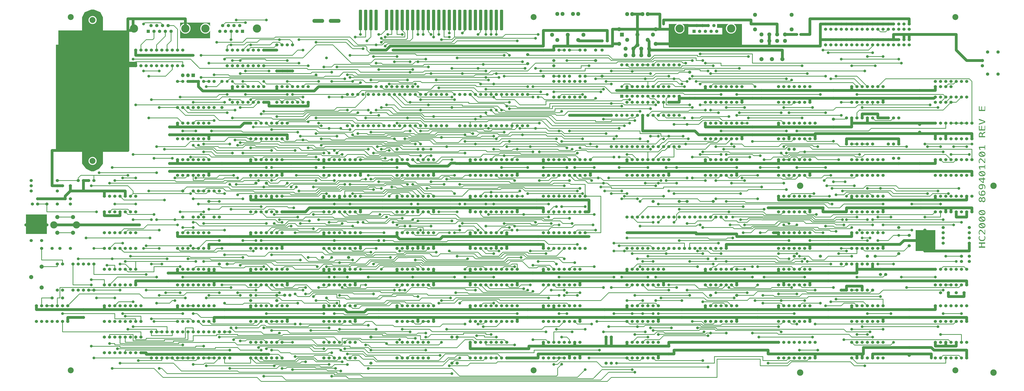
<source format=gtl>
%TF.GenerationSoftware,KiCad,Pcbnew,7.0.1-0*%
%TF.CreationDate,2023-04-25T08:11:44+03:00*%
%TF.ProjectId,HC2000,48433230-3030-42e6-9b69-6361645f7063,rev?*%
%TF.SameCoordinates,Original*%
%TF.FileFunction,Copper,L1,Top*%
%TF.FilePolarity,Positive*%
%FSLAX46Y46*%
G04 Gerber Fmt 4.6, Leading zero omitted, Abs format (unit mm)*
G04 Created by KiCad (PCBNEW 7.0.1-0) date 2023-04-25 08:11:44*
%MOMM*%
%LPD*%
G01*
G04 APERTURE LIST*
G04 Aperture macros list*
%AMRoundRect*
0 Rectangle with rounded corners*
0 $1 Rounding radius*
0 $2 $3 $4 $5 $6 $7 $8 $9 X,Y pos of 4 corners*
0 Add a 4 corners polygon primitive as box body*
4,1,4,$2,$3,$4,$5,$6,$7,$8,$9,$2,$3,0*
0 Add four circle primitives for the rounded corners*
1,1,$1+$1,$2,$3*
1,1,$1+$1,$4,$5*
1,1,$1+$1,$6,$7*
1,1,$1+$1,$8,$9*
0 Add four rect primitives between the rounded corners*
20,1,$1+$1,$2,$3,$4,$5,0*
20,1,$1+$1,$4,$5,$6,$7,0*
20,1,$1+$1,$6,$7,$8,$9,0*
20,1,$1+$1,$8,$9,$2,$3,0*%
G04 Aperture macros list end*
%ADD10C,0.375000*%
%TA.AperFunction,NonConductor*%
%ADD11C,0.375000*%
%TD*%
%TA.AperFunction,ComponentPad*%
%ADD12C,1.524000*%
%TD*%
%TA.AperFunction,ComponentPad*%
%ADD13C,1.948180*%
%TD*%
%TA.AperFunction,SMDPad,CuDef*%
%ADD14RoundRect,0.381000X-0.381000X-4.619000X0.381000X-4.619000X0.381000X4.619000X-0.381000X4.619000X0*%
%TD*%
%TA.AperFunction,ComponentPad*%
%ADD15R,1.800000X1.800000*%
%TD*%
%TA.AperFunction,ComponentPad*%
%ADD16O,1.800000X1.800000*%
%TD*%
%TA.AperFunction,ComponentPad*%
%ADD17C,4.000000*%
%TD*%
%TA.AperFunction,ComponentPad*%
%ADD18R,1.600000X1.600000*%
%TD*%
%TA.AperFunction,ComponentPad*%
%ADD19C,1.600000*%
%TD*%
%TA.AperFunction,ComponentPad*%
%ADD20C,2.000000*%
%TD*%
%TA.AperFunction,ComponentPad*%
%ADD21R,1.524000X1.524000*%
%TD*%
%TA.AperFunction,ComponentPad*%
%ADD22R,1.948180X1.948180*%
%TD*%
%TA.AperFunction,ComponentPad*%
%ADD23O,5.715000X1.905000*%
%TD*%
%TA.AperFunction,ComponentPad*%
%ADD24C,3.500000*%
%TD*%
%TA.AperFunction,ViaPad*%
%ADD25C,2.900000*%
%TD*%
%TA.AperFunction,ViaPad*%
%ADD26C,3.100000*%
%TD*%
%TA.AperFunction,ViaPad*%
%ADD27C,1.333500*%
%TD*%
%TA.AperFunction,ViaPad*%
%ADD28C,2.000000*%
%TD*%
%TA.AperFunction,Conductor*%
%ADD29C,1.333500*%
%TD*%
%TA.AperFunction,Conductor*%
%ADD30C,0.300000*%
%TD*%
G04 APERTURE END LIST*
D10*
D11*
G36*
X565379954Y-216257374D02*
G01*
X565379954Y-215734389D01*
X566599214Y-215734389D01*
X566599214Y-214309232D01*
X565379954Y-214309232D01*
X565379954Y-213786247D01*
X568475000Y-213786247D01*
X568475000Y-214309232D01*
X566927477Y-214309232D01*
X566927477Y-215734389D01*
X568475000Y-215734389D01*
X568475000Y-216257374D01*
X565379954Y-216257374D01*
G37*
G36*
X568287421Y-210687721D02*
G01*
X568308888Y-210725076D01*
X568329324Y-210762607D01*
X568348730Y-210800316D01*
X568367105Y-210838202D01*
X568384450Y-210876265D01*
X568400765Y-210914506D01*
X568416049Y-210952923D01*
X568430303Y-210991517D01*
X568443527Y-211030289D01*
X568455720Y-211069237D01*
X568463276Y-211095301D01*
X568473752Y-211134518D01*
X568483197Y-211174202D01*
X568491612Y-211214353D01*
X568498996Y-211254970D01*
X568505350Y-211296055D01*
X568510674Y-211337606D01*
X568514968Y-211379624D01*
X568518230Y-211422110D01*
X568520463Y-211465062D01*
X568521665Y-211508481D01*
X568521894Y-211537686D01*
X568521486Y-211583560D01*
X568520263Y-211628787D01*
X568518223Y-211673369D01*
X568515368Y-211717305D01*
X568511697Y-211760595D01*
X568507211Y-211803239D01*
X568501909Y-211845238D01*
X568495791Y-211886591D01*
X568488857Y-211927298D01*
X568481107Y-211967359D01*
X568472542Y-212006775D01*
X568463161Y-212045544D01*
X568452965Y-212083668D01*
X568441952Y-212121146D01*
X568430124Y-212157979D01*
X568417480Y-212194165D01*
X568404021Y-212229706D01*
X568389745Y-212264601D01*
X568374654Y-212298850D01*
X568358748Y-212332453D01*
X568342025Y-212365411D01*
X568324487Y-212397723D01*
X568306133Y-212429389D01*
X568286963Y-212460409D01*
X568266978Y-212490783D01*
X568246176Y-212520512D01*
X568224559Y-212549595D01*
X568202127Y-212578032D01*
X568178878Y-212605823D01*
X568154814Y-212632969D01*
X568129934Y-212659468D01*
X568104239Y-212685322D01*
X568077758Y-212710454D01*
X568050615Y-212734789D01*
X568022809Y-212758325D01*
X567994341Y-212781064D01*
X567965210Y-212803004D01*
X567935416Y-212824147D01*
X567904960Y-212844492D01*
X567873842Y-212864039D01*
X567842060Y-212882789D01*
X567809616Y-212900740D01*
X567776510Y-212917894D01*
X567742740Y-212934250D01*
X567708309Y-212949808D01*
X567673214Y-212964568D01*
X567637457Y-212978530D01*
X567601038Y-212991694D01*
X567563955Y-213004061D01*
X567526210Y-213015630D01*
X567487803Y-213026401D01*
X567448733Y-213036374D01*
X567409000Y-213045549D01*
X567368605Y-213053926D01*
X567327547Y-213061506D01*
X567285827Y-213068287D01*
X567243444Y-213074271D01*
X567200398Y-213079457D01*
X567156690Y-213083845D01*
X567112319Y-213087436D01*
X567067286Y-213090228D01*
X567021590Y-213092223D01*
X566975231Y-213093419D01*
X566928210Y-213093818D01*
X566881457Y-213093418D01*
X566835353Y-213092216D01*
X566789900Y-213090212D01*
X566745096Y-213087407D01*
X566700942Y-213083801D01*
X566657438Y-213079393D01*
X566614583Y-213074184D01*
X566572378Y-213068173D01*
X566530823Y-213061361D01*
X566489918Y-213053747D01*
X566449662Y-213045332D01*
X566410056Y-213036116D01*
X566371100Y-213026098D01*
X566332793Y-213015279D01*
X566295136Y-213003658D01*
X566258129Y-212991236D01*
X566221772Y-212978013D01*
X566186064Y-212963988D01*
X566151006Y-212949162D01*
X566116598Y-212933534D01*
X566082840Y-212917105D01*
X566049731Y-212899874D01*
X566017272Y-212881842D01*
X565985463Y-212863009D01*
X565954303Y-212843374D01*
X565923793Y-212822938D01*
X565893933Y-212801700D01*
X565864723Y-212779661D01*
X565836162Y-212756821D01*
X565808251Y-212733179D01*
X565780990Y-212708735D01*
X565754378Y-212683490D01*
X565728457Y-212657472D01*
X565703359Y-212630822D01*
X565679084Y-212603541D01*
X565655632Y-212575628D01*
X565633002Y-212547083D01*
X565611196Y-212517907D01*
X565590212Y-212488100D01*
X565570051Y-212457661D01*
X565550714Y-212426591D01*
X565532199Y-212394889D01*
X565514506Y-212362556D01*
X565497637Y-212329591D01*
X565481591Y-212295995D01*
X565466367Y-212261767D01*
X565451967Y-212226908D01*
X565438389Y-212191417D01*
X565425634Y-212155295D01*
X565413703Y-212118542D01*
X565402594Y-212081157D01*
X565392307Y-212043140D01*
X565382844Y-212004492D01*
X565374204Y-211965213D01*
X565366386Y-211925302D01*
X565359392Y-211884759D01*
X565353220Y-211843585D01*
X565347872Y-211801780D01*
X565343346Y-211759343D01*
X565339643Y-211716274D01*
X565336763Y-211672575D01*
X565334705Y-211628243D01*
X565333471Y-211583280D01*
X565333060Y-211537686D01*
X565333575Y-211493956D01*
X565335120Y-211450693D01*
X565337696Y-211407896D01*
X565341303Y-211365567D01*
X565345940Y-211323704D01*
X565351607Y-211282308D01*
X565358304Y-211241379D01*
X565366032Y-211200917D01*
X565374791Y-211160922D01*
X565384579Y-211121394D01*
X565391678Y-211095301D01*
X565403184Y-211056235D01*
X565415720Y-211017345D01*
X565429287Y-210978633D01*
X565443885Y-210940097D01*
X565459512Y-210901739D01*
X565476171Y-210863558D01*
X565493859Y-210825554D01*
X565512578Y-210787727D01*
X565532327Y-210750077D01*
X565553107Y-210712604D01*
X565567533Y-210687721D01*
X565989584Y-210687721D01*
X565960173Y-210723691D01*
X565932114Y-210760160D01*
X565905407Y-210797129D01*
X565880053Y-210834596D01*
X565856051Y-210872562D01*
X565833401Y-210911028D01*
X565812104Y-210949993D01*
X565792160Y-210989456D01*
X565773567Y-211029419D01*
X565756328Y-211069881D01*
X565745586Y-211097133D01*
X565730527Y-211138202D01*
X565716949Y-211179318D01*
X565704853Y-211220483D01*
X565694237Y-211261697D01*
X565685103Y-211302958D01*
X565677451Y-211344268D01*
X565671279Y-211385626D01*
X565666588Y-211427033D01*
X565663379Y-211468488D01*
X565661651Y-211509991D01*
X565661322Y-211537686D01*
X565662553Y-211600229D01*
X565666245Y-211660776D01*
X565672399Y-211719326D01*
X565681014Y-211775880D01*
X565692091Y-211830438D01*
X565705629Y-211882999D01*
X565721629Y-211933564D01*
X565740090Y-211982132D01*
X565761013Y-212028704D01*
X565784397Y-212073279D01*
X565810243Y-212115858D01*
X565838551Y-212156441D01*
X565869319Y-212195027D01*
X565902550Y-212231617D01*
X565938242Y-212266211D01*
X565976395Y-212298808D01*
X566017036Y-212329308D01*
X566060190Y-212357841D01*
X566105856Y-212384406D01*
X566154036Y-212409003D01*
X566204729Y-212431633D01*
X566257935Y-212452295D01*
X566313654Y-212470988D01*
X566342455Y-212479597D01*
X566371885Y-212487715D01*
X566401944Y-212495340D01*
X566432630Y-212502473D01*
X566463945Y-212509114D01*
X566495888Y-212515263D01*
X566528460Y-212520921D01*
X566561659Y-212526086D01*
X566595487Y-212530760D01*
X566629943Y-212534941D01*
X566665028Y-212538631D01*
X566700740Y-212541828D01*
X566737081Y-212544534D01*
X566774050Y-212546748D01*
X566811648Y-212548470D01*
X566849873Y-212549699D01*
X566888727Y-212550437D01*
X566928210Y-212550683D01*
X566967602Y-212550437D01*
X567006368Y-212549699D01*
X567044509Y-212548470D01*
X567082025Y-212546748D01*
X567118916Y-212544534D01*
X567155181Y-212541828D01*
X567190820Y-212538631D01*
X567225835Y-212534941D01*
X567260224Y-212530760D01*
X567293987Y-212526086D01*
X567327125Y-212520921D01*
X567359638Y-212515263D01*
X567391525Y-212509114D01*
X567422787Y-212502473D01*
X567453423Y-212495340D01*
X567483435Y-212487715D01*
X567512820Y-212479597D01*
X567541581Y-212470988D01*
X567597225Y-212452295D01*
X567650368Y-212431633D01*
X567701009Y-212409003D01*
X567749149Y-212384406D01*
X567794787Y-212357841D01*
X567837924Y-212329308D01*
X567878558Y-212298808D01*
X567916712Y-212266211D01*
X567952404Y-212231617D01*
X567985634Y-212195027D01*
X568016403Y-212156441D01*
X568044710Y-212115858D01*
X568070556Y-212073279D01*
X568093941Y-212028704D01*
X568114863Y-211982132D01*
X568133325Y-211933564D01*
X568149325Y-211882999D01*
X568162863Y-211830438D01*
X568173940Y-211775880D01*
X568182555Y-211719326D01*
X568188709Y-211660776D01*
X568192401Y-211600229D01*
X568193632Y-211537686D01*
X568192898Y-211495341D01*
X568190695Y-211453140D01*
X568187024Y-211411084D01*
X568181885Y-211369173D01*
X568175278Y-211327407D01*
X568167202Y-211285786D01*
X568157658Y-211244309D01*
X568146646Y-211202978D01*
X568134165Y-211161792D01*
X568120216Y-211120750D01*
X568110101Y-211093469D01*
X568093631Y-211052863D01*
X568075823Y-211012787D01*
X568056674Y-210973243D01*
X568036187Y-210934230D01*
X568014359Y-210895748D01*
X567991193Y-210857798D01*
X567966686Y-210820379D01*
X567940840Y-210783491D01*
X567913655Y-210747135D01*
X567885130Y-210711309D01*
X567865369Y-210687721D01*
X568287421Y-210687721D01*
G37*
G36*
X568146737Y-209333089D02*
G01*
X568146737Y-207566297D01*
X568475000Y-207566297D01*
X568475000Y-209901870D01*
X568146737Y-209901870D01*
X568120911Y-209871878D01*
X568095274Y-209842124D01*
X568069826Y-209812609D01*
X568044567Y-209783331D01*
X568019497Y-209754291D01*
X567994616Y-209725489D01*
X567969923Y-209696925D01*
X567945420Y-209668599D01*
X567921105Y-209640510D01*
X567896980Y-209612660D01*
X567873043Y-209585048D01*
X567849295Y-209557673D01*
X567825736Y-209530537D01*
X567802366Y-209503638D01*
X567779185Y-209476977D01*
X567756193Y-209450555D01*
X567733389Y-209424370D01*
X567710775Y-209398423D01*
X567688350Y-209372714D01*
X567666113Y-209347243D01*
X567644065Y-209322010D01*
X567622207Y-209297014D01*
X567600537Y-209272257D01*
X567557764Y-209223456D01*
X567515746Y-209175607D01*
X567474484Y-209128710D01*
X567433978Y-209082764D01*
X567414009Y-209060148D01*
X567374988Y-209015916D01*
X567337427Y-208973437D01*
X567301326Y-208932711D01*
X567266684Y-208893738D01*
X567233503Y-208856519D01*
X567201781Y-208821052D01*
X567171518Y-208787339D01*
X567142716Y-208755379D01*
X567115373Y-208725171D01*
X567089490Y-208696717D01*
X567065067Y-208670016D01*
X567042103Y-208645069D01*
X567010395Y-208610934D01*
X566981971Y-208580744D01*
X566964846Y-208562808D01*
X566933170Y-208531292D01*
X566902255Y-208501084D01*
X566872101Y-208472187D01*
X566842709Y-208444599D01*
X566814078Y-208418320D01*
X566786209Y-208393351D01*
X566759101Y-208369691D01*
X566732754Y-208347340D01*
X566707169Y-208326299D01*
X566682345Y-208306568D01*
X566646536Y-208279426D01*
X566612441Y-208255230D01*
X566580058Y-208233981D01*
X566549389Y-208215678D01*
X566519512Y-208199474D01*
X566489506Y-208184863D01*
X566459371Y-208171846D01*
X566429107Y-208160423D01*
X566398714Y-208150594D01*
X566368193Y-208142359D01*
X566337543Y-208135718D01*
X566306764Y-208130670D01*
X566275856Y-208127217D01*
X566244820Y-208125357D01*
X566224057Y-208125003D01*
X566191531Y-208125744D01*
X566159898Y-208127965D01*
X566129158Y-208131668D01*
X566099310Y-208136853D01*
X566070356Y-208143518D01*
X566028599Y-208156293D01*
X565988852Y-208172401D01*
X565951113Y-208191842D01*
X565915384Y-208214616D01*
X565881664Y-208240722D01*
X565849954Y-208270161D01*
X565820252Y-208302932D01*
X565810799Y-208314596D01*
X565784085Y-208351213D01*
X565760000Y-208390309D01*
X565738542Y-208431885D01*
X565719711Y-208475940D01*
X565703508Y-208522474D01*
X565689933Y-208571488D01*
X565678985Y-208622981D01*
X565670664Y-208676954D01*
X565666577Y-208714313D01*
X565663657Y-208752774D01*
X565661906Y-208792337D01*
X565661322Y-208833002D01*
X565661940Y-208877175D01*
X565663795Y-208921767D01*
X565666886Y-208966777D01*
X565671214Y-209012206D01*
X565676778Y-209058053D01*
X565683579Y-209104319D01*
X565691616Y-209151004D01*
X565700889Y-209198107D01*
X565711399Y-209245629D01*
X565723146Y-209293569D01*
X565731664Y-209325762D01*
X565745347Y-209374293D01*
X565760292Y-209423371D01*
X565776499Y-209472996D01*
X565793969Y-209523169D01*
X565806316Y-209556922D01*
X565819225Y-209590918D01*
X565832695Y-209625157D01*
X565846725Y-209659640D01*
X565861317Y-209694366D01*
X565876469Y-209729335D01*
X565892183Y-209764548D01*
X565908457Y-209800003D01*
X565925293Y-209835702D01*
X565942690Y-209871645D01*
X565520638Y-209871645D01*
X565503596Y-209821931D01*
X565487365Y-209772394D01*
X565471945Y-209723034D01*
X565457337Y-209673851D01*
X565443541Y-209624845D01*
X565430555Y-209576017D01*
X565418382Y-209527365D01*
X565407019Y-209478891D01*
X565396468Y-209430593D01*
X565386729Y-209382473D01*
X565380687Y-209350491D01*
X565372175Y-209302463D01*
X565364501Y-209254546D01*
X565357664Y-209206743D01*
X565351664Y-209159052D01*
X565346501Y-209111474D01*
X565342176Y-209064008D01*
X565338687Y-209016655D01*
X565336036Y-208969415D01*
X565334222Y-208922288D01*
X565333246Y-208875273D01*
X565333060Y-208843993D01*
X565334010Y-208774330D01*
X565336861Y-208706392D01*
X565341612Y-208640178D01*
X565348264Y-208575688D01*
X565356816Y-208512923D01*
X565367269Y-208451883D01*
X565379622Y-208392567D01*
X565393876Y-208334976D01*
X565410030Y-208279109D01*
X565428085Y-208224966D01*
X565448041Y-208172548D01*
X565469897Y-208121855D01*
X565493653Y-208072886D01*
X565519310Y-208025641D01*
X565546867Y-207980121D01*
X565576325Y-207936325D01*
X565607232Y-207894623D01*
X565639317Y-207855611D01*
X565672582Y-207819289D01*
X565707026Y-207785658D01*
X565742649Y-207754717D01*
X565779451Y-207726467D01*
X565817433Y-207700908D01*
X565856594Y-207678039D01*
X565896934Y-207657860D01*
X565938454Y-207640372D01*
X565981152Y-207625574D01*
X566025030Y-207613467D01*
X566070087Y-207604050D01*
X566116323Y-207597324D01*
X566163739Y-207593288D01*
X566212334Y-207591943D01*
X566249847Y-207592949D01*
X566287373Y-207595968D01*
X566324911Y-207600999D01*
X566362463Y-207608043D01*
X566400027Y-207617099D01*
X566437605Y-207628168D01*
X566475195Y-207641249D01*
X566512798Y-207656343D01*
X566550414Y-207673449D01*
X566588043Y-207692568D01*
X566613136Y-207706432D01*
X566651010Y-207729154D01*
X566689618Y-207754388D01*
X566715764Y-207772606D01*
X566742237Y-207791941D01*
X566769036Y-207812391D01*
X566796161Y-207833958D01*
X566823613Y-207856641D01*
X566851390Y-207880441D01*
X566879495Y-207905356D01*
X566907925Y-207931388D01*
X566936682Y-207958536D01*
X566965765Y-207986801D01*
X566995174Y-208016181D01*
X567024910Y-208046678D01*
X567054972Y-208078292D01*
X567081178Y-208106568D01*
X567109239Y-208137132D01*
X567139155Y-208169981D01*
X567170926Y-208205117D01*
X567193137Y-208229810D01*
X567216172Y-208255520D01*
X567240031Y-208282246D01*
X567264715Y-208309988D01*
X567290223Y-208338746D01*
X567316556Y-208368521D01*
X567343712Y-208399311D01*
X567371693Y-208431118D01*
X567400499Y-208463940D01*
X567430129Y-208497779D01*
X567461006Y-208533134D01*
X567493739Y-208570737D01*
X567528326Y-208610586D01*
X567564767Y-208652682D01*
X567603064Y-208697025D01*
X567643215Y-208743615D01*
X567685221Y-208792451D01*
X567706920Y-208817712D01*
X567729082Y-208843535D01*
X567751708Y-208869919D01*
X567774797Y-208896865D01*
X567798350Y-208924373D01*
X567822367Y-208952442D01*
X567846848Y-208981074D01*
X567871792Y-209010266D01*
X567897200Y-209040021D01*
X567923072Y-209070337D01*
X567949407Y-209101215D01*
X567976206Y-209132655D01*
X568003469Y-209164656D01*
X568031195Y-209197220D01*
X568059385Y-209230344D01*
X568088039Y-209264031D01*
X568117156Y-209298279D01*
X568146737Y-209333089D01*
G37*
G36*
X566976422Y-204302300D02*
G01*
X567024612Y-204303226D01*
X567072048Y-204304769D01*
X567118730Y-204306929D01*
X567164658Y-204309706D01*
X567209832Y-204313101D01*
X567254252Y-204317112D01*
X567297917Y-204321741D01*
X567340828Y-204326987D01*
X567382985Y-204332850D01*
X567424388Y-204339330D01*
X567465036Y-204346428D01*
X567504931Y-204354142D01*
X567544071Y-204362474D01*
X567582457Y-204371423D01*
X567620088Y-204380989D01*
X567656966Y-204391172D01*
X567693089Y-204401973D01*
X567728459Y-204413390D01*
X567763074Y-204425425D01*
X567796934Y-204438077D01*
X567830041Y-204451346D01*
X567862393Y-204465232D01*
X567893992Y-204479736D01*
X567924836Y-204494856D01*
X567954925Y-204510594D01*
X567984261Y-204526949D01*
X568012842Y-204543921D01*
X568040670Y-204561510D01*
X568067743Y-204579717D01*
X568094062Y-204598540D01*
X568119626Y-204617981D01*
X568144375Y-204637966D01*
X568191516Y-204679698D01*
X568235514Y-204723776D01*
X568276369Y-204770201D01*
X568314082Y-204818973D01*
X568348652Y-204870093D01*
X568380079Y-204923559D01*
X568408363Y-204979372D01*
X568433505Y-205037532D01*
X568455504Y-205098040D01*
X568474361Y-205160894D01*
X568490074Y-205226096D01*
X568502645Y-205293644D01*
X568512073Y-205363539D01*
X568518359Y-205435782D01*
X568520323Y-205472783D01*
X568521501Y-205510371D01*
X568521894Y-205548546D01*
X568521501Y-205586777D01*
X568520323Y-205624417D01*
X568518359Y-205661466D01*
X568512073Y-205733795D01*
X568502645Y-205803762D01*
X568490074Y-205871367D01*
X568474361Y-205936612D01*
X568455504Y-205999495D01*
X568433505Y-206060016D01*
X568408363Y-206118177D01*
X568380079Y-206173976D01*
X568348652Y-206227413D01*
X568314082Y-206278489D01*
X568276369Y-206327204D01*
X568235514Y-206373558D01*
X568191516Y-206417550D01*
X568144375Y-206459182D01*
X568119626Y-206479112D01*
X568094062Y-206498440D01*
X568067743Y-206517154D01*
X568040670Y-206535255D01*
X568012842Y-206552742D01*
X567984261Y-206569616D01*
X567954925Y-206585876D01*
X567924836Y-206601522D01*
X567893992Y-206616555D01*
X567862393Y-206630975D01*
X567830041Y-206644780D01*
X567796934Y-206657973D01*
X567763074Y-206670551D01*
X567728459Y-206682516D01*
X567693089Y-206693868D01*
X567656966Y-206704605D01*
X567620088Y-206714730D01*
X567582457Y-206724240D01*
X567544071Y-206733137D01*
X567504931Y-206741421D01*
X567465036Y-206749090D01*
X567424388Y-206756147D01*
X567382985Y-206762589D01*
X567340828Y-206768419D01*
X567297917Y-206773634D01*
X567254252Y-206778236D01*
X567209832Y-206782224D01*
X567164658Y-206785599D01*
X567118730Y-206788360D01*
X567072048Y-206790508D01*
X567024612Y-206792042D01*
X566976422Y-206792962D01*
X566927477Y-206793269D01*
X566878533Y-206792962D01*
X566830344Y-206792042D01*
X566782912Y-206790508D01*
X566736235Y-206788360D01*
X566690313Y-206785599D01*
X566645147Y-206782224D01*
X566600737Y-206778236D01*
X566557083Y-206773634D01*
X566514184Y-206768419D01*
X566472040Y-206762589D01*
X566430653Y-206756147D01*
X566390020Y-206749090D01*
X566350144Y-206741421D01*
X566311023Y-206733137D01*
X566272658Y-206724240D01*
X566235048Y-206714730D01*
X566198194Y-206704605D01*
X566162096Y-206693868D01*
X566126753Y-206682516D01*
X566092166Y-206670551D01*
X566058335Y-206657973D01*
X566025259Y-206644780D01*
X565992939Y-206630975D01*
X565961374Y-206616555D01*
X565930565Y-206601522D01*
X565900512Y-206585876D01*
X565871214Y-206569616D01*
X565842672Y-206552742D01*
X565814886Y-206535255D01*
X565787855Y-206517154D01*
X565761580Y-206498440D01*
X565736060Y-206479112D01*
X565711266Y-206459182D01*
X565664040Y-206417550D01*
X565619961Y-206373558D01*
X565579032Y-206327204D01*
X565541250Y-206278489D01*
X565506617Y-206227413D01*
X565475133Y-206173976D01*
X565446797Y-206118177D01*
X565421609Y-206060016D01*
X565399570Y-205999495D01*
X565380680Y-205936612D01*
X565364937Y-205871367D01*
X565352344Y-205803762D01*
X565342898Y-205733795D01*
X565336602Y-205661466D01*
X565334634Y-205624417D01*
X565333453Y-205586777D01*
X565333060Y-205548546D01*
X565661322Y-205548546D01*
X565662538Y-205593279D01*
X565666188Y-205636574D01*
X565672270Y-205678430D01*
X565680785Y-205718848D01*
X565691733Y-205757828D01*
X565705114Y-205795370D01*
X565720928Y-205831473D01*
X565739174Y-205866138D01*
X565759854Y-205899365D01*
X565782966Y-205931154D01*
X565808512Y-205961504D01*
X565836490Y-205990416D01*
X565866901Y-206017890D01*
X565899745Y-206043925D01*
X565935022Y-206068522D01*
X565972732Y-206091681D01*
X566012848Y-206113309D01*
X566055530Y-206133541D01*
X566100776Y-206152378D01*
X566148586Y-206169820D01*
X566198961Y-206185866D01*
X566251901Y-206200517D01*
X566307405Y-206213773D01*
X566365474Y-206225633D01*
X566395470Y-206231040D01*
X566426107Y-206236098D01*
X566457386Y-206240807D01*
X566489305Y-206245168D01*
X566521866Y-206249179D01*
X566555068Y-206252842D01*
X566588910Y-206256156D01*
X566623394Y-206259121D01*
X566658520Y-206261737D01*
X566694286Y-206264005D01*
X566730693Y-206265923D01*
X566767742Y-206267493D01*
X566805432Y-206268714D01*
X566843763Y-206269586D01*
X566882735Y-206270109D01*
X566922348Y-206270284D01*
X566958563Y-206270094D01*
X566994487Y-206269525D01*
X567030119Y-206268577D01*
X567065459Y-206267250D01*
X567100507Y-206265543D01*
X567135263Y-206263457D01*
X567169727Y-206260992D01*
X567203899Y-206258148D01*
X567237779Y-206254924D01*
X567271367Y-206251322D01*
X567304663Y-206247340D01*
X567337667Y-206242978D01*
X567370380Y-206238238D01*
X567402800Y-206233118D01*
X567434929Y-206227619D01*
X567466765Y-206221741D01*
X565935362Y-205020982D01*
X565902178Y-205046012D01*
X565871134Y-205072101D01*
X565842231Y-205099249D01*
X565815470Y-205127456D01*
X565790849Y-205156723D01*
X565768369Y-205187048D01*
X565748030Y-205218432D01*
X565729832Y-205250875D01*
X565713775Y-205284378D01*
X565699859Y-205318939D01*
X565688084Y-205354559D01*
X565678449Y-205391239D01*
X565670956Y-205428977D01*
X565665604Y-205467774D01*
X565662392Y-205507631D01*
X565661322Y-205548546D01*
X565333060Y-205548546D01*
X565333453Y-205510371D01*
X565334634Y-205472783D01*
X565336602Y-205435782D01*
X565342898Y-205363539D01*
X565352344Y-205293644D01*
X565364937Y-205226096D01*
X565380680Y-205160894D01*
X565399570Y-205098040D01*
X565421609Y-205037532D01*
X565446797Y-204979372D01*
X565475133Y-204923559D01*
X565502981Y-204876268D01*
X566317847Y-204876268D01*
X567852913Y-206102672D01*
X567894172Y-206077860D01*
X567932769Y-206051739D01*
X567968704Y-206024308D01*
X568001977Y-205995568D01*
X568032589Y-205965518D01*
X568060538Y-205934159D01*
X568085826Y-205901490D01*
X568108452Y-205867512D01*
X568128416Y-205832225D01*
X568145718Y-205795627D01*
X568160358Y-205757721D01*
X568172337Y-205718505D01*
X568181653Y-205677979D01*
X568188308Y-205636145D01*
X568192301Y-205593000D01*
X568193632Y-205548546D01*
X568192415Y-205503595D01*
X568188766Y-205460104D01*
X568182684Y-205418072D01*
X568174169Y-205377500D01*
X568163221Y-205338388D01*
X568149840Y-205300735D01*
X568134026Y-205264542D01*
X568115779Y-205229809D01*
X568095100Y-205196536D01*
X568071987Y-205164722D01*
X568046442Y-205134369D01*
X568018464Y-205105474D01*
X567988053Y-205078040D01*
X567955209Y-205052065D01*
X567919932Y-205027551D01*
X567882222Y-205004495D01*
X567842016Y-204982757D01*
X567799252Y-204962421D01*
X567753929Y-204943487D01*
X567706047Y-204925956D01*
X567655606Y-204909827D01*
X567602606Y-204895101D01*
X567547047Y-204881778D01*
X567488930Y-204869856D01*
X567458912Y-204864422D01*
X567428254Y-204859338D01*
X567396956Y-204854604D01*
X567365019Y-204850222D01*
X567332442Y-204846189D01*
X567299225Y-204842508D01*
X567265368Y-204839177D01*
X567230872Y-204836197D01*
X567195736Y-204833567D01*
X567159961Y-204831288D01*
X567123545Y-204829360D01*
X567086490Y-204827782D01*
X567048796Y-204826555D01*
X567010461Y-204825678D01*
X566971487Y-204825152D01*
X566931873Y-204824977D01*
X566889633Y-204825177D01*
X566847907Y-204825778D01*
X566806697Y-204826780D01*
X566766002Y-204828183D01*
X566725822Y-204829986D01*
X566686157Y-204832190D01*
X566647008Y-204834794D01*
X566608374Y-204837800D01*
X566570254Y-204841206D01*
X566532651Y-204845012D01*
X566495562Y-204849220D01*
X566458989Y-204853828D01*
X566422930Y-204858837D01*
X566387387Y-204864246D01*
X566352359Y-204870057D01*
X566317847Y-204876268D01*
X565502981Y-204876268D01*
X565506617Y-204870093D01*
X565541250Y-204818973D01*
X565579032Y-204770201D01*
X565619961Y-204723776D01*
X565664040Y-204679698D01*
X565711266Y-204637966D01*
X565736060Y-204617981D01*
X565761580Y-204598540D01*
X565787855Y-204579717D01*
X565814886Y-204561510D01*
X565842672Y-204543921D01*
X565871214Y-204526949D01*
X565900512Y-204510594D01*
X565930565Y-204494856D01*
X565961374Y-204479736D01*
X565992939Y-204465232D01*
X566025259Y-204451346D01*
X566058335Y-204438077D01*
X566092166Y-204425425D01*
X566126753Y-204413390D01*
X566162096Y-204401973D01*
X566198194Y-204391172D01*
X566235048Y-204380989D01*
X566272658Y-204371423D01*
X566311023Y-204362474D01*
X566350144Y-204354142D01*
X566390020Y-204346428D01*
X566430653Y-204339330D01*
X566472040Y-204332850D01*
X566514184Y-204326987D01*
X566557083Y-204321741D01*
X566600737Y-204317112D01*
X566645147Y-204313101D01*
X566690313Y-204309706D01*
X566736235Y-204306929D01*
X566782912Y-204304769D01*
X566830344Y-204303226D01*
X566878533Y-204302300D01*
X566927477Y-204301992D01*
X566976422Y-204302300D01*
G37*
G36*
X566976422Y-201144240D02*
G01*
X567024612Y-201145166D01*
X567072048Y-201146709D01*
X567118730Y-201148869D01*
X567164658Y-201151646D01*
X567209832Y-201155041D01*
X567254252Y-201159052D01*
X567297917Y-201163681D01*
X567340828Y-201168927D01*
X567382985Y-201174790D01*
X567424388Y-201181270D01*
X567465036Y-201188368D01*
X567504931Y-201196082D01*
X567544071Y-201204414D01*
X567582457Y-201213363D01*
X567620088Y-201222929D01*
X567656966Y-201233112D01*
X567693089Y-201243913D01*
X567728459Y-201255330D01*
X567763074Y-201267365D01*
X567796934Y-201280017D01*
X567830041Y-201293286D01*
X567862393Y-201307172D01*
X567893992Y-201321676D01*
X567924836Y-201336796D01*
X567954925Y-201352534D01*
X567984261Y-201368889D01*
X568012842Y-201385861D01*
X568040670Y-201403450D01*
X568067743Y-201421657D01*
X568094062Y-201440480D01*
X568119626Y-201459921D01*
X568144375Y-201479906D01*
X568191516Y-201521638D01*
X568235514Y-201565716D01*
X568276369Y-201612141D01*
X568314082Y-201660913D01*
X568348652Y-201712033D01*
X568380079Y-201765499D01*
X568408363Y-201821312D01*
X568433505Y-201879472D01*
X568455504Y-201939980D01*
X568474361Y-202002834D01*
X568490074Y-202068036D01*
X568502645Y-202135584D01*
X568512073Y-202205479D01*
X568518359Y-202277722D01*
X568520323Y-202314723D01*
X568521501Y-202352311D01*
X568521894Y-202390486D01*
X568521501Y-202428717D01*
X568520323Y-202466357D01*
X568518359Y-202503406D01*
X568512073Y-202575735D01*
X568502645Y-202645702D01*
X568490074Y-202713307D01*
X568474361Y-202778552D01*
X568455504Y-202841435D01*
X568433505Y-202901956D01*
X568408363Y-202960116D01*
X568380079Y-203015915D01*
X568348652Y-203069353D01*
X568314082Y-203120429D01*
X568276369Y-203169144D01*
X568235514Y-203215498D01*
X568191516Y-203259490D01*
X568144375Y-203301121D01*
X568119626Y-203321051D01*
X568094062Y-203340380D01*
X568067743Y-203359094D01*
X568040670Y-203377195D01*
X568012842Y-203394682D01*
X567984261Y-203411556D01*
X567954925Y-203427816D01*
X567924836Y-203443462D01*
X567893992Y-203458495D01*
X567862393Y-203472915D01*
X567830041Y-203486720D01*
X567796934Y-203499913D01*
X567763074Y-203512491D01*
X567728459Y-203524456D01*
X567693089Y-203535807D01*
X567656966Y-203546545D01*
X567620088Y-203556670D01*
X567582457Y-203566180D01*
X567544071Y-203575077D01*
X567504931Y-203583361D01*
X567465036Y-203591030D01*
X567424388Y-203598087D01*
X567382985Y-203604529D01*
X567340828Y-203610359D01*
X567297917Y-203615574D01*
X567254252Y-203620176D01*
X567209832Y-203624164D01*
X567164658Y-203627539D01*
X567118730Y-203630300D01*
X567072048Y-203632448D01*
X567024612Y-203633982D01*
X566976422Y-203634902D01*
X566927477Y-203635209D01*
X566878533Y-203634902D01*
X566830344Y-203633982D01*
X566782912Y-203632448D01*
X566736235Y-203630300D01*
X566690313Y-203627539D01*
X566645147Y-203624164D01*
X566600737Y-203620176D01*
X566557083Y-203615574D01*
X566514184Y-203610359D01*
X566472040Y-203604529D01*
X566430653Y-203598087D01*
X566390020Y-203591030D01*
X566350144Y-203583361D01*
X566311023Y-203575077D01*
X566272658Y-203566180D01*
X566235048Y-203556670D01*
X566198194Y-203546545D01*
X566162096Y-203535807D01*
X566126753Y-203524456D01*
X566092166Y-203512491D01*
X566058335Y-203499913D01*
X566025259Y-203486720D01*
X565992939Y-203472915D01*
X565961374Y-203458495D01*
X565930565Y-203443462D01*
X565900512Y-203427816D01*
X565871214Y-203411556D01*
X565842672Y-203394682D01*
X565814886Y-203377195D01*
X565787855Y-203359094D01*
X565761580Y-203340380D01*
X565736060Y-203321051D01*
X565711266Y-203301121D01*
X565664040Y-203259490D01*
X565619961Y-203215498D01*
X565579032Y-203169144D01*
X565541250Y-203120429D01*
X565506617Y-203069353D01*
X565475133Y-203015915D01*
X565446797Y-202960116D01*
X565421609Y-202901956D01*
X565399570Y-202841435D01*
X565380680Y-202778552D01*
X565364937Y-202713307D01*
X565352344Y-202645702D01*
X565342898Y-202575735D01*
X565336602Y-202503406D01*
X565334634Y-202466357D01*
X565333453Y-202428717D01*
X565333060Y-202390486D01*
X565661322Y-202390486D01*
X565662538Y-202435219D01*
X565666188Y-202478514D01*
X565672270Y-202520370D01*
X565680785Y-202560788D01*
X565691733Y-202599768D01*
X565705114Y-202637310D01*
X565720928Y-202673413D01*
X565739174Y-202708078D01*
X565759854Y-202741305D01*
X565782966Y-202773094D01*
X565808512Y-202803444D01*
X565836490Y-202832356D01*
X565866901Y-202859830D01*
X565899745Y-202885865D01*
X565935022Y-202910462D01*
X565972732Y-202933621D01*
X566012848Y-202955249D01*
X566055530Y-202975481D01*
X566100776Y-202994318D01*
X566148586Y-203011760D01*
X566198961Y-203027806D01*
X566251901Y-203042457D01*
X566307405Y-203055713D01*
X566365474Y-203067573D01*
X566395470Y-203072980D01*
X566426107Y-203078038D01*
X566457386Y-203082747D01*
X566489305Y-203087108D01*
X566521866Y-203091119D01*
X566555068Y-203094782D01*
X566588910Y-203098096D01*
X566623394Y-203101061D01*
X566658520Y-203103677D01*
X566694286Y-203105945D01*
X566730693Y-203107863D01*
X566767742Y-203109433D01*
X566805432Y-203110654D01*
X566843763Y-203111526D01*
X566882735Y-203112049D01*
X566922348Y-203112224D01*
X566958563Y-203112034D01*
X566994487Y-203111465D01*
X567030119Y-203110517D01*
X567065459Y-203109190D01*
X567100507Y-203107483D01*
X567135263Y-203105397D01*
X567169727Y-203102932D01*
X567203899Y-203100088D01*
X567237779Y-203096864D01*
X567271367Y-203093262D01*
X567304663Y-203089280D01*
X567337667Y-203084918D01*
X567370380Y-203080178D01*
X567402800Y-203075058D01*
X567434929Y-203069559D01*
X567466765Y-203063681D01*
X565935362Y-201862922D01*
X565902178Y-201887952D01*
X565871134Y-201914041D01*
X565842231Y-201941189D01*
X565815470Y-201969396D01*
X565790849Y-201998663D01*
X565768369Y-202028988D01*
X565748030Y-202060372D01*
X565729832Y-202092815D01*
X565713775Y-202126318D01*
X565699859Y-202160879D01*
X565688084Y-202196499D01*
X565678449Y-202233179D01*
X565670956Y-202270917D01*
X565665604Y-202309714D01*
X565662392Y-202349571D01*
X565661322Y-202390486D01*
X565333060Y-202390486D01*
X565333453Y-202352311D01*
X565334634Y-202314723D01*
X565336602Y-202277722D01*
X565342898Y-202205479D01*
X565352344Y-202135584D01*
X565364937Y-202068036D01*
X565380680Y-202002834D01*
X565399570Y-201939980D01*
X565421609Y-201879472D01*
X565446797Y-201821312D01*
X565475133Y-201765499D01*
X565502981Y-201718208D01*
X566317847Y-201718208D01*
X567852913Y-202944612D01*
X567894172Y-202919800D01*
X567932769Y-202893679D01*
X567968704Y-202866248D01*
X568001977Y-202837508D01*
X568032589Y-202807458D01*
X568060538Y-202776099D01*
X568085826Y-202743430D01*
X568108452Y-202709452D01*
X568128416Y-202674165D01*
X568145718Y-202637567D01*
X568160358Y-202599661D01*
X568172337Y-202560445D01*
X568181653Y-202519919D01*
X568188308Y-202478085D01*
X568192301Y-202434940D01*
X568193632Y-202390486D01*
X568192415Y-202345535D01*
X568188766Y-202302044D01*
X568182684Y-202260012D01*
X568174169Y-202219440D01*
X568163221Y-202180328D01*
X568149840Y-202142675D01*
X568134026Y-202106482D01*
X568115779Y-202071749D01*
X568095100Y-202038476D01*
X568071987Y-202006662D01*
X568046442Y-201976309D01*
X568018464Y-201947414D01*
X567988053Y-201919980D01*
X567955209Y-201894005D01*
X567919932Y-201869490D01*
X567882222Y-201846435D01*
X567842016Y-201824697D01*
X567799252Y-201804361D01*
X567753929Y-201785427D01*
X567706047Y-201767896D01*
X567655606Y-201751767D01*
X567602606Y-201737041D01*
X567547047Y-201723718D01*
X567488930Y-201711796D01*
X567458912Y-201706362D01*
X567428254Y-201701278D01*
X567396956Y-201696544D01*
X567365019Y-201692162D01*
X567332442Y-201688129D01*
X567299225Y-201684448D01*
X567265368Y-201681117D01*
X567230872Y-201678137D01*
X567195736Y-201675507D01*
X567159961Y-201673228D01*
X567123545Y-201671300D01*
X567086490Y-201669722D01*
X567048796Y-201668495D01*
X567010461Y-201667618D01*
X566971487Y-201667092D01*
X566931873Y-201666917D01*
X566889633Y-201667117D01*
X566847907Y-201667718D01*
X566806697Y-201668720D01*
X566766002Y-201670122D01*
X566725822Y-201671926D01*
X566686157Y-201674130D01*
X566647008Y-201676734D01*
X566608374Y-201679740D01*
X566570254Y-201683146D01*
X566532651Y-201686952D01*
X566495562Y-201691160D01*
X566458989Y-201695768D01*
X566422930Y-201700777D01*
X566387387Y-201706186D01*
X566352359Y-201711997D01*
X566317847Y-201718208D01*
X565502981Y-201718208D01*
X565506617Y-201712033D01*
X565541250Y-201660913D01*
X565579032Y-201612141D01*
X565619961Y-201565716D01*
X565664040Y-201521638D01*
X565711266Y-201479906D01*
X565736060Y-201459921D01*
X565761580Y-201440480D01*
X565787855Y-201421657D01*
X565814886Y-201403450D01*
X565842672Y-201385861D01*
X565871214Y-201368889D01*
X565900512Y-201352534D01*
X565930565Y-201336796D01*
X565961374Y-201321676D01*
X565992939Y-201307172D01*
X566025259Y-201293286D01*
X566058335Y-201280017D01*
X566092166Y-201267365D01*
X566126753Y-201255330D01*
X566162096Y-201243913D01*
X566198194Y-201233112D01*
X566235048Y-201222929D01*
X566272658Y-201213363D01*
X566311023Y-201204414D01*
X566350144Y-201196082D01*
X566390020Y-201188368D01*
X566430653Y-201181270D01*
X566472040Y-201174790D01*
X566514184Y-201168927D01*
X566557083Y-201163681D01*
X566600737Y-201159052D01*
X566645147Y-201155041D01*
X566690313Y-201151646D01*
X566736235Y-201148869D01*
X566782912Y-201146709D01*
X566830344Y-201145166D01*
X566878533Y-201144240D01*
X566927477Y-201143932D01*
X566976422Y-201144240D01*
G37*
G36*
X566976422Y-197986180D02*
G01*
X567024612Y-197987106D01*
X567072048Y-197988649D01*
X567118730Y-197990809D01*
X567164658Y-197993586D01*
X567209832Y-197996981D01*
X567254252Y-198000992D01*
X567297917Y-198005621D01*
X567340828Y-198010867D01*
X567382985Y-198016730D01*
X567424388Y-198023210D01*
X567465036Y-198030308D01*
X567504931Y-198038022D01*
X567544071Y-198046354D01*
X567582457Y-198055303D01*
X567620088Y-198064869D01*
X567656966Y-198075052D01*
X567693089Y-198085853D01*
X567728459Y-198097270D01*
X567763074Y-198109305D01*
X567796934Y-198121957D01*
X567830041Y-198135226D01*
X567862393Y-198149112D01*
X567893992Y-198163616D01*
X567924836Y-198178736D01*
X567954925Y-198194474D01*
X567984261Y-198210829D01*
X568012842Y-198227801D01*
X568040670Y-198245390D01*
X568067743Y-198263597D01*
X568094062Y-198282420D01*
X568119626Y-198301861D01*
X568144375Y-198321846D01*
X568191516Y-198363578D01*
X568235514Y-198407656D01*
X568276369Y-198454081D01*
X568314082Y-198502853D01*
X568348652Y-198553973D01*
X568380079Y-198607439D01*
X568408363Y-198663252D01*
X568433505Y-198721412D01*
X568455504Y-198781920D01*
X568474361Y-198844774D01*
X568490074Y-198909976D01*
X568502645Y-198977524D01*
X568512073Y-199047419D01*
X568518359Y-199119662D01*
X568520323Y-199156663D01*
X568521501Y-199194251D01*
X568521894Y-199232426D01*
X568521501Y-199270657D01*
X568520323Y-199308297D01*
X568518359Y-199345346D01*
X568512073Y-199417675D01*
X568502645Y-199487642D01*
X568490074Y-199555247D01*
X568474361Y-199620491D01*
X568455504Y-199683374D01*
X568433505Y-199743896D01*
X568408363Y-199802056D01*
X568380079Y-199857855D01*
X568348652Y-199911293D01*
X568314082Y-199962369D01*
X568276369Y-200011084D01*
X568235514Y-200057438D01*
X568191516Y-200101430D01*
X568144375Y-200143061D01*
X568119626Y-200162991D01*
X568094062Y-200182320D01*
X568067743Y-200201034D01*
X568040670Y-200219135D01*
X568012842Y-200236622D01*
X567984261Y-200253496D01*
X567954925Y-200269756D01*
X567924836Y-200285402D01*
X567893992Y-200300435D01*
X567862393Y-200314855D01*
X567830041Y-200328660D01*
X567796934Y-200341853D01*
X567763074Y-200354431D01*
X567728459Y-200366396D01*
X567693089Y-200377747D01*
X567656966Y-200388485D01*
X567620088Y-200398609D01*
X567582457Y-200408120D01*
X567544071Y-200417017D01*
X567504931Y-200425301D01*
X567465036Y-200432970D01*
X567424388Y-200440027D01*
X567382985Y-200446469D01*
X567340828Y-200452298D01*
X567297917Y-200457514D01*
X567254252Y-200462116D01*
X567209832Y-200466104D01*
X567164658Y-200469479D01*
X567118730Y-200472240D01*
X567072048Y-200474388D01*
X567024612Y-200475922D01*
X566976422Y-200476842D01*
X566927477Y-200477149D01*
X566878533Y-200476842D01*
X566830344Y-200475922D01*
X566782912Y-200474388D01*
X566736235Y-200472240D01*
X566690313Y-200469479D01*
X566645147Y-200466104D01*
X566600737Y-200462116D01*
X566557083Y-200457514D01*
X566514184Y-200452298D01*
X566472040Y-200446469D01*
X566430653Y-200440027D01*
X566390020Y-200432970D01*
X566350144Y-200425301D01*
X566311023Y-200417017D01*
X566272658Y-200408120D01*
X566235048Y-200398609D01*
X566198194Y-200388485D01*
X566162096Y-200377747D01*
X566126753Y-200366396D01*
X566092166Y-200354431D01*
X566058335Y-200341853D01*
X566025259Y-200328660D01*
X565992939Y-200314855D01*
X565961374Y-200300435D01*
X565930565Y-200285402D01*
X565900512Y-200269756D01*
X565871214Y-200253496D01*
X565842672Y-200236622D01*
X565814886Y-200219135D01*
X565787855Y-200201034D01*
X565761580Y-200182320D01*
X565736060Y-200162991D01*
X565711266Y-200143061D01*
X565664040Y-200101430D01*
X565619961Y-200057438D01*
X565579032Y-200011084D01*
X565541250Y-199962369D01*
X565506617Y-199911293D01*
X565475133Y-199857855D01*
X565446797Y-199802056D01*
X565421609Y-199743896D01*
X565399570Y-199683374D01*
X565380680Y-199620491D01*
X565364937Y-199555247D01*
X565352344Y-199487642D01*
X565342898Y-199417675D01*
X565336602Y-199345346D01*
X565334634Y-199308297D01*
X565333453Y-199270657D01*
X565333060Y-199232426D01*
X565661322Y-199232426D01*
X565662538Y-199277159D01*
X565666188Y-199320454D01*
X565672270Y-199362310D01*
X565680785Y-199402728D01*
X565691733Y-199441708D01*
X565705114Y-199479250D01*
X565720928Y-199515353D01*
X565739174Y-199550018D01*
X565759854Y-199583245D01*
X565782966Y-199615034D01*
X565808512Y-199645384D01*
X565836490Y-199674296D01*
X565866901Y-199701770D01*
X565899745Y-199727805D01*
X565935022Y-199752402D01*
X565972732Y-199775561D01*
X566012848Y-199797189D01*
X566055530Y-199817421D01*
X566100776Y-199836258D01*
X566148586Y-199853700D01*
X566198961Y-199869746D01*
X566251901Y-199884397D01*
X566307405Y-199897653D01*
X566365474Y-199909513D01*
X566395470Y-199914920D01*
X566426107Y-199919978D01*
X566457386Y-199924687D01*
X566489305Y-199929048D01*
X566521866Y-199933059D01*
X566555068Y-199936722D01*
X566588910Y-199940036D01*
X566623394Y-199943001D01*
X566658520Y-199945617D01*
X566694286Y-199947885D01*
X566730693Y-199949803D01*
X566767742Y-199951373D01*
X566805432Y-199952594D01*
X566843763Y-199953466D01*
X566882735Y-199953989D01*
X566922348Y-199954164D01*
X566958563Y-199953974D01*
X566994487Y-199953405D01*
X567030119Y-199952457D01*
X567065459Y-199951130D01*
X567100507Y-199949423D01*
X567135263Y-199947337D01*
X567169727Y-199944872D01*
X567203899Y-199942028D01*
X567237779Y-199938804D01*
X567271367Y-199935202D01*
X567304663Y-199931220D01*
X567337667Y-199926858D01*
X567370380Y-199922118D01*
X567402800Y-199916998D01*
X567434929Y-199911499D01*
X567466765Y-199905621D01*
X565935362Y-198704862D01*
X565902178Y-198729892D01*
X565871134Y-198755981D01*
X565842231Y-198783129D01*
X565815470Y-198811336D01*
X565790849Y-198840603D01*
X565768369Y-198870928D01*
X565748030Y-198902312D01*
X565729832Y-198934755D01*
X565713775Y-198968258D01*
X565699859Y-199002819D01*
X565688084Y-199038439D01*
X565678449Y-199075119D01*
X565670956Y-199112857D01*
X565665604Y-199151654D01*
X565662392Y-199191511D01*
X565661322Y-199232426D01*
X565333060Y-199232426D01*
X565333453Y-199194251D01*
X565334634Y-199156663D01*
X565336602Y-199119662D01*
X565342898Y-199047419D01*
X565352344Y-198977524D01*
X565364937Y-198909976D01*
X565380680Y-198844774D01*
X565399570Y-198781920D01*
X565421609Y-198721412D01*
X565446797Y-198663252D01*
X565475133Y-198607439D01*
X565502981Y-198560148D01*
X566317847Y-198560148D01*
X567852913Y-199786552D01*
X567894172Y-199761740D01*
X567932769Y-199735619D01*
X567968704Y-199708188D01*
X568001977Y-199679448D01*
X568032589Y-199649398D01*
X568060538Y-199618039D01*
X568085826Y-199585370D01*
X568108452Y-199551392D01*
X568128416Y-199516105D01*
X568145718Y-199479507D01*
X568160358Y-199441601D01*
X568172337Y-199402385D01*
X568181653Y-199361859D01*
X568188308Y-199320024D01*
X568192301Y-199276880D01*
X568193632Y-199232426D01*
X568192415Y-199187475D01*
X568188766Y-199143984D01*
X568182684Y-199101952D01*
X568174169Y-199061380D01*
X568163221Y-199022268D01*
X568149840Y-198984615D01*
X568134026Y-198948422D01*
X568115779Y-198913689D01*
X568095100Y-198880416D01*
X568071987Y-198848602D01*
X568046442Y-198818249D01*
X568018464Y-198789354D01*
X567988053Y-198761920D01*
X567955209Y-198735945D01*
X567919932Y-198711430D01*
X567882222Y-198688375D01*
X567842016Y-198666637D01*
X567799252Y-198646301D01*
X567753929Y-198627367D01*
X567706047Y-198609836D01*
X567655606Y-198593707D01*
X567602606Y-198578981D01*
X567547047Y-198565658D01*
X567488930Y-198553736D01*
X567458912Y-198548302D01*
X567428254Y-198543218D01*
X567396956Y-198538484D01*
X567365019Y-198534102D01*
X567332442Y-198530069D01*
X567299225Y-198526388D01*
X567265368Y-198523057D01*
X567230872Y-198520077D01*
X567195736Y-198517447D01*
X567159961Y-198515168D01*
X567123545Y-198513240D01*
X567086490Y-198511662D01*
X567048796Y-198510435D01*
X567010461Y-198509558D01*
X566971487Y-198509032D01*
X566931873Y-198508857D01*
X566889633Y-198509057D01*
X566847907Y-198509658D01*
X566806697Y-198510660D01*
X566766002Y-198512062D01*
X566725822Y-198513866D01*
X566686157Y-198516070D01*
X566647008Y-198518674D01*
X566608374Y-198521680D01*
X566570254Y-198525086D01*
X566532651Y-198528892D01*
X566495562Y-198533100D01*
X566458989Y-198537708D01*
X566422930Y-198542717D01*
X566387387Y-198548126D01*
X566352359Y-198553937D01*
X566317847Y-198560148D01*
X565502981Y-198560148D01*
X565506617Y-198553973D01*
X565541250Y-198502853D01*
X565579032Y-198454081D01*
X565619961Y-198407656D01*
X565664040Y-198363578D01*
X565711266Y-198321846D01*
X565736060Y-198301861D01*
X565761580Y-198282420D01*
X565787855Y-198263597D01*
X565814886Y-198245390D01*
X565842672Y-198227801D01*
X565871214Y-198210829D01*
X565900512Y-198194474D01*
X565930565Y-198178736D01*
X565961374Y-198163616D01*
X565992939Y-198149112D01*
X566025259Y-198135226D01*
X566058335Y-198121957D01*
X566092166Y-198109305D01*
X566126753Y-198097270D01*
X566162096Y-198085853D01*
X566198194Y-198075052D01*
X566235048Y-198064869D01*
X566272658Y-198055303D01*
X566311023Y-198046354D01*
X566350144Y-198038022D01*
X566390020Y-198030308D01*
X566430653Y-198023210D01*
X566472040Y-198016730D01*
X566514184Y-198010867D01*
X566557083Y-198005621D01*
X566600737Y-198000992D01*
X566645147Y-197996981D01*
X566690313Y-197993586D01*
X566736235Y-197990809D01*
X566782912Y-197988649D01*
X566830344Y-197987106D01*
X566878533Y-197986180D01*
X566927477Y-197985872D01*
X566976422Y-197986180D01*
G37*
G36*
X567696968Y-191666471D02*
G01*
X567746255Y-191670367D01*
X567794146Y-191676861D01*
X567840640Y-191685952D01*
X567885737Y-191697641D01*
X567929437Y-191711927D01*
X567971741Y-191728810D01*
X568012648Y-191748291D01*
X568052158Y-191770370D01*
X568090271Y-191795045D01*
X568126988Y-191822319D01*
X568162308Y-191852190D01*
X568196231Y-191884658D01*
X568228757Y-191919724D01*
X568259886Y-191957387D01*
X568289619Y-191997648D01*
X568317746Y-192040202D01*
X568344059Y-192084745D01*
X568368556Y-192131278D01*
X568391239Y-192179800D01*
X568412108Y-192230311D01*
X568431162Y-192282811D01*
X568448401Y-192337300D01*
X568463825Y-192393779D01*
X568477435Y-192452247D01*
X568489230Y-192512704D01*
X568499211Y-192575151D01*
X568507377Y-192639587D01*
X568513728Y-192706012D01*
X568518265Y-192774426D01*
X568520987Y-192844829D01*
X568521894Y-192917222D01*
X568520993Y-192989611D01*
X568518288Y-193060004D01*
X568513780Y-193128400D01*
X568507469Y-193194800D01*
X568499354Y-193259204D01*
X568489437Y-193321611D01*
X568477716Y-193382022D01*
X568464192Y-193440436D01*
X568448865Y-193496854D01*
X568431734Y-193551276D01*
X568412801Y-193603701D01*
X568392064Y-193654129D01*
X568369524Y-193702562D01*
X568345181Y-193748998D01*
X568319034Y-193793437D01*
X568291085Y-193835881D01*
X568261446Y-193875919D01*
X568230417Y-193913375D01*
X568197997Y-193948248D01*
X568164185Y-193980537D01*
X568128983Y-194010243D01*
X568092389Y-194037367D01*
X568054405Y-194061907D01*
X568015029Y-194083863D01*
X567974263Y-194103237D01*
X567932105Y-194120027D01*
X567888556Y-194134235D01*
X567843616Y-194145859D01*
X567797286Y-194154900D01*
X567749564Y-194161358D01*
X567700451Y-194165233D01*
X567649947Y-194166524D01*
X567609664Y-194165723D01*
X567570332Y-194163319D01*
X567531949Y-194159311D01*
X567494517Y-194153702D01*
X567458035Y-194146489D01*
X567422504Y-194137673D01*
X567387922Y-194127255D01*
X567354291Y-194115233D01*
X567321610Y-194101609D01*
X567289880Y-194086382D01*
X567259099Y-194069552D01*
X567229269Y-194051120D01*
X567200390Y-194031084D01*
X567172460Y-194009446D01*
X567145481Y-193986204D01*
X567119452Y-193961360D01*
X567094433Y-193935006D01*
X567070485Y-193907236D01*
X567047607Y-193878048D01*
X567025800Y-193847444D01*
X567005063Y-193815423D01*
X566985397Y-193781985D01*
X566966801Y-193747130D01*
X566949275Y-193710859D01*
X566932821Y-193673170D01*
X566917436Y-193634065D01*
X566903122Y-193593543D01*
X566889879Y-193551605D01*
X566877706Y-193508249D01*
X566866603Y-193463477D01*
X566856571Y-193417288D01*
X566847609Y-193369682D01*
X566838536Y-193410673D01*
X566828536Y-193450525D01*
X566817608Y-193489241D01*
X566805752Y-193526818D01*
X566792970Y-193563258D01*
X566779260Y-193598559D01*
X566764622Y-193632724D01*
X566749057Y-193665750D01*
X566732565Y-193697639D01*
X566715146Y-193728390D01*
X566696799Y-193758003D01*
X566677525Y-193786479D01*
X566657323Y-193813816D01*
X566636194Y-193840016D01*
X566614138Y-193865079D01*
X566591154Y-193889003D01*
X566567407Y-193911629D01*
X566543058Y-193932795D01*
X566518108Y-193952502D01*
X566492557Y-193970748D01*
X566466405Y-193987535D01*
X566439651Y-194002862D01*
X566412297Y-194016730D01*
X566384342Y-194029138D01*
X566355785Y-194040086D01*
X566326628Y-194049574D01*
X566296869Y-194057602D01*
X566266510Y-194064171D01*
X566235549Y-194069280D01*
X566203988Y-194072930D01*
X566171825Y-194075119D01*
X566139061Y-194075849D01*
X566093314Y-194074633D01*
X566048764Y-194070983D01*
X566005410Y-194064901D01*
X565963252Y-194056386D01*
X565922291Y-194045438D01*
X565882526Y-194032057D01*
X565843957Y-194016243D01*
X565806585Y-193997997D01*
X565770410Y-193977317D01*
X565735431Y-193954205D01*
X565701648Y-193928659D01*
X565669061Y-193900681D01*
X565637671Y-193870270D01*
X565607478Y-193837426D01*
X565578481Y-193802149D01*
X565550680Y-193764439D01*
X565524327Y-193724526D01*
X565499675Y-193682866D01*
X565476723Y-193639461D01*
X565455471Y-193594309D01*
X565435919Y-193547412D01*
X565418067Y-193498768D01*
X565401916Y-193448379D01*
X565387465Y-193396243D01*
X565374713Y-193342362D01*
X565363662Y-193286735D01*
X565354312Y-193229362D01*
X565346661Y-193170242D01*
X565340710Y-193109377D01*
X565336460Y-193046766D01*
X565333910Y-192982409D01*
X565333060Y-192916306D01*
X565661322Y-192916306D01*
X565661846Y-192954771D01*
X565663417Y-192992083D01*
X565667738Y-193045892D01*
X565674417Y-193097109D01*
X565683452Y-193145734D01*
X565694844Y-193191766D01*
X565708594Y-193235207D01*
X565724700Y-193276055D01*
X565743164Y-193314311D01*
X565763984Y-193349976D01*
X565787162Y-193383048D01*
X565795411Y-193393496D01*
X565821590Y-193422959D01*
X565849842Y-193449524D01*
X565880168Y-193473191D01*
X565912568Y-193493960D01*
X565947041Y-193511831D01*
X565983588Y-193526804D01*
X566022209Y-193538879D01*
X566062903Y-193548056D01*
X566105671Y-193554335D01*
X566135335Y-193556911D01*
X566165921Y-193558199D01*
X566181559Y-193558360D01*
X566212239Y-193557716D01*
X566241998Y-193555784D01*
X566284908Y-193550471D01*
X566325744Y-193542260D01*
X566364506Y-193531151D01*
X566401195Y-193517144D01*
X566435810Y-193500239D01*
X566468351Y-193480436D01*
X566498818Y-193457735D01*
X566527212Y-193432136D01*
X566553533Y-193403639D01*
X566561845Y-193393496D01*
X566585285Y-193361288D01*
X566606419Y-193326487D01*
X566625247Y-193289095D01*
X566641770Y-193249111D01*
X566655987Y-193206535D01*
X566667899Y-193161366D01*
X566677505Y-193113605D01*
X566684806Y-193063253D01*
X566689802Y-193010308D01*
X566691851Y-192973571D01*
X566692876Y-192935683D01*
X566692998Y-192917222D01*
X567021266Y-192917222D01*
X567021864Y-192960109D01*
X567023659Y-193001758D01*
X567026650Y-193042169D01*
X567030837Y-193081342D01*
X567036221Y-193119277D01*
X567042801Y-193155974D01*
X567050578Y-193191434D01*
X567064486Y-193242302D01*
X567081086Y-193290384D01*
X567100379Y-193335681D01*
X567122363Y-193378194D01*
X567147038Y-193417920D01*
X567174406Y-193454862D01*
X567204090Y-193488580D01*
X567235990Y-193518983D01*
X567270105Y-193546068D01*
X567306435Y-193569837D01*
X567344980Y-193590289D01*
X567385741Y-193607425D01*
X567414146Y-193617006D01*
X567443535Y-193625114D01*
X567473909Y-193631747D01*
X567505268Y-193636906D01*
X567537611Y-193640591D01*
X567570938Y-193642802D01*
X567605251Y-193643539D01*
X567639660Y-193642792D01*
X567673097Y-193640548D01*
X567705560Y-193636809D01*
X567737050Y-193631575D01*
X567767567Y-193624845D01*
X567797111Y-193616620D01*
X567825682Y-193606899D01*
X567866713Y-193589514D01*
X567905555Y-193568764D01*
X567942207Y-193544649D01*
X567976670Y-193517169D01*
X568008943Y-193486324D01*
X568039026Y-193452114D01*
X568066656Y-193414730D01*
X568091568Y-193374705D01*
X568113762Y-193332040D01*
X568133239Y-193286735D01*
X568149998Y-193238789D01*
X568164039Y-193188203D01*
X568175363Y-193134976D01*
X568181402Y-193098025D01*
X568186234Y-193059900D01*
X568189857Y-193020602D01*
X568192273Y-192980130D01*
X568193481Y-192938485D01*
X568193632Y-192917222D01*
X568193036Y-192874006D01*
X568191250Y-192832057D01*
X568188274Y-192791374D01*
X568184106Y-192751957D01*
X568178748Y-192713808D01*
X568172199Y-192676924D01*
X568164460Y-192641308D01*
X568150618Y-192590257D01*
X568134098Y-192542057D01*
X568114898Y-192496706D01*
X568093019Y-192454204D01*
X568068461Y-192414553D01*
X568041224Y-192377751D01*
X568011371Y-192343868D01*
X567979237Y-192313319D01*
X567944824Y-192286102D01*
X567908131Y-192262217D01*
X567869158Y-192241666D01*
X567827906Y-192224447D01*
X567799138Y-192214819D01*
X567769356Y-192206672D01*
X567738562Y-192200007D01*
X567706754Y-192194823D01*
X567673933Y-192191120D01*
X567640098Y-192188898D01*
X567605251Y-192188157D01*
X567571113Y-192188909D01*
X567537943Y-192191163D01*
X567505740Y-192194919D01*
X567474504Y-192200179D01*
X567444236Y-192206941D01*
X567414936Y-192215205D01*
X567386603Y-192224973D01*
X567345917Y-192242441D01*
X567307408Y-192263291D01*
X567271076Y-192287521D01*
X567236920Y-192315132D01*
X567204941Y-192346125D01*
X567175139Y-192380498D01*
X567147640Y-192417743D01*
X567122846Y-192457693D01*
X567100757Y-192500347D01*
X567081373Y-192545706D01*
X567064693Y-192593770D01*
X567050718Y-192644538D01*
X567042904Y-192679887D01*
X567036293Y-192716437D01*
X567030883Y-192754190D01*
X567026676Y-192793145D01*
X567023670Y-192833302D01*
X567021867Y-192874661D01*
X567021266Y-192917222D01*
X566692998Y-192917222D01*
X566693004Y-192916306D01*
X566692491Y-192877620D01*
X566690954Y-192840100D01*
X566686728Y-192786006D01*
X566680195Y-192734537D01*
X566671357Y-192685693D01*
X566660214Y-192639472D01*
X566646765Y-192595876D01*
X566631011Y-192554904D01*
X566612951Y-192516557D01*
X566592586Y-192480834D01*
X566569915Y-192447735D01*
X566561845Y-192437285D01*
X566536216Y-192407822D01*
X566508514Y-192381257D01*
X566478737Y-192357590D01*
X566446887Y-192336821D01*
X566412963Y-192318950D01*
X566376966Y-192303977D01*
X566338895Y-192291902D01*
X566298750Y-192282725D01*
X566256531Y-192276446D01*
X566227234Y-192273870D01*
X566197014Y-192272582D01*
X566181559Y-192272421D01*
X566150252Y-192273061D01*
X566119895Y-192274983D01*
X566090489Y-192278185D01*
X566048161Y-192285390D01*
X566007971Y-192295476D01*
X565969919Y-192308445D01*
X565934006Y-192324295D01*
X565900230Y-192343028D01*
X565868592Y-192364642D01*
X565839093Y-192389138D01*
X565811732Y-192416516D01*
X565794678Y-192436369D01*
X565770846Y-192468290D01*
X565749358Y-192502916D01*
X565730214Y-192540246D01*
X565713414Y-192580281D01*
X565698959Y-192623022D01*
X565686847Y-192668466D01*
X565677080Y-192716616D01*
X565669657Y-192767471D01*
X565664578Y-192821030D01*
X565662494Y-192858239D01*
X565661452Y-192896650D01*
X565661322Y-192916306D01*
X565333060Y-192916306D01*
X565333910Y-192849985D01*
X565336460Y-192785431D01*
X565340710Y-192722645D01*
X565346661Y-192661626D01*
X565354312Y-192602374D01*
X565363662Y-192544890D01*
X565374713Y-192489173D01*
X565387465Y-192435224D01*
X565401916Y-192383042D01*
X565418067Y-192332628D01*
X565435919Y-192283981D01*
X565455471Y-192237101D01*
X565476723Y-192191989D01*
X565499675Y-192148644D01*
X565524327Y-192107067D01*
X565550680Y-192067257D01*
X565578481Y-192029436D01*
X565607478Y-191994056D01*
X565637671Y-191961115D01*
X565669061Y-191930615D01*
X565701648Y-191902554D01*
X565735431Y-191876934D01*
X565770410Y-191853753D01*
X565806585Y-191833013D01*
X565843957Y-191814713D01*
X565882526Y-191798852D01*
X565922291Y-191785432D01*
X565963252Y-191774452D01*
X566005410Y-191765912D01*
X566048764Y-191759812D01*
X566093314Y-191756151D01*
X566139061Y-191754931D01*
X566171825Y-191755661D01*
X566203988Y-191757851D01*
X566235549Y-191761500D01*
X566266510Y-191766609D01*
X566296869Y-191773178D01*
X566326628Y-191781207D01*
X566355785Y-191790695D01*
X566384342Y-191801643D01*
X566412297Y-191814051D01*
X566439651Y-191827918D01*
X566466405Y-191843245D01*
X566492557Y-191860032D01*
X566518108Y-191878279D01*
X566543058Y-191897985D01*
X566567407Y-191919151D01*
X566591154Y-191941777D01*
X566614138Y-191965702D01*
X566636194Y-191990764D01*
X566657323Y-192016964D01*
X566677525Y-192044302D01*
X566696799Y-192072778D01*
X566715146Y-192102391D01*
X566732565Y-192133142D01*
X566749057Y-192165030D01*
X566764622Y-192198057D01*
X566779260Y-192232221D01*
X566792970Y-192267523D01*
X566805752Y-192303963D01*
X566817608Y-192341540D01*
X566828536Y-192380255D01*
X566838536Y-192420108D01*
X566847609Y-192461099D01*
X566856568Y-192413496D01*
X566866592Y-192367318D01*
X566877680Y-192322564D01*
X566889833Y-192279233D01*
X566903051Y-192237327D01*
X566917333Y-192196844D01*
X566932680Y-192157785D01*
X566949092Y-192120151D01*
X566966569Y-192083940D01*
X566985110Y-192049153D01*
X567004717Y-192015791D01*
X567025388Y-191983852D01*
X567047123Y-191953337D01*
X567069924Y-191924246D01*
X567093789Y-191896579D01*
X567118719Y-191870336D01*
X567144651Y-191845492D01*
X567171521Y-191822251D01*
X567199331Y-191800613D01*
X567228079Y-191780577D01*
X567257766Y-191762144D01*
X567288391Y-191745314D01*
X567319956Y-191730087D01*
X567352459Y-191716463D01*
X567385902Y-191704442D01*
X567420283Y-191694023D01*
X567455602Y-191685208D01*
X567491861Y-191677995D01*
X567529058Y-191672385D01*
X567567195Y-191668378D01*
X567606270Y-191665974D01*
X567646284Y-191665172D01*
X567696968Y-191666471D01*
G37*
G36*
X567497960Y-188511999D02*
G01*
X567528712Y-188512919D01*
X567559022Y-188514453D01*
X567588890Y-188516600D01*
X567618316Y-188519362D01*
X567675841Y-188526725D01*
X567731597Y-188536542D01*
X567785584Y-188548814D01*
X567837803Y-188563540D01*
X567888252Y-188580720D01*
X567936933Y-188600355D01*
X567983845Y-188622444D01*
X568028987Y-188646988D01*
X568072362Y-188673986D01*
X568113967Y-188703438D01*
X568153803Y-188735345D01*
X568191871Y-188769706D01*
X568228169Y-188806521D01*
X568245655Y-188825849D01*
X568279106Y-188866117D01*
X568310399Y-188908381D01*
X568339533Y-188952642D01*
X568366510Y-188998899D01*
X568391328Y-189047152D01*
X568413988Y-189097402D01*
X568434490Y-189149649D01*
X568452834Y-189203891D01*
X568469020Y-189260130D01*
X568483048Y-189318366D01*
X568494918Y-189378598D01*
X568504629Y-189440826D01*
X568512183Y-189505051D01*
X568517578Y-189571272D01*
X568520815Y-189639489D01*
X568521894Y-189709703D01*
X568521519Y-189751200D01*
X568520394Y-189791999D01*
X568518520Y-189832100D01*
X568515895Y-189871504D01*
X568512520Y-189910210D01*
X568508396Y-189948219D01*
X568503522Y-189985530D01*
X568497897Y-190022143D01*
X568491523Y-190058058D01*
X568476525Y-190127796D01*
X568458527Y-190194744D01*
X568437530Y-190258900D01*
X568413533Y-190320267D01*
X568386537Y-190378842D01*
X568356541Y-190434627D01*
X568323545Y-190487621D01*
X568287550Y-190537824D01*
X568248555Y-190585237D01*
X568206560Y-190629859D01*
X568161566Y-190671690D01*
X568137944Y-190691559D01*
X568088225Y-190729269D01*
X568062070Y-190747211D01*
X568035053Y-190764546D01*
X568007173Y-190781272D01*
X567978430Y-190797390D01*
X567948824Y-190812899D01*
X567918355Y-190827801D01*
X567887023Y-190842094D01*
X567854828Y-190855779D01*
X567821770Y-190868856D01*
X567787849Y-190881324D01*
X567753065Y-190893185D01*
X567717418Y-190904437D01*
X567680909Y-190915081D01*
X567643536Y-190925116D01*
X567605300Y-190934544D01*
X567566201Y-190943363D01*
X567526240Y-190951574D01*
X567485415Y-190959177D01*
X567443728Y-190966171D01*
X567401177Y-190972558D01*
X567357764Y-190978336D01*
X567313487Y-190983506D01*
X567268348Y-190988067D01*
X567222346Y-190992021D01*
X567175480Y-190995366D01*
X567127752Y-190998103D01*
X567079161Y-191000232D01*
X567029707Y-191001752D01*
X566979390Y-191002665D01*
X566928210Y-191002969D01*
X566879936Y-191002603D01*
X566832385Y-191001505D01*
X566785557Y-190999676D01*
X566739452Y-190997116D01*
X566694069Y-190993823D01*
X566649409Y-190989799D01*
X566605472Y-190985043D01*
X566562257Y-190979556D01*
X566519766Y-190973337D01*
X566477997Y-190966386D01*
X566436950Y-190958704D01*
X566396626Y-190950290D01*
X566357025Y-190941144D01*
X566318147Y-190931267D01*
X566279992Y-190920658D01*
X566242559Y-190909317D01*
X566205849Y-190897245D01*
X566169861Y-190884441D01*
X566134597Y-190870905D01*
X566100055Y-190856638D01*
X566066235Y-190841639D01*
X566033139Y-190825908D01*
X566000765Y-190809446D01*
X565969114Y-190792252D01*
X565938185Y-190774327D01*
X565907980Y-190755669D01*
X565878496Y-190736280D01*
X565849736Y-190716160D01*
X565821699Y-190695308D01*
X565794384Y-190673724D01*
X565767792Y-190651408D01*
X565741922Y-190628361D01*
X565716767Y-190604619D01*
X565692411Y-190580219D01*
X565668854Y-190555160D01*
X565646095Y-190529443D01*
X565624134Y-190503068D01*
X565602973Y-190476034D01*
X565582609Y-190448342D01*
X565563045Y-190419992D01*
X565544279Y-190390983D01*
X565526311Y-190361316D01*
X565509142Y-190330991D01*
X565492771Y-190300007D01*
X565477200Y-190268365D01*
X565462426Y-190236065D01*
X565448451Y-190203107D01*
X565435275Y-190169490D01*
X565422897Y-190135215D01*
X565411318Y-190100282D01*
X565400538Y-190064690D01*
X565390556Y-190028440D01*
X565381372Y-189991531D01*
X565372987Y-189953965D01*
X565365401Y-189915740D01*
X565358613Y-189876857D01*
X565352624Y-189837315D01*
X565347434Y-189797115D01*
X565343042Y-189756257D01*
X565339448Y-189714740D01*
X565336653Y-189672566D01*
X565334657Y-189629732D01*
X565333459Y-189586241D01*
X565333060Y-189542091D01*
X565333632Y-189494464D01*
X565335349Y-189446837D01*
X565338212Y-189399209D01*
X565342219Y-189351582D01*
X565347371Y-189303954D01*
X565353668Y-189256327D01*
X565361109Y-189208700D01*
X565369696Y-189161072D01*
X565376711Y-189125465D01*
X565386947Y-189078338D01*
X565398189Y-189031612D01*
X565410440Y-188985287D01*
X565423697Y-188939363D01*
X565434302Y-188905183D01*
X565445473Y-188871228D01*
X565457211Y-188837498D01*
X565469516Y-188803994D01*
X565473743Y-188792876D01*
X565848900Y-188792876D01*
X565832113Y-188823458D01*
X565816099Y-188854411D01*
X565800858Y-188885733D01*
X565781738Y-188928072D01*
X565763993Y-188971070D01*
X565747621Y-189014726D01*
X565732623Y-189059041D01*
X565718999Y-189104013D01*
X565709682Y-189138175D01*
X565698348Y-189184199D01*
X565688524Y-189230682D01*
X565680213Y-189277622D01*
X565673412Y-189325020D01*
X565668123Y-189372877D01*
X565664344Y-189421191D01*
X565662078Y-189469963D01*
X565661369Y-189506843D01*
X565661322Y-189519193D01*
X565662493Y-189580084D01*
X565666004Y-189639106D01*
X565671858Y-189696261D01*
X565680052Y-189751549D01*
X565690588Y-189804968D01*
X565703465Y-189856521D01*
X565718684Y-189906205D01*
X565736243Y-189954022D01*
X565756144Y-189999971D01*
X565778387Y-190044053D01*
X565802970Y-190086267D01*
X565829895Y-190126614D01*
X565859161Y-190165093D01*
X565890769Y-190201704D01*
X565924718Y-190236448D01*
X565961008Y-190269324D01*
X565999482Y-190300158D01*
X566040165Y-190329002D01*
X566083059Y-190355856D01*
X566128162Y-190380722D01*
X566175474Y-190403598D01*
X566224996Y-190424485D01*
X566276728Y-190443383D01*
X566330669Y-190460292D01*
X566386820Y-190475211D01*
X566415725Y-190481925D01*
X566445181Y-190488141D01*
X566475190Y-190493860D01*
X566505751Y-190499082D01*
X566536865Y-190503806D01*
X566568531Y-190508034D01*
X566600750Y-190511763D01*
X566633521Y-190514996D01*
X566666844Y-190517731D01*
X566700720Y-190519969D01*
X566735148Y-190521710D01*
X566770129Y-190522953D01*
X566805662Y-190523699D01*
X566841748Y-190523948D01*
X566803586Y-190499926D01*
X566767138Y-190474231D01*
X566732403Y-190446861D01*
X566699381Y-190417816D01*
X566668072Y-190387098D01*
X566638476Y-190354704D01*
X566610592Y-190320637D01*
X566584422Y-190284895D01*
X566559966Y-190247478D01*
X566537222Y-190208388D01*
X566523011Y-190181397D01*
X566503107Y-190139781D01*
X566485161Y-190097022D01*
X566469172Y-190053120D01*
X566455142Y-190008075D01*
X566443069Y-189961887D01*
X566432954Y-189914556D01*
X566424796Y-189866081D01*
X566418597Y-189816464D01*
X566414355Y-189765703D01*
X566412334Y-189719778D01*
X566739898Y-189719778D01*
X566740654Y-189760783D01*
X566742921Y-189800679D01*
X566746699Y-189839465D01*
X566751988Y-189877143D01*
X566758789Y-189913711D01*
X566767101Y-189949171D01*
X566782402Y-190000280D01*
X566801104Y-190048894D01*
X566823206Y-190095012D01*
X566848709Y-190138635D01*
X566877611Y-190179763D01*
X566898769Y-190205795D01*
X566921438Y-190230717D01*
X566933339Y-190242763D01*
X566958005Y-190265832D01*
X566983828Y-190287414D01*
X567010808Y-190307506D01*
X567038943Y-190326111D01*
X567068235Y-190343227D01*
X567098683Y-190358855D01*
X567130288Y-190372994D01*
X567163049Y-190385645D01*
X567196966Y-190396808D01*
X567232040Y-190406482D01*
X567268270Y-190414668D01*
X567305656Y-190421366D01*
X567344199Y-190426575D01*
X567383898Y-190430296D01*
X567424753Y-190432528D01*
X567466765Y-190433272D01*
X567508780Y-190432528D01*
X567549643Y-190430296D01*
X567589357Y-190426575D01*
X567627920Y-190421366D01*
X567665332Y-190414668D01*
X567701593Y-190406482D01*
X567736704Y-190396808D01*
X567770664Y-190385645D01*
X567803474Y-190372994D01*
X567835133Y-190358855D01*
X567865641Y-190343227D01*
X567894999Y-190326111D01*
X567923206Y-190307506D01*
X567950263Y-190287414D01*
X567976169Y-190265832D01*
X568000924Y-190242763D01*
X568024260Y-190218395D01*
X568046090Y-190192917D01*
X568066415Y-190166331D01*
X568094079Y-190124372D01*
X568118355Y-190079917D01*
X568139245Y-190032967D01*
X568156746Y-189983521D01*
X568170861Y-189931580D01*
X568178388Y-189895566D01*
X568184410Y-189858443D01*
X568188927Y-189820211D01*
X568191938Y-189780869D01*
X568193444Y-189740419D01*
X568193632Y-189719778D01*
X568192913Y-189677281D01*
X568190758Y-189636115D01*
X568187166Y-189596280D01*
X568182137Y-189557776D01*
X568175671Y-189520603D01*
X568167769Y-189484761D01*
X568153221Y-189433493D01*
X568135440Y-189385220D01*
X568114426Y-189339942D01*
X568090180Y-189297658D01*
X568062700Y-189258368D01*
X568031988Y-189222074D01*
X568009717Y-189199541D01*
X567973694Y-189168277D01*
X567947968Y-189149143D01*
X567920874Y-189131376D01*
X567892412Y-189114975D01*
X567862582Y-189099942D01*
X567831384Y-189086275D01*
X567798818Y-189073974D01*
X567764883Y-189063040D01*
X567729581Y-189053473D01*
X567692910Y-189045273D01*
X567654871Y-189038440D01*
X567615464Y-189032973D01*
X567574689Y-189028873D01*
X567532545Y-189026139D01*
X567489034Y-189024773D01*
X567466765Y-189024602D01*
X567422309Y-189025285D01*
X567379250Y-189027335D01*
X567337587Y-189030752D01*
X567297322Y-189035535D01*
X567258453Y-189041686D01*
X567220980Y-189049203D01*
X567184905Y-189058086D01*
X567150226Y-189068336D01*
X567116944Y-189079954D01*
X567085059Y-189092937D01*
X567054571Y-189107288D01*
X567025479Y-189123005D01*
X566997784Y-189140089D01*
X566971486Y-189158539D01*
X566946585Y-189178357D01*
X566923080Y-189199541D01*
X566890344Y-189233839D01*
X566860827Y-189271132D01*
X566834530Y-189311420D01*
X566811454Y-189354702D01*
X566791597Y-189400978D01*
X566774961Y-189450250D01*
X566761544Y-189502516D01*
X566754388Y-189539023D01*
X566748664Y-189576862D01*
X566744371Y-189616031D01*
X566741508Y-189656532D01*
X566740077Y-189698363D01*
X566739898Y-189719778D01*
X566412334Y-189719778D01*
X566412071Y-189713799D01*
X566411636Y-189678562D01*
X566412712Y-189610048D01*
X566415941Y-189543494D01*
X566421322Y-189478901D01*
X566428855Y-189416268D01*
X566438541Y-189355596D01*
X566450379Y-189296885D01*
X566464369Y-189240134D01*
X566480512Y-189185344D01*
X566498808Y-189132515D01*
X566519255Y-189081646D01*
X566541856Y-189032738D01*
X566566608Y-188985790D01*
X566593513Y-188940803D01*
X566622570Y-188897777D01*
X566653780Y-188856711D01*
X566687142Y-188817606D01*
X566722387Y-188780562D01*
X566759430Y-188745907D01*
X566798270Y-188713643D01*
X566838908Y-188683768D01*
X566881344Y-188656284D01*
X566925576Y-188631189D01*
X566971607Y-188608485D01*
X567019434Y-188588170D01*
X567069059Y-188570246D01*
X567120482Y-188554711D01*
X567173702Y-188541566D01*
X567228720Y-188530811D01*
X567285535Y-188522447D01*
X567344147Y-188516472D01*
X567374128Y-188514380D01*
X567404558Y-188512887D01*
X567435437Y-188511990D01*
X567466765Y-188511692D01*
X567497960Y-188511999D01*
G37*
G36*
X566976394Y-185369568D02*
G01*
X567023859Y-185370666D01*
X567070606Y-185372495D01*
X567116635Y-185375055D01*
X567161946Y-185378348D01*
X567206538Y-185382372D01*
X567250411Y-185387128D01*
X567293566Y-185392615D01*
X567336003Y-185398834D01*
X567377721Y-185405785D01*
X567418721Y-185413467D01*
X567459003Y-185421881D01*
X567498566Y-185431027D01*
X567537410Y-185440904D01*
X567575537Y-185451513D01*
X567612944Y-185462854D01*
X567649634Y-185474926D01*
X567685605Y-185487730D01*
X567720857Y-185501266D01*
X567755391Y-185515533D01*
X567789207Y-185530532D01*
X567822304Y-185546263D01*
X567854683Y-185562725D01*
X567886344Y-185579919D01*
X567917286Y-185597844D01*
X567947509Y-185616502D01*
X567977015Y-185635891D01*
X568005801Y-185656011D01*
X568033870Y-185676863D01*
X568061220Y-185698447D01*
X568087851Y-185720763D01*
X568113764Y-185743810D01*
X568138874Y-185767554D01*
X568163186Y-185791959D01*
X568186702Y-185817027D01*
X568209420Y-185842757D01*
X568231341Y-185869148D01*
X568252465Y-185896201D01*
X568272791Y-185923917D01*
X568292321Y-185952294D01*
X568311054Y-185981333D01*
X568328989Y-186011034D01*
X568346127Y-186041397D01*
X568362468Y-186072421D01*
X568378012Y-186104108D01*
X568392759Y-186136456D01*
X568406709Y-186169467D01*
X568419862Y-186203139D01*
X568432217Y-186237473D01*
X568443776Y-186272469D01*
X568454537Y-186308127D01*
X568464501Y-186344447D01*
X568473668Y-186381428D01*
X568482038Y-186419072D01*
X568489610Y-186457377D01*
X568496386Y-186496345D01*
X568502364Y-186535974D01*
X568507546Y-186576265D01*
X568511930Y-186617218D01*
X568515517Y-186658833D01*
X568518307Y-186701110D01*
X568520300Y-186744049D01*
X568521496Y-186787649D01*
X568521894Y-186831912D01*
X568521322Y-186879110D01*
X568519604Y-186926365D01*
X568516742Y-186973677D01*
X568512735Y-187021047D01*
X568507583Y-187068474D01*
X568501286Y-187115958D01*
X568493844Y-187163500D01*
X568485258Y-187211099D01*
X568478242Y-187246706D01*
X568468007Y-187293833D01*
X568456764Y-187340559D01*
X568444514Y-187386884D01*
X568431256Y-187432808D01*
X568420652Y-187466988D01*
X568409480Y-187500943D01*
X568397742Y-187534673D01*
X568385438Y-187568177D01*
X568381210Y-187579295D01*
X568006053Y-187579295D01*
X568022847Y-187548713D01*
X568038880Y-187517761D01*
X568054154Y-187486438D01*
X568073336Y-187444099D01*
X568091168Y-187401101D01*
X568107648Y-187357445D01*
X568122778Y-187313131D01*
X568136557Y-187268158D01*
X568146004Y-187233996D01*
X568157167Y-187187972D01*
X568166841Y-187141489D01*
X568175027Y-187094549D01*
X568181725Y-187047151D01*
X568186934Y-186999294D01*
X568190655Y-186950980D01*
X568192888Y-186902208D01*
X568193585Y-186865328D01*
X568193632Y-186852978D01*
X568192464Y-186792095D01*
X568188961Y-186733093D01*
X568183122Y-186675974D01*
X568174947Y-186620737D01*
X568164437Y-186567382D01*
X568151591Y-186515908D01*
X568136410Y-186466317D01*
X568118893Y-186418607D01*
X568099041Y-186372779D01*
X568076853Y-186328833D01*
X568052330Y-186286769D01*
X568025471Y-186246587D01*
X567996276Y-186208287D01*
X567964746Y-186171869D01*
X567930880Y-186137333D01*
X567894678Y-186104678D01*
X567856116Y-186073956D01*
X567815349Y-186045216D01*
X567772379Y-186018458D01*
X567727204Y-185993682D01*
X567679826Y-185970888D01*
X567630244Y-185950076D01*
X567578457Y-185931246D01*
X567524467Y-185914398D01*
X567468273Y-185899532D01*
X567439350Y-185892843D01*
X567409876Y-185886649D01*
X567379850Y-185880950D01*
X567349274Y-185875747D01*
X567318146Y-185871040D01*
X567286468Y-185866828D01*
X567254239Y-185863112D01*
X567221458Y-185859891D01*
X567188127Y-185857165D01*
X567154245Y-185854935D01*
X567119812Y-185853201D01*
X567084827Y-185851962D01*
X567049292Y-185851219D01*
X567013206Y-185850971D01*
X567051374Y-185874501D01*
X567087841Y-185899754D01*
X567122609Y-185926730D01*
X567155676Y-185955428D01*
X567187043Y-185985849D01*
X567216710Y-186017993D01*
X567244677Y-186051859D01*
X567270943Y-186087448D01*
X567295510Y-186124760D01*
X567318376Y-186163794D01*
X567332676Y-186190774D01*
X567352449Y-186232390D01*
X567370277Y-186275149D01*
X567386160Y-186319051D01*
X567400098Y-186364096D01*
X567412092Y-186410284D01*
X567422140Y-186457615D01*
X567430244Y-186506090D01*
X567436403Y-186555707D01*
X567440616Y-186606468D01*
X567442886Y-186658372D01*
X567443318Y-186693609D01*
X567442239Y-186762127D01*
X567439001Y-186828692D01*
X567433606Y-186893303D01*
X567426053Y-186955960D01*
X567416341Y-187016664D01*
X567404472Y-187075415D01*
X567390444Y-187132212D01*
X567374258Y-187187056D01*
X567355914Y-187239946D01*
X567335412Y-187290883D01*
X567312752Y-187339866D01*
X567287933Y-187386896D01*
X567260957Y-187431973D01*
X567231822Y-187475096D01*
X567200530Y-187516265D01*
X567167079Y-187555481D01*
X567131648Y-187592414D01*
X567094413Y-187626965D01*
X567055375Y-187659133D01*
X567014534Y-187688918D01*
X566971890Y-187716320D01*
X566927442Y-187741339D01*
X566881192Y-187763976D01*
X566833138Y-187784230D01*
X566783281Y-187802101D01*
X566731621Y-187817589D01*
X566678157Y-187830694D01*
X566622891Y-187841417D01*
X566565821Y-187849757D01*
X566536610Y-187853033D01*
X566506948Y-187855714D01*
X566476835Y-187857799D01*
X566446272Y-187859288D01*
X566415257Y-187860181D01*
X566383792Y-187860479D01*
X566352734Y-187860173D01*
X566322117Y-187859256D01*
X566291941Y-187857726D01*
X566262205Y-187855585D01*
X566232910Y-187852832D01*
X566175643Y-187845490D01*
X566120139Y-187835701D01*
X566066398Y-187823465D01*
X566014420Y-187808782D01*
X565964205Y-187791652D01*
X565915753Y-187772074D01*
X565869065Y-187750049D01*
X565824139Y-187725577D01*
X565780977Y-187698658D01*
X565739578Y-187669292D01*
X565699942Y-187637478D01*
X565662069Y-187603217D01*
X565625959Y-187566510D01*
X565608565Y-187547238D01*
X565575203Y-187507074D01*
X565543994Y-187464892D01*
X565514936Y-187420692D01*
X565488032Y-187374474D01*
X565463279Y-187326239D01*
X565440679Y-187275985D01*
X565420231Y-187223714D01*
X565401936Y-187169425D01*
X565385793Y-187113118D01*
X565371803Y-187054793D01*
X565359964Y-186994450D01*
X565350279Y-186932089D01*
X565342745Y-186867711D01*
X565337364Y-186801314D01*
X565334136Y-186732900D01*
X565333060Y-186662468D01*
X565333160Y-186651477D01*
X565661322Y-186651477D01*
X565662040Y-186693978D01*
X565664196Y-186735154D01*
X565667788Y-186775007D01*
X565672817Y-186813536D01*
X565679282Y-186850741D01*
X565687185Y-186886623D01*
X565701733Y-186937963D01*
X565719514Y-186986325D01*
X565740527Y-187031708D01*
X565764774Y-187074113D01*
X565792253Y-187113539D01*
X565822966Y-187149987D01*
X565845237Y-187172630D01*
X565881260Y-187203894D01*
X565906986Y-187223028D01*
X565934079Y-187240795D01*
X565962541Y-187257196D01*
X565992371Y-187272229D01*
X566023570Y-187285896D01*
X566056136Y-187298197D01*
X566090070Y-187309131D01*
X566125373Y-187318698D01*
X566162044Y-187326898D01*
X566200083Y-187333731D01*
X566239490Y-187339198D01*
X566280265Y-187343298D01*
X566322408Y-187346032D01*
X566365920Y-187347398D01*
X566388189Y-187347569D01*
X566432647Y-187346890D01*
X566475715Y-187344850D01*
X566517392Y-187341451D01*
X566557678Y-187336693D01*
X566596573Y-187330575D01*
X566634076Y-187323097D01*
X566670189Y-187314260D01*
X566704911Y-187304064D01*
X566738241Y-187292507D01*
X566770181Y-187279592D01*
X566800729Y-187265316D01*
X566829887Y-187249681D01*
X566857653Y-187232687D01*
X566884028Y-187214333D01*
X566909013Y-187194619D01*
X566932606Y-187173546D01*
X566965212Y-187139387D01*
X566994610Y-187102170D01*
X567020802Y-187061893D01*
X567043786Y-187018557D01*
X567063563Y-186972162D01*
X567080133Y-186922708D01*
X567093496Y-186870196D01*
X567100623Y-186833488D01*
X567106325Y-186795420D01*
X567110601Y-186755993D01*
X567113452Y-186715206D01*
X567114877Y-186673060D01*
X567115055Y-186651477D01*
X567114303Y-186610587D01*
X567112044Y-186570805D01*
X567108280Y-186532133D01*
X567103011Y-186494570D01*
X567096236Y-186458116D01*
X567087956Y-186422771D01*
X567072712Y-186371834D01*
X567054081Y-186323392D01*
X567032063Y-186277445D01*
X567006657Y-186233994D01*
X566977864Y-186193038D01*
X566956787Y-186167121D01*
X566934204Y-186142312D01*
X566922348Y-186130324D01*
X566897592Y-186107365D01*
X566871686Y-186085888D01*
X566844630Y-186065892D01*
X566816423Y-186047377D01*
X566787065Y-186030343D01*
X566756556Y-186014790D01*
X566724897Y-186000719D01*
X566692088Y-185988129D01*
X566658128Y-185977020D01*
X566623017Y-185967392D01*
X566586755Y-185959245D01*
X566549343Y-185952580D01*
X566510780Y-185947396D01*
X566471067Y-185943693D01*
X566430203Y-185941471D01*
X566388189Y-185940730D01*
X566346177Y-185941471D01*
X566305322Y-185943693D01*
X566265623Y-185947396D01*
X566227080Y-185952580D01*
X566189694Y-185959245D01*
X566153464Y-185967392D01*
X566118390Y-185977020D01*
X566084473Y-185988129D01*
X566051712Y-186000719D01*
X566020107Y-186014790D01*
X565989659Y-186030343D01*
X565960367Y-186047377D01*
X565932231Y-186065892D01*
X565905252Y-186085888D01*
X565879429Y-186107365D01*
X565854762Y-186130324D01*
X565831338Y-186154578D01*
X565809425Y-186179941D01*
X565789023Y-186206413D01*
X565761253Y-186248200D01*
X565736885Y-186292483D01*
X565715916Y-186339262D01*
X565698348Y-186388536D01*
X565684180Y-186440305D01*
X565676623Y-186476205D01*
X565670578Y-186513213D01*
X565666045Y-186551331D01*
X565663022Y-186590557D01*
X565661511Y-186630893D01*
X565661322Y-186651477D01*
X565333160Y-186651477D01*
X565333436Y-186620972D01*
X565334565Y-186580176D01*
X565336447Y-186540079D01*
X565339082Y-186500681D01*
X565342469Y-186461983D01*
X565346609Y-186423984D01*
X565351502Y-186386685D01*
X565357148Y-186350085D01*
X565363546Y-186314185D01*
X565378602Y-186244483D01*
X565396668Y-186177578D01*
X565417745Y-186113472D01*
X565441834Y-186052163D01*
X565468933Y-185993652D01*
X565499044Y-185937939D01*
X565532166Y-185885024D01*
X565568298Y-185834906D01*
X565607442Y-185787586D01*
X565649597Y-185743065D01*
X565694763Y-185701341D01*
X565718475Y-185681528D01*
X565768280Y-185643707D01*
X565794473Y-185625712D01*
X565821526Y-185608326D01*
X565849439Y-185591551D01*
X565878212Y-185575386D01*
X565907846Y-185559831D01*
X565938339Y-185544885D01*
X565969693Y-185530550D01*
X566001906Y-185516825D01*
X566034980Y-185503710D01*
X566068914Y-185491204D01*
X566103707Y-185479309D01*
X566139361Y-185468024D01*
X566175876Y-185457349D01*
X566213250Y-185447284D01*
X566251484Y-185437828D01*
X566290578Y-185428983D01*
X566330533Y-185420748D01*
X566371347Y-185413123D01*
X566413022Y-185406108D01*
X566455557Y-185399703D01*
X566498952Y-185393908D01*
X566543206Y-185388723D01*
X566588322Y-185384147D01*
X566634297Y-185380182D01*
X566681132Y-185376827D01*
X566728827Y-185374082D01*
X566777383Y-185371947D01*
X566826798Y-185370422D01*
X566877074Y-185369507D01*
X566928210Y-185369202D01*
X566976394Y-185369568D01*
G37*
G36*
X567724685Y-182617807D02*
G01*
X568475000Y-182617807D01*
X568475000Y-183136212D01*
X567724685Y-183136212D01*
X567724685Y-184766533D01*
X567330478Y-184766533D01*
X565379954Y-183220476D01*
X565379954Y-183136212D01*
X565760973Y-183136212D01*
X567396423Y-184348878D01*
X567396423Y-183136212D01*
X565760973Y-183136212D01*
X565379954Y-183136212D01*
X565379954Y-182617807D01*
X567396423Y-182617807D01*
X567396423Y-182105812D01*
X567724685Y-182105812D01*
X567724685Y-182617807D01*
G37*
G36*
X566976422Y-179037820D02*
G01*
X567024612Y-179038746D01*
X567072048Y-179040289D01*
X567118730Y-179042449D01*
X567164658Y-179045226D01*
X567209832Y-179048621D01*
X567254252Y-179052632D01*
X567297917Y-179057261D01*
X567340828Y-179062507D01*
X567382985Y-179068370D01*
X567424388Y-179074850D01*
X567465036Y-179081948D01*
X567504931Y-179089662D01*
X567544071Y-179097994D01*
X567582457Y-179106943D01*
X567620088Y-179116509D01*
X567656966Y-179126692D01*
X567693089Y-179137493D01*
X567728459Y-179148910D01*
X567763074Y-179160945D01*
X567796934Y-179173597D01*
X567830041Y-179186866D01*
X567862393Y-179200752D01*
X567893992Y-179215256D01*
X567924836Y-179230376D01*
X567954925Y-179246114D01*
X567984261Y-179262469D01*
X568012842Y-179279441D01*
X568040670Y-179297030D01*
X568067743Y-179315237D01*
X568094062Y-179334060D01*
X568119626Y-179353501D01*
X568144375Y-179373486D01*
X568191516Y-179415218D01*
X568235514Y-179459296D01*
X568276369Y-179505721D01*
X568314082Y-179554493D01*
X568348652Y-179605612D01*
X568380079Y-179659079D01*
X568408363Y-179714892D01*
X568433505Y-179773052D01*
X568455504Y-179833560D01*
X568474361Y-179896414D01*
X568490074Y-179961615D01*
X568502645Y-180029164D01*
X568512073Y-180099059D01*
X568518359Y-180171302D01*
X568520323Y-180208303D01*
X568521501Y-180245891D01*
X568521894Y-180284066D01*
X568521501Y-180322296D01*
X568520323Y-180359936D01*
X568518359Y-180396986D01*
X568512073Y-180469314D01*
X568502645Y-180539281D01*
X568490074Y-180606887D01*
X568474361Y-180672131D01*
X568455504Y-180735014D01*
X568433505Y-180795536D01*
X568408363Y-180853696D01*
X568380079Y-180909495D01*
X568348652Y-180962933D01*
X568314082Y-181014009D01*
X568276369Y-181062724D01*
X568235514Y-181109078D01*
X568191516Y-181153070D01*
X568144375Y-181194701D01*
X568119626Y-181214631D01*
X568094062Y-181233959D01*
X568067743Y-181252674D01*
X568040670Y-181270775D01*
X568012842Y-181288262D01*
X567984261Y-181305136D01*
X567954925Y-181321396D01*
X567924836Y-181337042D01*
X567893992Y-181352075D01*
X567862393Y-181366495D01*
X567830041Y-181380300D01*
X567796934Y-181393492D01*
X567763074Y-181406071D01*
X567728459Y-181418036D01*
X567693089Y-181429387D01*
X567656966Y-181440125D01*
X567620088Y-181450249D01*
X567582457Y-181459760D01*
X567544071Y-181468657D01*
X567504931Y-181476941D01*
X567465036Y-181484610D01*
X567424388Y-181491667D01*
X567382985Y-181498109D01*
X567340828Y-181503938D01*
X567297917Y-181509154D01*
X567254252Y-181513756D01*
X567209832Y-181517744D01*
X567164658Y-181521119D01*
X567118730Y-181523880D01*
X567072048Y-181526028D01*
X567024612Y-181527562D01*
X566976422Y-181528482D01*
X566927477Y-181528789D01*
X566878533Y-181528482D01*
X566830344Y-181527562D01*
X566782912Y-181526028D01*
X566736235Y-181523880D01*
X566690313Y-181521119D01*
X566645147Y-181517744D01*
X566600737Y-181513756D01*
X566557083Y-181509154D01*
X566514184Y-181503938D01*
X566472040Y-181498109D01*
X566430653Y-181491667D01*
X566390020Y-181484610D01*
X566350144Y-181476941D01*
X566311023Y-181468657D01*
X566272658Y-181459760D01*
X566235048Y-181450249D01*
X566198194Y-181440125D01*
X566162096Y-181429387D01*
X566126753Y-181418036D01*
X566092166Y-181406071D01*
X566058335Y-181393492D01*
X566025259Y-181380300D01*
X565992939Y-181366495D01*
X565961374Y-181352075D01*
X565930565Y-181337042D01*
X565900512Y-181321396D01*
X565871214Y-181305136D01*
X565842672Y-181288262D01*
X565814886Y-181270775D01*
X565787855Y-181252674D01*
X565761580Y-181233959D01*
X565736060Y-181214631D01*
X565711266Y-181194701D01*
X565664040Y-181153070D01*
X565619961Y-181109078D01*
X565579032Y-181062724D01*
X565541250Y-181014009D01*
X565506617Y-180962933D01*
X565475133Y-180909495D01*
X565446797Y-180853696D01*
X565421609Y-180795536D01*
X565399570Y-180735014D01*
X565380680Y-180672131D01*
X565364937Y-180606887D01*
X565352344Y-180539281D01*
X565342898Y-180469314D01*
X565336602Y-180396986D01*
X565334634Y-180359936D01*
X565333453Y-180322296D01*
X565333060Y-180284066D01*
X565661322Y-180284066D01*
X565662538Y-180328799D01*
X565666188Y-180372094D01*
X565672270Y-180413950D01*
X565680785Y-180454368D01*
X565691733Y-180493348D01*
X565705114Y-180530890D01*
X565720928Y-180566993D01*
X565739174Y-180601658D01*
X565759854Y-180634885D01*
X565782966Y-180666674D01*
X565808512Y-180697024D01*
X565836490Y-180725936D01*
X565866901Y-180753410D01*
X565899745Y-180779445D01*
X565935022Y-180804042D01*
X565972732Y-180827201D01*
X566012848Y-180848829D01*
X566055530Y-180869061D01*
X566100776Y-180887898D01*
X566148586Y-180905340D01*
X566198961Y-180921386D01*
X566251901Y-180936037D01*
X566307405Y-180949293D01*
X566365474Y-180961153D01*
X566395470Y-180966560D01*
X566426107Y-180971618D01*
X566457386Y-180976327D01*
X566489305Y-180980688D01*
X566521866Y-180984699D01*
X566555068Y-180988362D01*
X566588910Y-180991676D01*
X566623394Y-180994641D01*
X566658520Y-180997257D01*
X566694286Y-180999525D01*
X566730693Y-181001443D01*
X566767742Y-181003013D01*
X566805432Y-181004234D01*
X566843763Y-181005106D01*
X566882735Y-181005629D01*
X566922348Y-181005804D01*
X566958563Y-181005614D01*
X566994487Y-181005045D01*
X567030119Y-181004097D01*
X567065459Y-181002770D01*
X567100507Y-181001063D01*
X567135263Y-180998977D01*
X567169727Y-180996512D01*
X567203899Y-180993668D01*
X567237779Y-180990444D01*
X567271367Y-180986842D01*
X567304663Y-180982859D01*
X567337667Y-180978498D01*
X567370380Y-180973758D01*
X567402800Y-180968638D01*
X567434929Y-180963139D01*
X567466765Y-180957260D01*
X565935362Y-179756502D01*
X565902178Y-179781532D01*
X565871134Y-179807621D01*
X565842231Y-179834769D01*
X565815470Y-179862976D01*
X565790849Y-179892242D01*
X565768369Y-179922568D01*
X565748030Y-179953952D01*
X565729832Y-179986395D01*
X565713775Y-180019897D01*
X565699859Y-180054459D01*
X565688084Y-180090079D01*
X565678449Y-180126758D01*
X565670956Y-180164497D01*
X565665604Y-180203294D01*
X565662392Y-180243151D01*
X565661322Y-180284066D01*
X565333060Y-180284066D01*
X565333453Y-180245891D01*
X565334634Y-180208303D01*
X565336602Y-180171302D01*
X565342898Y-180099059D01*
X565352344Y-180029164D01*
X565364937Y-179961615D01*
X565380680Y-179896414D01*
X565399570Y-179833560D01*
X565421609Y-179773052D01*
X565446797Y-179714892D01*
X565475133Y-179659079D01*
X565502980Y-179611788D01*
X566317847Y-179611788D01*
X567852913Y-180838192D01*
X567894172Y-180813380D01*
X567932769Y-180787259D01*
X567968704Y-180759828D01*
X568001977Y-180731088D01*
X568032589Y-180701038D01*
X568060538Y-180669679D01*
X568085826Y-180637010D01*
X568108452Y-180603032D01*
X568128416Y-180567744D01*
X568145718Y-180531147D01*
X568160358Y-180493241D01*
X568172337Y-180454025D01*
X568181653Y-180413499D01*
X568188308Y-180371664D01*
X568192301Y-180328520D01*
X568193632Y-180284066D01*
X568192415Y-180239115D01*
X568188766Y-180195624D01*
X568182684Y-180153592D01*
X568174169Y-180113020D01*
X568163221Y-180073908D01*
X568149840Y-180036255D01*
X568134026Y-180000062D01*
X568115779Y-179965329D01*
X568095100Y-179932056D01*
X568071987Y-179900242D01*
X568046442Y-179869888D01*
X568018464Y-179840994D01*
X567988053Y-179813560D01*
X567955209Y-179787585D01*
X567919932Y-179763070D01*
X567882222Y-179740015D01*
X567842016Y-179718277D01*
X567799252Y-179697941D01*
X567753929Y-179679007D01*
X567706047Y-179661476D01*
X567655606Y-179645347D01*
X567602606Y-179630621D01*
X567547047Y-179617297D01*
X567488930Y-179605376D01*
X567458912Y-179599942D01*
X567428254Y-179594858D01*
X567396956Y-179590124D01*
X567365019Y-179585741D01*
X567332442Y-179581709D01*
X567299225Y-179578028D01*
X567265368Y-179574697D01*
X567230872Y-179571717D01*
X567195736Y-179569087D01*
X567159961Y-179566808D01*
X567123545Y-179564879D01*
X567086490Y-179563302D01*
X567048796Y-179562075D01*
X567010461Y-179561198D01*
X566971487Y-179560672D01*
X566931873Y-179560497D01*
X566889633Y-179560697D01*
X566847907Y-179561298D01*
X566806697Y-179562300D01*
X566766002Y-179563702D01*
X566725822Y-179565506D01*
X566686157Y-179567710D01*
X566647008Y-179570314D01*
X566608374Y-179573319D01*
X566570254Y-179576726D01*
X566532651Y-179580532D01*
X566495562Y-179584740D01*
X566458989Y-179589348D01*
X566422930Y-179594357D01*
X566387387Y-179599766D01*
X566352359Y-179605577D01*
X566317847Y-179611788D01*
X565502980Y-179611788D01*
X565506617Y-179605612D01*
X565541250Y-179554493D01*
X565579032Y-179505721D01*
X565619961Y-179459296D01*
X565664040Y-179415218D01*
X565711266Y-179373486D01*
X565736060Y-179353501D01*
X565761580Y-179334060D01*
X565787855Y-179315237D01*
X565814886Y-179297030D01*
X565842672Y-179279441D01*
X565871214Y-179262469D01*
X565900512Y-179246114D01*
X565930565Y-179230376D01*
X565961374Y-179215256D01*
X565992939Y-179200752D01*
X566025259Y-179186866D01*
X566058335Y-179173597D01*
X566092166Y-179160945D01*
X566126753Y-179148910D01*
X566162096Y-179137493D01*
X566198194Y-179126692D01*
X566235048Y-179116509D01*
X566272658Y-179106943D01*
X566311023Y-179097994D01*
X566350144Y-179089662D01*
X566390020Y-179081948D01*
X566430653Y-179074850D01*
X566472040Y-179068370D01*
X566514184Y-179062507D01*
X566557083Y-179057261D01*
X566600737Y-179052632D01*
X566645147Y-179048621D01*
X566690313Y-179045226D01*
X566736235Y-179042449D01*
X566782912Y-179040289D01*
X566830344Y-179038746D01*
X566878533Y-179037820D01*
X566927477Y-179037512D01*
X566976422Y-179037820D01*
G37*
G36*
X568146737Y-178018103D02*
G01*
X568146737Y-177208438D01*
X565821057Y-177208438D01*
X566194016Y-178177472D01*
X565793946Y-178177472D01*
X565426849Y-177213934D01*
X565426849Y-176693696D01*
X568146737Y-176693696D01*
X568146737Y-175895022D01*
X568475000Y-175895022D01*
X568475000Y-178018103D01*
X568146737Y-178018103D01*
G37*
G36*
X568146737Y-174594429D02*
G01*
X568146737Y-172827637D01*
X568475000Y-172827637D01*
X568475000Y-175163210D01*
X568146737Y-175163210D01*
X568120911Y-175133218D01*
X568095274Y-175103464D01*
X568069826Y-175073949D01*
X568044567Y-175044671D01*
X568019497Y-175015631D01*
X567994616Y-174986829D01*
X567969923Y-174958265D01*
X567945420Y-174929939D01*
X567921105Y-174901850D01*
X567896980Y-174874000D01*
X567873043Y-174846388D01*
X567849295Y-174819013D01*
X567825736Y-174791877D01*
X567802366Y-174764978D01*
X567779185Y-174738317D01*
X567756193Y-174711895D01*
X567733389Y-174685710D01*
X567710775Y-174659763D01*
X567688350Y-174634054D01*
X567666113Y-174608583D01*
X567644065Y-174583350D01*
X567622207Y-174558354D01*
X567600537Y-174533597D01*
X567557764Y-174484796D01*
X567515746Y-174436947D01*
X567474484Y-174390049D01*
X567433978Y-174344104D01*
X567414009Y-174321488D01*
X567374988Y-174277256D01*
X567337427Y-174234777D01*
X567301326Y-174194051D01*
X567266684Y-174155078D01*
X567233503Y-174117859D01*
X567201781Y-174082392D01*
X567171518Y-174048679D01*
X567142716Y-174016718D01*
X567115373Y-173986511D01*
X567089490Y-173958057D01*
X567065067Y-173931356D01*
X567042103Y-173906408D01*
X567010395Y-173872274D01*
X566981971Y-173842084D01*
X566964846Y-173824148D01*
X566933170Y-173792632D01*
X566902255Y-173762424D01*
X566872101Y-173733527D01*
X566842709Y-173705938D01*
X566814078Y-173679660D01*
X566786209Y-173654690D01*
X566759101Y-173631031D01*
X566732754Y-173608680D01*
X566707169Y-173587639D01*
X566682345Y-173567908D01*
X566646536Y-173540766D01*
X566612441Y-173516570D01*
X566580058Y-173495321D01*
X566549389Y-173477018D01*
X566519512Y-173460813D01*
X566489506Y-173446203D01*
X566459371Y-173433186D01*
X566429107Y-173421763D01*
X566398714Y-173411934D01*
X566368193Y-173403699D01*
X566337543Y-173397057D01*
X566306764Y-173392010D01*
X566275856Y-173388557D01*
X566244820Y-173386697D01*
X566224057Y-173386343D01*
X566191531Y-173387083D01*
X566159898Y-173389305D01*
X566129158Y-173393008D01*
X566099310Y-173398192D01*
X566070356Y-173404858D01*
X566028599Y-173417633D01*
X565988852Y-173433741D01*
X565951113Y-173453182D01*
X565915384Y-173475955D01*
X565881664Y-173502062D01*
X565849954Y-173531500D01*
X565820252Y-173564272D01*
X565810799Y-173575936D01*
X565784085Y-173612553D01*
X565760000Y-173651649D01*
X565738542Y-173693225D01*
X565719711Y-173737280D01*
X565703508Y-173783814D01*
X565689933Y-173832828D01*
X565678985Y-173884321D01*
X565670664Y-173938294D01*
X565666577Y-173975653D01*
X565663657Y-174014114D01*
X565661906Y-174053677D01*
X565661322Y-174094342D01*
X565661940Y-174138515D01*
X565663795Y-174183106D01*
X565666886Y-174228117D01*
X565671214Y-174273545D01*
X565676778Y-174319393D01*
X565683579Y-174365659D01*
X565691616Y-174412343D01*
X565700889Y-174459447D01*
X565711399Y-174506968D01*
X565723146Y-174554909D01*
X565731664Y-174587102D01*
X565745347Y-174635632D01*
X565760292Y-174684711D01*
X565776499Y-174734336D01*
X565793969Y-174784509D01*
X565806316Y-174818262D01*
X565819225Y-174852258D01*
X565832695Y-174886497D01*
X565846725Y-174920980D01*
X565861317Y-174955706D01*
X565876469Y-174990675D01*
X565892183Y-175025887D01*
X565908457Y-175061343D01*
X565925293Y-175097042D01*
X565942690Y-175132984D01*
X565520638Y-175132984D01*
X565503596Y-175083270D01*
X565487365Y-175033733D01*
X565471945Y-174984374D01*
X565457337Y-174935191D01*
X565443541Y-174886185D01*
X565430555Y-174837356D01*
X565418382Y-174788705D01*
X565407019Y-174740231D01*
X565396468Y-174691933D01*
X565386729Y-174643813D01*
X565380687Y-174611831D01*
X565372175Y-174563802D01*
X565364501Y-174515886D01*
X565357664Y-174468083D01*
X565351664Y-174420392D01*
X565346501Y-174372814D01*
X565342176Y-174325348D01*
X565338687Y-174277995D01*
X565336036Y-174230755D01*
X565334222Y-174183628D01*
X565333246Y-174136613D01*
X565333060Y-174105333D01*
X565334010Y-174035670D01*
X565336861Y-173967731D01*
X565341612Y-173901518D01*
X565348264Y-173837028D01*
X565356816Y-173774263D01*
X565367269Y-173713223D01*
X565379622Y-173653907D01*
X565393876Y-173596315D01*
X565410030Y-173540448D01*
X565428085Y-173486306D01*
X565448041Y-173433888D01*
X565469897Y-173383194D01*
X565493653Y-173334225D01*
X565519310Y-173286981D01*
X565546867Y-173241461D01*
X565576325Y-173197665D01*
X565607232Y-173155963D01*
X565639317Y-173116951D01*
X565672582Y-173080629D01*
X565707026Y-173046998D01*
X565742649Y-173016057D01*
X565779451Y-172987807D01*
X565817433Y-172962248D01*
X565856594Y-172939378D01*
X565896934Y-172919200D01*
X565938454Y-172901712D01*
X565981152Y-172886914D01*
X566025030Y-172874807D01*
X566070087Y-172865390D01*
X566116323Y-172858664D01*
X566163739Y-172854628D01*
X566212334Y-172853283D01*
X566249847Y-172854289D01*
X566287373Y-172857308D01*
X566324911Y-172862339D01*
X566362463Y-172869383D01*
X566400027Y-172878439D01*
X566437605Y-172889508D01*
X566475195Y-172902589D01*
X566512798Y-172917683D01*
X566550414Y-172934789D01*
X566588043Y-172953908D01*
X566613136Y-172967772D01*
X566651010Y-172990494D01*
X566689618Y-173015728D01*
X566715764Y-173033946D01*
X566742237Y-173053281D01*
X566769036Y-173073731D01*
X566796161Y-173095298D01*
X566823613Y-173117981D01*
X566851390Y-173141780D01*
X566879495Y-173166696D01*
X566907925Y-173192728D01*
X566936682Y-173219876D01*
X566965765Y-173248141D01*
X566995174Y-173277521D01*
X567024910Y-173308018D01*
X567054972Y-173339631D01*
X567081178Y-173367908D01*
X567109239Y-173398471D01*
X567139155Y-173431321D01*
X567170926Y-173466456D01*
X567193137Y-173491150D01*
X567216172Y-173516860D01*
X567240031Y-173543586D01*
X567264715Y-173571328D01*
X567290223Y-173600086D01*
X567316556Y-173629861D01*
X567343712Y-173660651D01*
X567371693Y-173692457D01*
X567400499Y-173725280D01*
X567430129Y-173759118D01*
X567461006Y-173794474D01*
X567493739Y-173832076D01*
X567528326Y-173871926D01*
X567564767Y-173914022D01*
X567603064Y-173958365D01*
X567643215Y-174004955D01*
X567685221Y-174053791D01*
X567706920Y-174079052D01*
X567729082Y-174104875D01*
X567751708Y-174131259D01*
X567774797Y-174158205D01*
X567798350Y-174185713D01*
X567822367Y-174213782D01*
X567846848Y-174242413D01*
X567871792Y-174271606D01*
X567897200Y-174301361D01*
X567923072Y-174331677D01*
X567949407Y-174362555D01*
X567976206Y-174393995D01*
X568003469Y-174425996D01*
X568031195Y-174458559D01*
X568059385Y-174491684D01*
X568088039Y-174525371D01*
X568117156Y-174559619D01*
X568146737Y-174594429D01*
G37*
G36*
X566976422Y-169563640D02*
G01*
X567024612Y-169564566D01*
X567072048Y-169566109D01*
X567118730Y-169568269D01*
X567164658Y-169571046D01*
X567209832Y-169574441D01*
X567254252Y-169578452D01*
X567297917Y-169583081D01*
X567340828Y-169588327D01*
X567382985Y-169594190D01*
X567424388Y-169600670D01*
X567465036Y-169607768D01*
X567504931Y-169615482D01*
X567544071Y-169623814D01*
X567582457Y-169632763D01*
X567620088Y-169642329D01*
X567656966Y-169652512D01*
X567693089Y-169663313D01*
X567728459Y-169674730D01*
X567763074Y-169686765D01*
X567796934Y-169699417D01*
X567830041Y-169712686D01*
X567862393Y-169726572D01*
X567893992Y-169741076D01*
X567924836Y-169756196D01*
X567954925Y-169771934D01*
X567984261Y-169788289D01*
X568012842Y-169805261D01*
X568040670Y-169822850D01*
X568067743Y-169841057D01*
X568094062Y-169859880D01*
X568119626Y-169879321D01*
X568144375Y-169899306D01*
X568191516Y-169941037D01*
X568235514Y-169985116D01*
X568276369Y-170031541D01*
X568314082Y-170080313D01*
X568348652Y-170131432D01*
X568380079Y-170184899D01*
X568408363Y-170240712D01*
X568433505Y-170298872D01*
X568455504Y-170359380D01*
X568474361Y-170422234D01*
X568490074Y-170487435D01*
X568502645Y-170554984D01*
X568512073Y-170624879D01*
X568518359Y-170697122D01*
X568520323Y-170734123D01*
X568521501Y-170771711D01*
X568521894Y-170809886D01*
X568521501Y-170848116D01*
X568520323Y-170885756D01*
X568518359Y-170922806D01*
X568512073Y-170995134D01*
X568502645Y-171065101D01*
X568490074Y-171132707D01*
X568474361Y-171197951D01*
X568455504Y-171260834D01*
X568433505Y-171321356D01*
X568408363Y-171379516D01*
X568380079Y-171435315D01*
X568348652Y-171488753D01*
X568314082Y-171539829D01*
X568276369Y-171588544D01*
X568235514Y-171634898D01*
X568191516Y-171678890D01*
X568144375Y-171720521D01*
X568119626Y-171740451D01*
X568094062Y-171759779D01*
X568067743Y-171778494D01*
X568040670Y-171796595D01*
X568012842Y-171814082D01*
X567984261Y-171830956D01*
X567954925Y-171847216D01*
X567924836Y-171862862D01*
X567893992Y-171877895D01*
X567862393Y-171892315D01*
X567830041Y-171906120D01*
X567796934Y-171919312D01*
X567763074Y-171931891D01*
X567728459Y-171943856D01*
X567693089Y-171955207D01*
X567656966Y-171965945D01*
X567620088Y-171976069D01*
X567582457Y-171985580D01*
X567544071Y-171994477D01*
X567504931Y-172002760D01*
X567465036Y-172010430D01*
X567424388Y-172017487D01*
X567382985Y-172023929D01*
X567340828Y-172029758D01*
X567297917Y-172034974D01*
X567254252Y-172039576D01*
X567209832Y-172043564D01*
X567164658Y-172046939D01*
X567118730Y-172049700D01*
X567072048Y-172051848D01*
X567024612Y-172053382D01*
X566976422Y-172054302D01*
X566927477Y-172054609D01*
X566878533Y-172054302D01*
X566830344Y-172053382D01*
X566782912Y-172051848D01*
X566736235Y-172049700D01*
X566690313Y-172046939D01*
X566645147Y-172043564D01*
X566600737Y-172039576D01*
X566557083Y-172034974D01*
X566514184Y-172029758D01*
X566472040Y-172023929D01*
X566430653Y-172017487D01*
X566390020Y-172010430D01*
X566350144Y-172002760D01*
X566311023Y-171994477D01*
X566272658Y-171985580D01*
X566235048Y-171976069D01*
X566198194Y-171965945D01*
X566162096Y-171955207D01*
X566126753Y-171943856D01*
X566092166Y-171931891D01*
X566058335Y-171919312D01*
X566025259Y-171906120D01*
X565992939Y-171892315D01*
X565961374Y-171877895D01*
X565930565Y-171862862D01*
X565900512Y-171847216D01*
X565871214Y-171830956D01*
X565842672Y-171814082D01*
X565814886Y-171796595D01*
X565787855Y-171778494D01*
X565761580Y-171759779D01*
X565736060Y-171740451D01*
X565711266Y-171720521D01*
X565664040Y-171678890D01*
X565619961Y-171634898D01*
X565579032Y-171588544D01*
X565541250Y-171539829D01*
X565506617Y-171488753D01*
X565475133Y-171435315D01*
X565446797Y-171379516D01*
X565421609Y-171321356D01*
X565399570Y-171260834D01*
X565380680Y-171197951D01*
X565364937Y-171132707D01*
X565352344Y-171065101D01*
X565342898Y-170995134D01*
X565336602Y-170922806D01*
X565334634Y-170885756D01*
X565333453Y-170848116D01*
X565333060Y-170809886D01*
X565661322Y-170809886D01*
X565662538Y-170854619D01*
X565666188Y-170897914D01*
X565672270Y-170939770D01*
X565680785Y-170980188D01*
X565691733Y-171019168D01*
X565705114Y-171056710D01*
X565720928Y-171092813D01*
X565739174Y-171127478D01*
X565759854Y-171160705D01*
X565782966Y-171192493D01*
X565808512Y-171222844D01*
X565836490Y-171251756D01*
X565866901Y-171279230D01*
X565899745Y-171305265D01*
X565935022Y-171329862D01*
X565972732Y-171353021D01*
X566012848Y-171374649D01*
X566055530Y-171394881D01*
X566100776Y-171413718D01*
X566148586Y-171431160D01*
X566198961Y-171447206D01*
X566251901Y-171461857D01*
X566307405Y-171475113D01*
X566365474Y-171486973D01*
X566395470Y-171492380D01*
X566426107Y-171497438D01*
X566457386Y-171502147D01*
X566489305Y-171506508D01*
X566521866Y-171510519D01*
X566555068Y-171514182D01*
X566588910Y-171517496D01*
X566623394Y-171520461D01*
X566658520Y-171523077D01*
X566694286Y-171525345D01*
X566730693Y-171527263D01*
X566767742Y-171528833D01*
X566805432Y-171530054D01*
X566843763Y-171530926D01*
X566882735Y-171531449D01*
X566922348Y-171531624D01*
X566958563Y-171531434D01*
X566994487Y-171530865D01*
X567030119Y-171529917D01*
X567065459Y-171528590D01*
X567100507Y-171526883D01*
X567135263Y-171524797D01*
X567169727Y-171522332D01*
X567203899Y-171519488D01*
X567237779Y-171516264D01*
X567271367Y-171512662D01*
X567304663Y-171508679D01*
X567337667Y-171504318D01*
X567370380Y-171499578D01*
X567402800Y-171494458D01*
X567434929Y-171488959D01*
X567466765Y-171483080D01*
X565935362Y-170282322D01*
X565902178Y-170307352D01*
X565871134Y-170333441D01*
X565842231Y-170360589D01*
X565815470Y-170388796D01*
X565790849Y-170418062D01*
X565768369Y-170448388D01*
X565748030Y-170479772D01*
X565729832Y-170512215D01*
X565713775Y-170545717D01*
X565699859Y-170580279D01*
X565688084Y-170615899D01*
X565678449Y-170652578D01*
X565670956Y-170690317D01*
X565665604Y-170729114D01*
X565662392Y-170768971D01*
X565661322Y-170809886D01*
X565333060Y-170809886D01*
X565333453Y-170771711D01*
X565334634Y-170734123D01*
X565336602Y-170697122D01*
X565342898Y-170624879D01*
X565352344Y-170554984D01*
X565364937Y-170487435D01*
X565380680Y-170422234D01*
X565399570Y-170359380D01*
X565421609Y-170298872D01*
X565446797Y-170240712D01*
X565475133Y-170184899D01*
X565502980Y-170137608D01*
X566317847Y-170137608D01*
X567852913Y-171364012D01*
X567894172Y-171339200D01*
X567932769Y-171313079D01*
X567968704Y-171285648D01*
X568001977Y-171256908D01*
X568032589Y-171226858D01*
X568060538Y-171195499D01*
X568085826Y-171162830D01*
X568108452Y-171128852D01*
X568128416Y-171093564D01*
X568145718Y-171056967D01*
X568160358Y-171019061D01*
X568172337Y-170979845D01*
X568181653Y-170939319D01*
X568188308Y-170897484D01*
X568192301Y-170854340D01*
X568193632Y-170809886D01*
X568192415Y-170764935D01*
X568188766Y-170721443D01*
X568182684Y-170679412D01*
X568174169Y-170638840D01*
X568163221Y-170599728D01*
X568149840Y-170562075D01*
X568134026Y-170525882D01*
X568115779Y-170491149D01*
X568095100Y-170457876D01*
X568071987Y-170426062D01*
X568046442Y-170395708D01*
X568018464Y-170366814D01*
X567988053Y-170339380D01*
X567955209Y-170313405D01*
X567919932Y-170288890D01*
X567882222Y-170265835D01*
X567842016Y-170244097D01*
X567799252Y-170223761D01*
X567753929Y-170204827D01*
X567706047Y-170187296D01*
X567655606Y-170171167D01*
X567602606Y-170156441D01*
X567547047Y-170143117D01*
X567488930Y-170131196D01*
X567458912Y-170125762D01*
X567428254Y-170120678D01*
X567396956Y-170115944D01*
X567365019Y-170111561D01*
X567332442Y-170107529D01*
X567299225Y-170103848D01*
X567265368Y-170100517D01*
X567230872Y-170097537D01*
X567195736Y-170094907D01*
X567159961Y-170092628D01*
X567123545Y-170090699D01*
X567086490Y-170089122D01*
X567048796Y-170087894D01*
X567010461Y-170087018D01*
X566971487Y-170086492D01*
X566931873Y-170086317D01*
X566889633Y-170086517D01*
X566847907Y-170087118D01*
X566806697Y-170088120D01*
X566766002Y-170089522D01*
X566725822Y-170091326D01*
X566686157Y-170093529D01*
X566647008Y-170096134D01*
X566608374Y-170099139D01*
X566570254Y-170102545D01*
X566532651Y-170106352D01*
X566495562Y-170110560D01*
X566458989Y-170115168D01*
X566422930Y-170120177D01*
X566387387Y-170125586D01*
X566352359Y-170131397D01*
X566317847Y-170137608D01*
X565502980Y-170137608D01*
X565506617Y-170131432D01*
X565541250Y-170080313D01*
X565579032Y-170031541D01*
X565619961Y-169985116D01*
X565664040Y-169941037D01*
X565711266Y-169899306D01*
X565736060Y-169879321D01*
X565761580Y-169859880D01*
X565787855Y-169841057D01*
X565814886Y-169822850D01*
X565842672Y-169805261D01*
X565871214Y-169788289D01*
X565900512Y-169771934D01*
X565930565Y-169756196D01*
X565961374Y-169741076D01*
X565992939Y-169726572D01*
X566025259Y-169712686D01*
X566058335Y-169699417D01*
X566092166Y-169686765D01*
X566126753Y-169674730D01*
X566162096Y-169663313D01*
X566198194Y-169652512D01*
X566235048Y-169642329D01*
X566272658Y-169632763D01*
X566311023Y-169623814D01*
X566350144Y-169615482D01*
X566390020Y-169607768D01*
X566430653Y-169600670D01*
X566472040Y-169594190D01*
X566514184Y-169588327D01*
X566557083Y-169583081D01*
X566600737Y-169578452D01*
X566645147Y-169574441D01*
X566690313Y-169571046D01*
X566736235Y-169568269D01*
X566782912Y-169566109D01*
X566830344Y-169564566D01*
X566878533Y-169563640D01*
X566927477Y-169563332D01*
X566976422Y-169563640D01*
G37*
G36*
X568146737Y-168543923D02*
G01*
X568146737Y-167734258D01*
X565821057Y-167734258D01*
X566194016Y-168703292D01*
X565793946Y-168703292D01*
X565426849Y-167739754D01*
X565426849Y-167219516D01*
X568146737Y-167219516D01*
X568146737Y-166420842D01*
X568475000Y-166420842D01*
X568475000Y-168543923D01*
X568146737Y-168543923D01*
G37*
G36*
X568475000Y-160305307D02*
G01*
X567690247Y-160764178D01*
X567649320Y-160788864D01*
X567610254Y-160813236D01*
X567573048Y-160837293D01*
X567537702Y-160861035D01*
X567504217Y-160884463D01*
X567472593Y-160907575D01*
X567442828Y-160930373D01*
X567414924Y-160952855D01*
X567388881Y-160975023D01*
X567364698Y-160996876D01*
X567331912Y-161029066D01*
X567303312Y-161060546D01*
X567278898Y-161091319D01*
X567258670Y-161121383D01*
X567241385Y-161151938D01*
X567225800Y-161184184D01*
X567211916Y-161218120D01*
X567199731Y-161253746D01*
X567189247Y-161291063D01*
X567180463Y-161330071D01*
X567173379Y-161370769D01*
X567167995Y-161413158D01*
X567164311Y-161457237D01*
X567162328Y-161503006D01*
X567161950Y-161534459D01*
X567161950Y-162031798D01*
X568475000Y-162031798D01*
X568475000Y-162554783D01*
X565379954Y-162554783D01*
X565379954Y-162031798D01*
X565708217Y-162031798D01*
X566833688Y-162031798D01*
X566833688Y-161462102D01*
X566833149Y-161416138D01*
X566831535Y-161371670D01*
X566828845Y-161328697D01*
X566825078Y-161287220D01*
X566820235Y-161247238D01*
X566814316Y-161208752D01*
X566807321Y-161171762D01*
X566799249Y-161136267D01*
X566785124Y-161085828D01*
X566768578Y-161038754D01*
X566749610Y-160995045D01*
X566728220Y-160954702D01*
X566704410Y-160917723D01*
X566695935Y-160906144D01*
X566668687Y-160873407D01*
X566638876Y-160843891D01*
X566606502Y-160817594D01*
X566571565Y-160794517D01*
X566534065Y-160774661D01*
X566494002Y-160758024D01*
X566451376Y-160744607D01*
X566421534Y-160737452D01*
X566390554Y-160731727D01*
X566358434Y-160727434D01*
X566325175Y-160724572D01*
X566290777Y-160723141D01*
X566273150Y-160722962D01*
X566239399Y-160723724D01*
X566206655Y-160726010D01*
X566174919Y-160729820D01*
X566144190Y-160735155D01*
X566114469Y-160742013D01*
X566085755Y-160750396D01*
X566044573Y-160765828D01*
X566005659Y-160784689D01*
X565969011Y-160806980D01*
X565934630Y-160832699D01*
X565902516Y-160861848D01*
X565872668Y-160894427D01*
X565854030Y-160918051D01*
X565827971Y-160956012D01*
X565804476Y-160997080D01*
X565783544Y-161041256D01*
X565765175Y-161088539D01*
X565749369Y-161138929D01*
X565740256Y-161174249D01*
X565732281Y-161210950D01*
X565725446Y-161249032D01*
X565719751Y-161288495D01*
X565715194Y-161329339D01*
X565711776Y-161371563D01*
X565709498Y-161415169D01*
X565708359Y-161460156D01*
X565708217Y-161483168D01*
X565708217Y-162031798D01*
X565379954Y-162031798D01*
X565379954Y-161483168D01*
X565380180Y-161443844D01*
X565380856Y-161405101D01*
X565381983Y-161366936D01*
X565383561Y-161329352D01*
X565385589Y-161292347D01*
X565390999Y-161220076D01*
X565398212Y-161150123D01*
X565407228Y-161082489D01*
X565418047Y-161017173D01*
X565430669Y-160954176D01*
X565445095Y-160893497D01*
X565461324Y-160835136D01*
X565479355Y-160779094D01*
X565499191Y-160725370D01*
X565520829Y-160673964D01*
X565544271Y-160624877D01*
X565569515Y-160578108D01*
X565596563Y-160533658D01*
X565610764Y-160512302D01*
X565640328Y-160471376D01*
X565671500Y-160433090D01*
X565704281Y-160397445D01*
X565738671Y-160364440D01*
X565774669Y-160334075D01*
X565812275Y-160306351D01*
X565851491Y-160281267D01*
X565892315Y-160258824D01*
X565934747Y-160239021D01*
X565978788Y-160221858D01*
X566024438Y-160207336D01*
X566071696Y-160195455D01*
X566120562Y-160186213D01*
X566171038Y-160179612D01*
X566223121Y-160175652D01*
X566276814Y-160174331D01*
X566314750Y-160175143D01*
X566351804Y-160177580D01*
X566387977Y-160181641D01*
X566423268Y-160187326D01*
X566457678Y-160194635D01*
X566491206Y-160203569D01*
X566523852Y-160214127D01*
X566555617Y-160226309D01*
X566586500Y-160240116D01*
X566616502Y-160255547D01*
X566645622Y-160272602D01*
X566673861Y-160291282D01*
X566701218Y-160311586D01*
X566727694Y-160333514D01*
X566753288Y-160357066D01*
X566778000Y-160382243D01*
X566801682Y-160408776D01*
X566824185Y-160436625D01*
X566845509Y-160465791D01*
X566865653Y-160496274D01*
X566884618Y-160528073D01*
X566902404Y-160561189D01*
X566919010Y-160595622D01*
X566934438Y-160631371D01*
X566948686Y-160668437D01*
X566961755Y-160706819D01*
X566973644Y-160746518D01*
X566984355Y-160787534D01*
X566993886Y-160829866D01*
X567002238Y-160873515D01*
X567009411Y-160918480D01*
X567015404Y-160964762D01*
X567023742Y-160927676D01*
X567033368Y-160891636D01*
X567044281Y-160856643D01*
X567056483Y-160822696D01*
X567069972Y-160789796D01*
X567084750Y-160757942D01*
X567100816Y-160727134D01*
X567118169Y-160697374D01*
X567136811Y-160668659D01*
X567156741Y-160640991D01*
X567170743Y-160623128D01*
X567194040Y-160595897D01*
X567221344Y-160567443D01*
X567252653Y-160537765D01*
X567287968Y-160506864D01*
X567313736Y-160485584D01*
X567341285Y-160463759D01*
X567370614Y-160441391D01*
X567401724Y-160418479D01*
X567434614Y-160395023D01*
X567469284Y-160371023D01*
X567505734Y-160346480D01*
X567543965Y-160321392D01*
X567583976Y-160295761D01*
X567625767Y-160269586D01*
X568475000Y-159746601D01*
X568475000Y-160305307D01*
G37*
G36*
X565426849Y-159257505D02*
G01*
X565426849Y-156975055D01*
X565755111Y-156975055D01*
X565755111Y-158737267D01*
X566599214Y-158737267D01*
X566599214Y-157051992D01*
X566927477Y-157051992D01*
X566927477Y-158737267D01*
X568146737Y-158737267D01*
X568146737Y-156926512D01*
X568475000Y-156926512D01*
X568475000Y-159257505D01*
X565426849Y-159257505D01*
G37*
G36*
X568122557Y-155019586D02*
G01*
X565379954Y-154115582D01*
X565379954Y-153577027D01*
X568475000Y-154703597D01*
X568475000Y-155334659D01*
X565379954Y-156460314D01*
X565379954Y-155921758D01*
X568122557Y-155019586D01*
G37*
G36*
X565426849Y-149783325D02*
G01*
X565426849Y-147500875D01*
X565755111Y-147500875D01*
X565755111Y-149263087D01*
X566599214Y-149263087D01*
X566599214Y-147577812D01*
X566927477Y-147577812D01*
X566927477Y-149263087D01*
X568146737Y-149263087D01*
X568146737Y-147452332D01*
X568475000Y-147452332D01*
X568475000Y-149783325D01*
X565426849Y-149783325D01*
G37*
D12*
X523900000Y-153110000D03*
X523900000Y-165810000D03*
X275615000Y-193115000D03*
X275615000Y-196925000D03*
X506120000Y-236930000D03*
X506120000Y-224230000D03*
D13*
X357930000Y-112700000D03*
X365550000Y-112700000D03*
X373170000Y-112700000D03*
X360470000Y-115240000D03*
X370630000Y-115240000D03*
X370630000Y-102540000D03*
X368090000Y-102540000D03*
X363010000Y-102540000D03*
X360470000Y-102540000D03*
D12*
X155600000Y-127710000D03*
X158140000Y-127710000D03*
X160680000Y-127710000D03*
X163220000Y-127710000D03*
X165760000Y-127710000D03*
X168300000Y-127710000D03*
X170840000Y-127710000D03*
X173380000Y-127710000D03*
X175920000Y-127710000D03*
X178460000Y-127710000D03*
X178460000Y-120090000D03*
X175920000Y-120090000D03*
X173380000Y-120090000D03*
X170840000Y-120090000D03*
X168300000Y-120090000D03*
X165760000Y-120090000D03*
X163220000Y-120090000D03*
X160680000Y-120090000D03*
X158140000Y-120090000D03*
X155600000Y-120090000D03*
D13*
X390550000Y-109930000D03*
X390550000Y-117055000D03*
X408330000Y-109930000D03*
X408330000Y-117055000D03*
X393725000Y-119455000D03*
X393725000Y-122630000D03*
X397535000Y-119455000D03*
X397535000Y-122630000D03*
X401345000Y-119455000D03*
X401345000Y-122630000D03*
X405155000Y-119455000D03*
X405155000Y-122630000D03*
D12*
X193700000Y-201370000D03*
X193700000Y-188670000D03*
X282600000Y-234390000D03*
X285140000Y-234390000D03*
X287680000Y-234390000D03*
X290220000Y-234390000D03*
X292760000Y-234390000D03*
X295300000Y-234390000D03*
X297840000Y-234390000D03*
X300380000Y-234390000D03*
X300380000Y-226770000D03*
X297840000Y-226770000D03*
X295300000Y-226770000D03*
X292760000Y-226770000D03*
X290220000Y-226770000D03*
X287680000Y-226770000D03*
X285140000Y-226770000D03*
X282600000Y-226770000D03*
D14*
X264820000Y-105485000D03*
X267360000Y-105485000D03*
X269900000Y-105485000D03*
X272440000Y-105485000D03*
X277520000Y-105485000D03*
X280060000Y-105485000D03*
X282600000Y-105485000D03*
X285140000Y-105485000D03*
X287680000Y-105485000D03*
X290220000Y-105485000D03*
X292760000Y-105485000D03*
X295300000Y-105485000D03*
X297840000Y-105485000D03*
X300380000Y-105485000D03*
X302920000Y-105485000D03*
X305460000Y-105485000D03*
X308000000Y-105485000D03*
X310540000Y-105485000D03*
X313080000Y-105485000D03*
X315620000Y-105485000D03*
X318160000Y-105485000D03*
X320700000Y-105485000D03*
X323240000Y-105485000D03*
X325780000Y-105485000D03*
X328320000Y-105485000D03*
X330860000Y-105485000D03*
X333400000Y-105485000D03*
D12*
X503580000Y-224230000D03*
X503580000Y-236930000D03*
X197510000Y-135330000D03*
X197510000Y-148030000D03*
X414680000Y-264235000D03*
X414680000Y-268045000D03*
X231165000Y-175335000D03*
X231165000Y-179145000D03*
X503580000Y-145490000D03*
X506120000Y-145490000D03*
X508660000Y-145490000D03*
X511200000Y-145490000D03*
X513740000Y-145490000D03*
X516280000Y-145490000D03*
X518820000Y-145490000D03*
X518820000Y-137870000D03*
X516280000Y-137870000D03*
X513740000Y-137870000D03*
X511200000Y-137870000D03*
X508660000Y-137870000D03*
X506120000Y-137870000D03*
X503580000Y-137870000D03*
X432460000Y-163270000D03*
X435000000Y-163270000D03*
X437540000Y-163270000D03*
X440080000Y-163270000D03*
X442620000Y-163270000D03*
X445160000Y-163270000D03*
X447700000Y-163270000D03*
X450240000Y-163270000D03*
X450240000Y-155650000D03*
X447700000Y-155650000D03*
X445160000Y-155650000D03*
X442620000Y-155650000D03*
X440080000Y-155650000D03*
X437540000Y-155650000D03*
X435000000Y-155650000D03*
X432460000Y-155650000D03*
X171475000Y-228675000D03*
X171475000Y-232485000D03*
X107340000Y-252170000D03*
X109880000Y-252170000D03*
X112420000Y-252170000D03*
X114960000Y-252170000D03*
X117500000Y-252170000D03*
X120040000Y-252170000D03*
X122580000Y-252170000D03*
X122580000Y-244550000D03*
X120040000Y-244550000D03*
X117500000Y-244550000D03*
X114960000Y-244550000D03*
X112420000Y-244550000D03*
X109880000Y-244550000D03*
X107340000Y-244550000D03*
X513740000Y-236930000D03*
X513740000Y-224230000D03*
X231800000Y-117550000D03*
X231800000Y-130250000D03*
X247040000Y-181050000D03*
X249580000Y-181050000D03*
X252120000Y-181050000D03*
X254660000Y-181050000D03*
X257200000Y-181050000D03*
X259740000Y-181050000D03*
X262280000Y-181050000D03*
X264820000Y-181050000D03*
X264820000Y-173430000D03*
X262280000Y-173430000D03*
X259740000Y-173430000D03*
X257200000Y-173430000D03*
X254660000Y-173430000D03*
X252120000Y-173430000D03*
X249580000Y-173430000D03*
X247040000Y-173430000D03*
X175920000Y-181050000D03*
X178460000Y-181050000D03*
X181000000Y-181050000D03*
X183540000Y-181050000D03*
X186080000Y-181050000D03*
X188620000Y-181050000D03*
X191160000Y-181050000D03*
X191160000Y-173430000D03*
X188620000Y-173430000D03*
X186080000Y-173430000D03*
X183540000Y-173430000D03*
X181000000Y-173430000D03*
X178460000Y-173430000D03*
X175920000Y-173430000D03*
X175920000Y-269950000D03*
X175920000Y-257250000D03*
X211480000Y-234390000D03*
X214020000Y-234390000D03*
X216560000Y-234390000D03*
X219100000Y-234390000D03*
X221640000Y-234390000D03*
X224180000Y-234390000D03*
X226720000Y-234390000D03*
X229260000Y-234390000D03*
X229260000Y-226770000D03*
X226720000Y-226770000D03*
X224180000Y-226770000D03*
X221640000Y-226770000D03*
X219100000Y-226770000D03*
X216560000Y-226770000D03*
X214020000Y-226770000D03*
X211480000Y-226770000D03*
X457860000Y-246455000D03*
X457860000Y-250265000D03*
X394360000Y-181050000D03*
X396900000Y-181050000D03*
X399440000Y-181050000D03*
X401980000Y-181050000D03*
X404520000Y-181050000D03*
X407060000Y-181050000D03*
X409600000Y-181050000D03*
X412140000Y-181050000D03*
X414680000Y-181050000D03*
X414680000Y-173430000D03*
X412140000Y-173430000D03*
X409600000Y-173430000D03*
X407060000Y-173430000D03*
X404520000Y-173430000D03*
X401980000Y-173430000D03*
X399440000Y-173430000D03*
X396900000Y-173430000D03*
X394360000Y-173430000D03*
X503580000Y-181050000D03*
X506120000Y-181050000D03*
X508660000Y-181050000D03*
X511200000Y-181050000D03*
X513740000Y-181050000D03*
X516280000Y-181050000D03*
X518820000Y-181050000D03*
X518820000Y-173430000D03*
X516280000Y-173430000D03*
X513740000Y-173430000D03*
X511200000Y-173430000D03*
X508660000Y-173430000D03*
X506120000Y-173430000D03*
X503580000Y-173430000D03*
X193700000Y-148030000D03*
X193700000Y-135330000D03*
X558190000Y-238200000D03*
X554380000Y-238200000D03*
X201320000Y-257250000D03*
X201320000Y-269950000D03*
X186080000Y-201370000D03*
X186080000Y-188670000D03*
X135280000Y-224230000D03*
X135280000Y-236930000D03*
X247040000Y-216610000D03*
X249580000Y-216610000D03*
X252120000Y-216610000D03*
X254660000Y-216610000D03*
X257200000Y-216610000D03*
X259740000Y-216610000D03*
X262280000Y-216610000D03*
X264820000Y-216610000D03*
X264820000Y-208990000D03*
X262280000Y-208990000D03*
X259740000Y-208990000D03*
X257200000Y-208990000D03*
X254660000Y-208990000D03*
X252120000Y-208990000D03*
X249580000Y-208990000D03*
X247040000Y-208990000D03*
X165760000Y-269950000D03*
X165760000Y-257250000D03*
X308635000Y-193115000D03*
X308635000Y-196925000D03*
X168300000Y-269950000D03*
X168300000Y-257250000D03*
X175920000Y-135330000D03*
X175920000Y-148030000D03*
X394360000Y-216610000D03*
X396900000Y-216610000D03*
X399440000Y-216610000D03*
X401980000Y-216610000D03*
X404520000Y-216610000D03*
X407060000Y-216610000D03*
X409600000Y-216610000D03*
X412140000Y-216610000D03*
X414680000Y-216610000D03*
X417220000Y-216610000D03*
X419760000Y-216610000D03*
X422300000Y-216610000D03*
X424840000Y-216610000D03*
X427380000Y-216610000D03*
X429920000Y-216610000D03*
X432460000Y-216610000D03*
X435000000Y-216610000D03*
X437540000Y-216610000D03*
X440080000Y-216610000D03*
X442620000Y-216610000D03*
X442620000Y-201370000D03*
X440080000Y-201370000D03*
X437540000Y-201370000D03*
X435000000Y-201370000D03*
X432460000Y-201370000D03*
X429920000Y-201370000D03*
X427380000Y-201370000D03*
X424840000Y-201370000D03*
X422300000Y-201370000D03*
X419760000Y-201370000D03*
X417220000Y-201370000D03*
X414680000Y-201370000D03*
X412140000Y-201370000D03*
X409600000Y-201370000D03*
X407060000Y-201370000D03*
X404520000Y-201370000D03*
X401980000Y-201370000D03*
X399440000Y-201370000D03*
X396900000Y-201370000D03*
X394360000Y-201370000D03*
X455320000Y-139775000D03*
X455320000Y-143585000D03*
X517550000Y-226770000D03*
X517550000Y-229310000D03*
X520090000Y-229310000D03*
X560730000Y-214070000D03*
X548030000Y-214070000D03*
X224180000Y-145490000D03*
X226720000Y-145490000D03*
X229260000Y-145490000D03*
X231800000Y-145490000D03*
X234340000Y-145490000D03*
X236880000Y-145490000D03*
X239420000Y-145490000D03*
X239420000Y-137870000D03*
X236880000Y-137870000D03*
X234340000Y-137870000D03*
X231800000Y-137870000D03*
X229260000Y-137870000D03*
X226720000Y-137870000D03*
X224180000Y-137870000D03*
D15*
X183540000Y-132415000D03*
D16*
X181000000Y-132415000D03*
X178460000Y-132415000D03*
D12*
X120040000Y-224230000D03*
X120040000Y-236930000D03*
X358800000Y-142950000D03*
X361340000Y-142950000D03*
X363880000Y-142950000D03*
X366420000Y-142950000D03*
X368960000Y-142950000D03*
X371500000Y-142950000D03*
X374040000Y-142950000D03*
X374040000Y-135330000D03*
X371500000Y-135330000D03*
X368960000Y-135330000D03*
X366420000Y-135330000D03*
X363880000Y-135330000D03*
X361340000Y-135330000D03*
X358800000Y-135330000D03*
X353720000Y-252170000D03*
X356260000Y-252170000D03*
X358800000Y-252170000D03*
X361340000Y-252170000D03*
X363880000Y-252170000D03*
X366420000Y-252170000D03*
X368960000Y-252170000D03*
X371500000Y-252170000D03*
X371500000Y-244550000D03*
X368960000Y-244550000D03*
X366420000Y-244550000D03*
X363880000Y-244550000D03*
X361340000Y-244550000D03*
X358800000Y-244550000D03*
X356260000Y-244550000D03*
X353720000Y-244550000D03*
X247040000Y-252170000D03*
X249580000Y-252170000D03*
X252120000Y-252170000D03*
X254660000Y-252170000D03*
X257200000Y-252170000D03*
X259740000Y-252170000D03*
X262280000Y-252170000D03*
X262280000Y-244550000D03*
X259740000Y-244550000D03*
X257200000Y-244550000D03*
X254660000Y-244550000D03*
X252120000Y-244550000D03*
X249580000Y-244550000D03*
X247040000Y-244550000D03*
X544220000Y-163270000D03*
X546760000Y-163270000D03*
X549300000Y-163270000D03*
X551840000Y-163270000D03*
X554380000Y-163270000D03*
X556920000Y-163270000D03*
X559460000Y-163270000D03*
X562000000Y-163270000D03*
X562000000Y-155650000D03*
X559460000Y-155650000D03*
X556920000Y-155650000D03*
X554380000Y-155650000D03*
X551840000Y-155650000D03*
X549300000Y-155650000D03*
X546760000Y-155650000D03*
X544220000Y-155650000D03*
D17*
X214500000Y-109580000D03*
X189500000Y-109580000D03*
D18*
X207540000Y-111000000D03*
D19*
X204770000Y-111000000D03*
X202000000Y-111000000D03*
X199230000Y-111000000D03*
X196460000Y-111000000D03*
X206155000Y-108160000D03*
X203385000Y-108160000D03*
X200615000Y-108160000D03*
X197845000Y-108160000D03*
D12*
X503580000Y-269950000D03*
X506120000Y-269950000D03*
X508660000Y-269950000D03*
X511200000Y-269950000D03*
X513740000Y-269950000D03*
X516280000Y-269950000D03*
X518820000Y-269950000D03*
X518820000Y-262330000D03*
X516280000Y-262330000D03*
X513740000Y-262330000D03*
X511200000Y-262330000D03*
X508660000Y-262330000D03*
X506120000Y-262330000D03*
X503580000Y-262330000D03*
X282600000Y-198830000D03*
X285140000Y-198830000D03*
X287680000Y-198830000D03*
X290220000Y-198830000D03*
X292760000Y-198830000D03*
X295300000Y-198830000D03*
X297840000Y-198830000D03*
X300380000Y-198830000D03*
X300380000Y-191210000D03*
X297840000Y-191210000D03*
X295300000Y-191210000D03*
X292760000Y-191210000D03*
X290220000Y-191210000D03*
X287680000Y-191210000D03*
X285140000Y-191210000D03*
X282600000Y-191210000D03*
X351180000Y-210895000D03*
X351180000Y-214705000D03*
X140360000Y-234390000D03*
X142900000Y-234390000D03*
X145440000Y-234390000D03*
X147980000Y-234390000D03*
X150520000Y-234390000D03*
X153060000Y-234390000D03*
X155600000Y-234390000D03*
X155600000Y-226770000D03*
X153060000Y-226770000D03*
X150520000Y-226770000D03*
X147980000Y-226770000D03*
X145440000Y-226770000D03*
X142900000Y-226770000D03*
X140360000Y-226770000D03*
X511200000Y-220420000D03*
X515010000Y-220420000D03*
X175920000Y-163270000D03*
X178460000Y-163270000D03*
X181000000Y-163270000D03*
X183540000Y-163270000D03*
X186080000Y-163270000D03*
X188620000Y-163270000D03*
X191160000Y-163270000D03*
X191160000Y-155650000D03*
X188620000Y-155650000D03*
X186080000Y-155650000D03*
X183540000Y-155650000D03*
X181000000Y-155650000D03*
X178460000Y-155650000D03*
X175920000Y-155650000D03*
D20*
X109880000Y-225500000D03*
X104800000Y-230580000D03*
X109880000Y-235660000D03*
D12*
X275615000Y-175335000D03*
X275615000Y-179145000D03*
X560730000Y-211530000D03*
X548030000Y-211530000D03*
X427380000Y-139775000D03*
X427380000Y-143585000D03*
X503580000Y-198830000D03*
X506120000Y-198830000D03*
X508660000Y-198830000D03*
X511200000Y-198830000D03*
X513740000Y-198830000D03*
X516280000Y-198830000D03*
X518820000Y-198830000D03*
X518820000Y-191210000D03*
X516280000Y-191210000D03*
X513740000Y-191210000D03*
X511200000Y-191210000D03*
X508660000Y-191210000D03*
X506120000Y-191210000D03*
X503580000Y-191210000D03*
X353720000Y-198830000D03*
X356260000Y-198830000D03*
X358800000Y-198830000D03*
X361340000Y-198830000D03*
X363880000Y-198830000D03*
X366420000Y-198830000D03*
X368960000Y-198830000D03*
X371500000Y-198830000D03*
X374040000Y-198830000D03*
X374040000Y-191210000D03*
X371500000Y-191210000D03*
X368960000Y-191210000D03*
X366420000Y-191210000D03*
X363880000Y-191210000D03*
X361340000Y-191210000D03*
X358800000Y-191210000D03*
X356260000Y-191210000D03*
X353720000Y-191210000D03*
X186080000Y-148030000D03*
X186080000Y-135330000D03*
X371500000Y-132790000D03*
X371500000Y-120090000D03*
X117500000Y-186130000D03*
X104800000Y-186130000D03*
X548030000Y-206450000D03*
X560730000Y-206450000D03*
X211480000Y-181050000D03*
X214020000Y-181050000D03*
X216560000Y-181050000D03*
X219100000Y-181050000D03*
X221640000Y-181050000D03*
X224180000Y-181050000D03*
X226720000Y-181050000D03*
X226720000Y-173430000D03*
X224180000Y-173430000D03*
X221640000Y-173430000D03*
X219100000Y-173430000D03*
X216560000Y-173430000D03*
X214020000Y-173430000D03*
X211480000Y-173430000D03*
D21*
X391820000Y-142560000D03*
D12*
X394360000Y-142560000D03*
X396900000Y-142560000D03*
X399440000Y-142560000D03*
X401980000Y-142560000D03*
X404520000Y-142560000D03*
X407060000Y-142560000D03*
X409600000Y-142560000D03*
X412140000Y-142560000D03*
X414680000Y-142560000D03*
X417220000Y-142560000D03*
X419760000Y-142560000D03*
X419760000Y-127320000D03*
X417220000Y-127320000D03*
X414680000Y-127320000D03*
X412140000Y-127320000D03*
X409600000Y-127320000D03*
X407060000Y-127320000D03*
X404520000Y-127320000D03*
X401980000Y-127320000D03*
X399440000Y-127320000D03*
X396900000Y-127320000D03*
X394360000Y-127320000D03*
X391820000Y-127320000D03*
X309270000Y-259790000D03*
X309270000Y-272490000D03*
X318160000Y-234390000D03*
X320700000Y-234390000D03*
X323240000Y-234390000D03*
X325780000Y-234390000D03*
X328320000Y-234390000D03*
X330860000Y-234390000D03*
X333400000Y-234390000D03*
X335940000Y-234390000D03*
X338480000Y-234390000D03*
X341020000Y-234390000D03*
X341020000Y-226770000D03*
X338480000Y-226770000D03*
X335940000Y-226770000D03*
X333400000Y-226770000D03*
X330860000Y-226770000D03*
X328320000Y-226770000D03*
X325780000Y-226770000D03*
X323240000Y-226770000D03*
X320700000Y-226770000D03*
X318160000Y-226770000D03*
D22*
X391941920Y-112618720D03*
D13*
X394441280Y-115118080D03*
X399440000Y-112618720D03*
X404438720Y-115118080D03*
X406938080Y-112618720D03*
X399440000Y-117619980D03*
X404438720Y-102621280D03*
X401939360Y-102621280D03*
X396940640Y-102621280D03*
X394441280Y-102621280D03*
D12*
X531520000Y-107390000D03*
X531520000Y-109930000D03*
X528980000Y-107390000D03*
X528980000Y-109930000D03*
X526440000Y-107390000D03*
X526440000Y-109930000D03*
X523900000Y-107390000D03*
X523900000Y-109930000D03*
X521360000Y-107390000D03*
X521360000Y-109930000D03*
X518820000Y-107390000D03*
X518820000Y-109930000D03*
X516280000Y-107390000D03*
X516280000Y-109930000D03*
X513740000Y-107390000D03*
X513740000Y-109930000D03*
X511200000Y-107390000D03*
X511200000Y-109930000D03*
X508660000Y-107390000D03*
X508660000Y-109930000D03*
X506120000Y-107390000D03*
X506120000Y-109930000D03*
X503580000Y-107390000D03*
X503580000Y-109930000D03*
X501040000Y-107390000D03*
X501040000Y-109930000D03*
X498500000Y-107390000D03*
X498500000Y-109930000D03*
X495960000Y-107390000D03*
X495960000Y-109930000D03*
X493420000Y-107390000D03*
X493420000Y-109930000D03*
X490880000Y-107390000D03*
X490880000Y-109930000D03*
X140360000Y-216610000D03*
X142900000Y-216610000D03*
X145440000Y-216610000D03*
X147980000Y-216610000D03*
X150520000Y-216610000D03*
X153060000Y-216610000D03*
X155600000Y-216610000D03*
X155600000Y-208990000D03*
X153060000Y-208990000D03*
X150520000Y-208990000D03*
X147980000Y-208990000D03*
X145440000Y-208990000D03*
X142900000Y-208990000D03*
X140360000Y-208990000D03*
X224180000Y-242010000D03*
X211480000Y-242010000D03*
X191160000Y-193750000D03*
X191160000Y-188670000D03*
X140360000Y-252170000D03*
X142900000Y-252170000D03*
X145440000Y-252170000D03*
X147980000Y-252170000D03*
X150520000Y-252170000D03*
X153060000Y-252170000D03*
X155600000Y-252170000D03*
X158140000Y-252170000D03*
X158140000Y-244550000D03*
X155600000Y-244550000D03*
X153060000Y-244550000D03*
X150520000Y-244550000D03*
X147980000Y-244550000D03*
X145440000Y-244550000D03*
X142900000Y-244550000D03*
X140360000Y-244550000D03*
X353720000Y-269950000D03*
X356260000Y-269950000D03*
X358800000Y-269950000D03*
X361340000Y-269950000D03*
X363880000Y-269950000D03*
X366420000Y-269950000D03*
X368960000Y-269950000D03*
X371500000Y-269950000D03*
X371500000Y-262330000D03*
X368960000Y-262330000D03*
X366420000Y-262330000D03*
X363880000Y-262330000D03*
X361340000Y-262330000D03*
X358800000Y-262330000D03*
X356260000Y-262330000D03*
X353720000Y-262330000D03*
X311810000Y-272490000D03*
X311810000Y-259790000D03*
X501040000Y-165810000D03*
X501040000Y-153110000D03*
X117500000Y-195020000D03*
X112420000Y-195020000D03*
X219100000Y-184860000D03*
X214020000Y-184860000D03*
X181000000Y-257250000D03*
X181000000Y-269950000D03*
X394360000Y-252170000D03*
X396900000Y-252170000D03*
X399440000Y-252170000D03*
X401980000Y-252170000D03*
X404520000Y-252170000D03*
X407060000Y-252170000D03*
X409600000Y-252170000D03*
X409600000Y-244550000D03*
X407060000Y-244550000D03*
X404520000Y-244550000D03*
X401980000Y-244550000D03*
X399440000Y-244550000D03*
X396900000Y-244550000D03*
X394360000Y-244550000D03*
X196240000Y-201370000D03*
X196240000Y-188670000D03*
X503580000Y-165810000D03*
X503580000Y-153110000D03*
X175920000Y-216610000D03*
X178460000Y-216610000D03*
X181000000Y-216610000D03*
X183540000Y-216610000D03*
X186080000Y-216610000D03*
X188620000Y-216610000D03*
X191160000Y-216610000D03*
X191160000Y-208990000D03*
X188620000Y-208990000D03*
X186080000Y-208990000D03*
X183540000Y-208990000D03*
X181000000Y-208990000D03*
X178460000Y-208990000D03*
X175920000Y-208990000D03*
X468020000Y-198830000D03*
X470560000Y-198830000D03*
X473100000Y-198830000D03*
X475640000Y-198830000D03*
X478180000Y-198830000D03*
X480720000Y-198830000D03*
X483260000Y-198830000D03*
X483260000Y-191210000D03*
X480720000Y-191210000D03*
X478180000Y-191210000D03*
X475640000Y-191210000D03*
X473100000Y-191210000D03*
X470560000Y-191210000D03*
X468020000Y-191210000D03*
X163220000Y-269950000D03*
X163220000Y-257250000D03*
X269900000Y-259790000D03*
X269900000Y-272490000D03*
X546760000Y-238200000D03*
X550570000Y-238200000D03*
X526440000Y-153110000D03*
X526440000Y-165810000D03*
X536600000Y-139775000D03*
X536600000Y-143585000D03*
X200050000Y-224230000D03*
X196240000Y-224230000D03*
X175920000Y-252170000D03*
X178460000Y-252170000D03*
X181000000Y-252170000D03*
X183540000Y-252170000D03*
X186080000Y-252170000D03*
X188620000Y-252170000D03*
X191160000Y-252170000D03*
X193700000Y-252170000D03*
X193700000Y-244550000D03*
X191160000Y-244550000D03*
X188620000Y-244550000D03*
X186080000Y-244550000D03*
X183540000Y-244550000D03*
X181000000Y-244550000D03*
X178460000Y-244550000D03*
X175920000Y-244550000D03*
X313080000Y-156920000D03*
X315620000Y-156920000D03*
X318160000Y-156920000D03*
X320700000Y-156920000D03*
X323240000Y-156920000D03*
X325780000Y-156920000D03*
X328320000Y-156920000D03*
X330860000Y-156920000D03*
X333400000Y-156920000D03*
X335940000Y-156920000D03*
X338480000Y-156920000D03*
X341020000Y-156920000D03*
X343560000Y-156920000D03*
X346100000Y-156920000D03*
X346100000Y-141680000D03*
X343560000Y-141680000D03*
X341020000Y-141680000D03*
X338480000Y-141680000D03*
X335940000Y-141680000D03*
X333400000Y-141680000D03*
X330860000Y-141680000D03*
X328320000Y-141680000D03*
X325780000Y-141680000D03*
X323240000Y-141680000D03*
X320700000Y-141680000D03*
X318160000Y-141680000D03*
X315620000Y-141680000D03*
X313080000Y-141680000D03*
X424840000Y-143585000D03*
X424840000Y-130885000D03*
X468020000Y-252170000D03*
X470560000Y-252170000D03*
X473100000Y-252170000D03*
X475640000Y-252170000D03*
X478180000Y-252170000D03*
X480720000Y-252170000D03*
X483260000Y-252170000D03*
X483260000Y-244550000D03*
X480720000Y-244550000D03*
X478180000Y-244550000D03*
X475640000Y-244550000D03*
X473100000Y-244550000D03*
X470560000Y-244550000D03*
X468020000Y-244550000D03*
X211480000Y-163270000D03*
X214020000Y-163270000D03*
X216560000Y-163270000D03*
X219100000Y-163270000D03*
X221640000Y-163270000D03*
X224180000Y-163270000D03*
X226720000Y-163270000D03*
X229260000Y-163270000D03*
X229260000Y-155650000D03*
X226720000Y-155650000D03*
X224180000Y-155650000D03*
X221640000Y-155650000D03*
X219100000Y-155650000D03*
X216560000Y-155650000D03*
X214020000Y-155650000D03*
X211480000Y-155650000D03*
X125120000Y-224230000D03*
X125120000Y-236930000D03*
X506120000Y-165810000D03*
X506120000Y-153110000D03*
X348640000Y-228675000D03*
X348640000Y-232485000D03*
X501040000Y-236930000D03*
X501040000Y-224230000D03*
X548030000Y-208990000D03*
X560730000Y-208990000D03*
X172110000Y-157555000D03*
X172110000Y-161365000D03*
X211480000Y-269950000D03*
X214020000Y-269950000D03*
X216560000Y-269950000D03*
X219100000Y-269950000D03*
X221640000Y-269950000D03*
X224180000Y-269950000D03*
X226720000Y-269950000D03*
X226720000Y-262330000D03*
X224180000Y-262330000D03*
X221640000Y-262330000D03*
X219100000Y-262330000D03*
X216560000Y-262330000D03*
X214020000Y-262330000D03*
X211480000Y-262330000D03*
X492150000Y-228675000D03*
X492150000Y-232485000D03*
X346100000Y-122312500D03*
X346100000Y-126757500D03*
X531520000Y-215340000D03*
X531520000Y-210260000D03*
X539140000Y-207720000D03*
X539140000Y-217880000D03*
X382295000Y-132790000D03*
X382295000Y-120090000D03*
X173380000Y-269950000D03*
X173380000Y-257250000D03*
X120040000Y-240740000D03*
X114960000Y-240740000D03*
X544220000Y-252170000D03*
X546760000Y-252170000D03*
X549300000Y-252170000D03*
X551840000Y-252170000D03*
X554380000Y-252170000D03*
X556920000Y-252170000D03*
X559460000Y-252170000D03*
X559460000Y-244550000D03*
X556920000Y-244550000D03*
X554380000Y-244550000D03*
X551840000Y-244550000D03*
X549300000Y-244550000D03*
X546760000Y-244550000D03*
X544220000Y-244550000D03*
X295300000Y-168350000D03*
X282600000Y-168350000D03*
X353720000Y-181050000D03*
X356260000Y-181050000D03*
X358800000Y-181050000D03*
X361340000Y-181050000D03*
X363880000Y-181050000D03*
X366420000Y-181050000D03*
X368960000Y-181050000D03*
X371500000Y-181050000D03*
X374040000Y-181050000D03*
X376580000Y-181050000D03*
X376580000Y-173430000D03*
X374040000Y-173430000D03*
X371500000Y-173430000D03*
X368960000Y-173430000D03*
X366420000Y-173430000D03*
X363880000Y-173430000D03*
X361340000Y-173430000D03*
X358800000Y-173430000D03*
X356260000Y-173430000D03*
X353720000Y-173430000D03*
X181000000Y-148030000D03*
X181000000Y-135330000D03*
X531520000Y-115010000D03*
X531520000Y-117550000D03*
X528980000Y-115010000D03*
X528980000Y-117550000D03*
X526440000Y-115010000D03*
X526440000Y-117550000D03*
X523900000Y-115010000D03*
X523900000Y-117550000D03*
X521360000Y-115010000D03*
X521360000Y-117550000D03*
X518820000Y-115010000D03*
X518820000Y-117550000D03*
X516280000Y-115010000D03*
X516280000Y-117550000D03*
X513740000Y-115010000D03*
X513740000Y-117550000D03*
X511200000Y-115010000D03*
X511200000Y-117550000D03*
X508660000Y-115010000D03*
X508660000Y-117550000D03*
X506120000Y-115010000D03*
X506120000Y-117550000D03*
X503580000Y-115010000D03*
X503580000Y-117550000D03*
X501040000Y-115010000D03*
X501040000Y-117550000D03*
X498500000Y-115010000D03*
X498500000Y-117550000D03*
X495960000Y-115010000D03*
X495960000Y-117550000D03*
X493420000Y-115010000D03*
X493420000Y-117550000D03*
X490880000Y-115010000D03*
X490880000Y-117550000D03*
X468020000Y-181050000D03*
X470560000Y-181050000D03*
X473100000Y-181050000D03*
X475640000Y-181050000D03*
X478180000Y-181050000D03*
X480720000Y-181050000D03*
X483260000Y-181050000D03*
X483260000Y-173430000D03*
X480720000Y-173430000D03*
X478180000Y-173430000D03*
X475640000Y-173430000D03*
X473100000Y-173430000D03*
X470560000Y-173430000D03*
X468020000Y-173430000D03*
X492150000Y-246455000D03*
X492150000Y-250265000D03*
X123850000Y-195020000D03*
X123850000Y-192480000D03*
X121310000Y-192480000D03*
X140360000Y-267410000D03*
X142900000Y-267410000D03*
X145440000Y-267410000D03*
X147980000Y-267410000D03*
X150520000Y-267410000D03*
X153060000Y-267410000D03*
X155600000Y-267410000D03*
X158140000Y-267410000D03*
X158140000Y-259790000D03*
X155600000Y-259790000D03*
X153060000Y-259790000D03*
X150520000Y-259790000D03*
X147980000Y-259790000D03*
X145440000Y-259790000D03*
X142900000Y-259790000D03*
X140360000Y-259790000D03*
X544220000Y-198830000D03*
X546760000Y-198830000D03*
X549300000Y-198830000D03*
X551840000Y-198830000D03*
X554380000Y-198830000D03*
X556920000Y-198830000D03*
X559460000Y-198830000D03*
X562000000Y-198830000D03*
X562000000Y-191210000D03*
X559460000Y-191210000D03*
X556920000Y-191210000D03*
X554380000Y-191210000D03*
X551840000Y-191210000D03*
X549300000Y-191210000D03*
X546760000Y-191210000D03*
X544220000Y-191210000D03*
X498500000Y-224230000D03*
X498500000Y-236930000D03*
X374040000Y-120090000D03*
X374040000Y-132790000D03*
X366420000Y-132790000D03*
X366420000Y-120090000D03*
X511200000Y-236930000D03*
X511200000Y-224230000D03*
X117500000Y-236930000D03*
X117500000Y-224230000D03*
X318160000Y-216610000D03*
X320700000Y-216610000D03*
X323240000Y-216610000D03*
X325780000Y-216610000D03*
X328320000Y-216610000D03*
X330860000Y-216610000D03*
X333400000Y-216610000D03*
X335940000Y-216610000D03*
X335940000Y-208990000D03*
X333400000Y-208990000D03*
X330860000Y-208990000D03*
X328320000Y-208990000D03*
X325780000Y-208990000D03*
X323240000Y-208990000D03*
X320700000Y-208990000D03*
X318160000Y-208990000D03*
D19*
X574700000Y-121040000D03*
X569620000Y-121040000D03*
X574700000Y-131840000D03*
X569620000Y-131840000D03*
X567080000Y-125170000D03*
X567080000Y-127710000D03*
D12*
X198780000Y-257250000D03*
X198780000Y-269950000D03*
X211480000Y-216610000D03*
X214020000Y-216610000D03*
X216560000Y-216610000D03*
X219100000Y-216610000D03*
X221640000Y-216610000D03*
X224180000Y-216610000D03*
X226720000Y-216610000D03*
X226720000Y-208990000D03*
X224180000Y-208990000D03*
X221640000Y-208990000D03*
X219100000Y-208990000D03*
X216560000Y-208990000D03*
X214020000Y-208990000D03*
X211480000Y-208990000D03*
X513740000Y-153110000D03*
X513740000Y-165810000D03*
X258470000Y-156920000D03*
X261010000Y-156920000D03*
X263550000Y-156920000D03*
X266090000Y-156920000D03*
X268630000Y-156920000D03*
X271170000Y-156920000D03*
X273710000Y-156920000D03*
X276250000Y-156920000D03*
X278790000Y-156920000D03*
X281330000Y-156920000D03*
X283870000Y-156920000D03*
X286410000Y-156920000D03*
X288950000Y-156920000D03*
X291490000Y-156920000D03*
X294030000Y-156920000D03*
X296570000Y-156920000D03*
X299110000Y-156920000D03*
X301650000Y-156920000D03*
X304190000Y-156920000D03*
X306730000Y-156920000D03*
X306730000Y-141680000D03*
X304190000Y-141680000D03*
X301650000Y-141680000D03*
X299110000Y-141680000D03*
X296570000Y-141680000D03*
X294030000Y-141680000D03*
X291490000Y-141680000D03*
X288950000Y-141680000D03*
X286410000Y-141680000D03*
X283870000Y-141680000D03*
X281330000Y-141680000D03*
X278790000Y-141680000D03*
X276250000Y-141680000D03*
X273710000Y-141680000D03*
X271170000Y-141680000D03*
X268630000Y-141680000D03*
X266090000Y-141680000D03*
X263550000Y-141680000D03*
X261010000Y-141680000D03*
X258470000Y-141680000D03*
X468020000Y-216610000D03*
X470560000Y-216610000D03*
X473100000Y-216610000D03*
X475640000Y-216610000D03*
X478180000Y-216610000D03*
X480720000Y-216610000D03*
X483260000Y-216610000D03*
X483260000Y-208990000D03*
X480720000Y-208990000D03*
X478180000Y-208990000D03*
X475640000Y-208990000D03*
X473100000Y-208990000D03*
X470560000Y-208990000D03*
X468020000Y-208990000D03*
X318160000Y-198830000D03*
X320700000Y-198830000D03*
X323240000Y-198830000D03*
X325780000Y-198830000D03*
X328320000Y-198830000D03*
X330860000Y-198830000D03*
X333400000Y-198830000D03*
X335940000Y-198830000D03*
X338480000Y-198830000D03*
X341020000Y-198830000D03*
X341020000Y-191210000D03*
X338480000Y-191210000D03*
X335940000Y-191210000D03*
X333400000Y-191210000D03*
X330860000Y-191210000D03*
X328320000Y-191210000D03*
X325780000Y-191210000D03*
X323240000Y-191210000D03*
X320700000Y-191210000D03*
X318160000Y-191210000D03*
X247040000Y-198830000D03*
X249580000Y-198830000D03*
X252120000Y-198830000D03*
X254660000Y-198830000D03*
X257200000Y-198830000D03*
X259740000Y-198830000D03*
X262280000Y-198830000D03*
X264820000Y-198830000D03*
X264820000Y-191210000D03*
X262280000Y-191210000D03*
X259740000Y-191210000D03*
X257200000Y-191210000D03*
X254660000Y-191210000D03*
X252120000Y-191210000D03*
X249580000Y-191210000D03*
X247040000Y-191210000D03*
X191160000Y-269950000D03*
X191160000Y-257250000D03*
X353720000Y-216610000D03*
X356260000Y-216610000D03*
X358800000Y-216610000D03*
X361340000Y-216610000D03*
X363880000Y-216610000D03*
X366420000Y-216610000D03*
X368960000Y-216610000D03*
X371500000Y-216610000D03*
X374040000Y-216610000D03*
X374040000Y-208990000D03*
X371500000Y-208990000D03*
X368960000Y-208990000D03*
X366420000Y-208990000D03*
X363880000Y-208990000D03*
X361340000Y-208990000D03*
X358800000Y-208990000D03*
X356260000Y-208990000D03*
X353720000Y-208990000D03*
X183540000Y-188670000D03*
X183540000Y-201370000D03*
X475640000Y-168350000D03*
X473100000Y-168350000D03*
D23*
X244310000Y-105900000D03*
X252310000Y-105900000D03*
D12*
X489610000Y-175335000D03*
X489610000Y-179145000D03*
X197510000Y-175335000D03*
X197510000Y-179145000D03*
X526440000Y-219150000D03*
X526440000Y-206450000D03*
X193700000Y-269950000D03*
X193700000Y-257250000D03*
X282600000Y-181050000D03*
X285140000Y-181050000D03*
X287680000Y-181050000D03*
X290220000Y-181050000D03*
X292760000Y-181050000D03*
X295300000Y-181050000D03*
X297840000Y-181050000D03*
X300380000Y-181050000D03*
X300380000Y-173430000D03*
X297840000Y-173430000D03*
X295300000Y-173430000D03*
X292760000Y-173430000D03*
X290220000Y-173430000D03*
X287680000Y-173430000D03*
X285140000Y-173430000D03*
X282600000Y-173430000D03*
D20*
X125120000Y-201370000D03*
X125120000Y-208990000D03*
X117500000Y-208990000D03*
X117500000Y-201370000D03*
D24*
X115810000Y-205180000D03*
X126810000Y-205180000D03*
D12*
X304825000Y-210895000D03*
X304825000Y-214705000D03*
X536600000Y-175335000D03*
X536600000Y-179145000D03*
X492150000Y-210895000D03*
X492150000Y-214705000D03*
X526440000Y-175335000D03*
X526440000Y-172795000D03*
X523900000Y-172795000D03*
X544220000Y-142950000D03*
X546760000Y-142950000D03*
X549300000Y-142950000D03*
X551840000Y-142950000D03*
X554380000Y-142950000D03*
X556920000Y-142950000D03*
X559460000Y-142950000D03*
X559460000Y-135330000D03*
X556920000Y-135330000D03*
X554380000Y-135330000D03*
X551840000Y-135330000D03*
X549300000Y-135330000D03*
X546760000Y-135330000D03*
X544220000Y-135330000D03*
X537235000Y-193115000D03*
X537235000Y-196925000D03*
X556920000Y-220420000D03*
X560730000Y-220420000D03*
X494690000Y-157555000D03*
X494690000Y-153745000D03*
X227990000Y-239440000D03*
X230530000Y-239440000D03*
X407060000Y-193750000D03*
X419760000Y-193750000D03*
X201320000Y-210895000D03*
X201320000Y-214705000D03*
X130200000Y-236930000D03*
X130200000Y-224230000D03*
X211480000Y-198830000D03*
X214020000Y-198830000D03*
X216560000Y-198830000D03*
X219100000Y-198830000D03*
X221640000Y-198830000D03*
X224180000Y-198830000D03*
X226720000Y-198830000D03*
X226720000Y-191210000D03*
X224180000Y-191210000D03*
X221640000Y-191210000D03*
X219100000Y-191210000D03*
X216560000Y-191210000D03*
X214020000Y-191210000D03*
X211480000Y-191210000D03*
X536600000Y-156285000D03*
X536600000Y-160095000D03*
X468020000Y-234390000D03*
X470560000Y-234390000D03*
X473100000Y-234390000D03*
X475640000Y-234390000D03*
X478180000Y-234390000D03*
X480720000Y-234390000D03*
X483260000Y-234390000D03*
X483260000Y-226770000D03*
X480720000Y-226770000D03*
X478180000Y-226770000D03*
X475640000Y-226770000D03*
X473100000Y-226770000D03*
X470560000Y-226770000D03*
X468020000Y-226770000D03*
X489610000Y-193115000D03*
X489610000Y-196925000D03*
X361340000Y-132790000D03*
X361340000Y-120090000D03*
D17*
X444960000Y-109580000D03*
X419960000Y-109580000D03*
D18*
X426920000Y-111000000D03*
D19*
X429690000Y-111000000D03*
X432460000Y-111000000D03*
X435230000Y-111000000D03*
X438000000Y-111000000D03*
X428305000Y-108160000D03*
X431075000Y-108160000D03*
X433845000Y-108160000D03*
X436615000Y-108160000D03*
D12*
X117500000Y-188670000D03*
X104800000Y-188670000D03*
X269900000Y-137870000D03*
X272440000Y-137870000D03*
X274980000Y-137870000D03*
X277520000Y-137870000D03*
X280060000Y-137870000D03*
X282600000Y-137870000D03*
X285140000Y-137870000D03*
X287680000Y-137870000D03*
X290220000Y-137870000D03*
X383565000Y-246455000D03*
X383565000Y-250265000D03*
X130200000Y-246455000D03*
X130200000Y-250265000D03*
X544220000Y-181050000D03*
X546760000Y-181050000D03*
X549300000Y-181050000D03*
X551840000Y-181050000D03*
X554380000Y-181050000D03*
X556920000Y-181050000D03*
X559460000Y-181050000D03*
X562000000Y-181050000D03*
X562000000Y-173430000D03*
X559460000Y-173430000D03*
X556920000Y-173430000D03*
X554380000Y-173430000D03*
X551840000Y-173430000D03*
X549300000Y-173430000D03*
X546760000Y-173430000D03*
X544220000Y-173430000D03*
X178460000Y-148030000D03*
X178460000Y-135330000D03*
X282600000Y-252170000D03*
X285140000Y-252170000D03*
X287680000Y-252170000D03*
X290220000Y-252170000D03*
X292760000Y-252170000D03*
X295300000Y-252170000D03*
X297840000Y-252170000D03*
X300380000Y-252170000D03*
X300380000Y-244550000D03*
X297840000Y-244550000D03*
X295300000Y-244550000D03*
X292760000Y-244550000D03*
X290220000Y-244550000D03*
X287680000Y-244550000D03*
X285140000Y-244550000D03*
X282600000Y-244550000D03*
X170840000Y-269950000D03*
X170840000Y-257250000D03*
X183540000Y-257250000D03*
X183540000Y-269950000D03*
X386740000Y-167080000D03*
X389280000Y-167080000D03*
X391820000Y-167080000D03*
X394360000Y-167080000D03*
X396900000Y-167080000D03*
X399440000Y-167080000D03*
X401980000Y-167080000D03*
X404520000Y-167080000D03*
X407060000Y-167080000D03*
X409600000Y-167080000D03*
X412140000Y-167080000D03*
X414680000Y-167080000D03*
X417220000Y-167080000D03*
X419760000Y-167080000D03*
X419760000Y-151840000D03*
X417220000Y-151840000D03*
X414680000Y-151840000D03*
X412140000Y-151840000D03*
X409600000Y-151840000D03*
X407060000Y-151840000D03*
X404520000Y-151840000D03*
X401980000Y-151840000D03*
X399440000Y-151840000D03*
X396900000Y-151840000D03*
X394360000Y-151840000D03*
X391820000Y-151840000D03*
X389280000Y-151840000D03*
X386740000Y-151840000D03*
X226720000Y-117550000D03*
X226720000Y-130250000D03*
X196240000Y-269950000D03*
X196240000Y-257250000D03*
X318160000Y-181050000D03*
X320700000Y-181050000D03*
X323240000Y-181050000D03*
X325780000Y-181050000D03*
X328320000Y-181050000D03*
X330860000Y-181050000D03*
X333400000Y-181050000D03*
X335940000Y-181050000D03*
X338480000Y-181050000D03*
X341020000Y-181050000D03*
X341020000Y-173430000D03*
X338480000Y-173430000D03*
X335940000Y-173430000D03*
X333400000Y-173430000D03*
X330860000Y-173430000D03*
X328320000Y-173430000D03*
X325780000Y-173430000D03*
X323240000Y-173430000D03*
X320700000Y-173430000D03*
X318160000Y-173430000D03*
X432460000Y-181050000D03*
X435000000Y-181050000D03*
X437540000Y-181050000D03*
X440080000Y-181050000D03*
X442620000Y-181050000D03*
X445160000Y-181050000D03*
X447700000Y-181050000D03*
X447700000Y-173430000D03*
X445160000Y-173430000D03*
X442620000Y-173430000D03*
X440080000Y-173430000D03*
X437540000Y-173430000D03*
X435000000Y-173430000D03*
X432460000Y-173430000D03*
X394360000Y-234390000D03*
X396900000Y-234390000D03*
X399440000Y-234390000D03*
X401980000Y-234390000D03*
X404520000Y-234390000D03*
X407060000Y-234390000D03*
X409600000Y-234390000D03*
X412140000Y-234390000D03*
X412140000Y-226770000D03*
X409600000Y-226770000D03*
X407060000Y-226770000D03*
X404520000Y-226770000D03*
X401980000Y-226770000D03*
X399440000Y-226770000D03*
X396900000Y-226770000D03*
X394360000Y-226770000D03*
X394360000Y-269950000D03*
X396900000Y-269950000D03*
X399440000Y-269950000D03*
X401980000Y-269950000D03*
X404520000Y-269950000D03*
X407060000Y-269950000D03*
X409600000Y-269950000D03*
X409600000Y-262330000D03*
X407060000Y-262330000D03*
X404520000Y-262330000D03*
X401980000Y-262330000D03*
X399440000Y-262330000D03*
X396900000Y-262330000D03*
X394360000Y-262330000D03*
X358800000Y-125170000D03*
X358800000Y-120090000D03*
X140360000Y-198830000D03*
X142900000Y-198830000D03*
X145440000Y-198830000D03*
X147980000Y-198830000D03*
X150520000Y-198830000D03*
X153060000Y-198830000D03*
X155600000Y-198830000D03*
X155600000Y-191210000D03*
X153060000Y-191210000D03*
X150520000Y-191210000D03*
X147980000Y-191210000D03*
X145440000Y-191210000D03*
X142900000Y-191210000D03*
X140360000Y-191210000D03*
X521360000Y-153110000D03*
X521360000Y-165810000D03*
X353720000Y-120090000D03*
X353720000Y-132790000D03*
X432460000Y-145490000D03*
X435000000Y-145490000D03*
X437540000Y-145490000D03*
X440080000Y-145490000D03*
X442620000Y-145490000D03*
X445160000Y-145490000D03*
X447700000Y-145490000D03*
X450240000Y-145490000D03*
X450240000Y-137870000D03*
X447700000Y-137870000D03*
X445160000Y-137870000D03*
X442620000Y-137870000D03*
X440080000Y-137870000D03*
X437540000Y-137870000D03*
X435000000Y-137870000D03*
X432460000Y-137870000D03*
X318160000Y-252170000D03*
X320700000Y-252170000D03*
X323240000Y-252170000D03*
X325780000Y-252170000D03*
X328320000Y-252170000D03*
X330860000Y-252170000D03*
X333400000Y-252170000D03*
X335940000Y-252170000D03*
X338480000Y-252170000D03*
X341020000Y-252170000D03*
X341020000Y-244550000D03*
X338480000Y-244550000D03*
X335940000Y-244550000D03*
X333400000Y-244550000D03*
X330860000Y-244550000D03*
X328320000Y-244550000D03*
X325780000Y-244550000D03*
X323240000Y-244550000D03*
X320700000Y-244550000D03*
X318160000Y-244550000D03*
X198780000Y-246455000D03*
X198780000Y-250265000D03*
X123850000Y-186130000D03*
X120040000Y-186130000D03*
X135280000Y-183590000D03*
X132740000Y-183590000D03*
X130200000Y-183590000D03*
X127660000Y-183590000D03*
X247040000Y-269950000D03*
X249580000Y-269950000D03*
X252120000Y-269950000D03*
X254660000Y-269950000D03*
X257200000Y-269950000D03*
X259740000Y-269950000D03*
X262280000Y-269950000D03*
X262280000Y-262330000D03*
X259740000Y-262330000D03*
X257200000Y-262330000D03*
X254660000Y-262330000D03*
X252120000Y-262330000D03*
X249580000Y-262330000D03*
X247040000Y-262330000D03*
X200050000Y-127710000D03*
X202590000Y-127710000D03*
X205130000Y-127710000D03*
X207670000Y-127710000D03*
X210210000Y-127710000D03*
X212750000Y-127710000D03*
X215290000Y-127710000D03*
X217830000Y-127710000D03*
X217830000Y-120090000D03*
X215290000Y-120090000D03*
X212750000Y-120090000D03*
X210210000Y-120090000D03*
X207670000Y-120090000D03*
X205130000Y-120090000D03*
X202590000Y-120090000D03*
X200050000Y-120090000D03*
X531520000Y-268680000D03*
X531520000Y-264870000D03*
X282600000Y-269950000D03*
X285140000Y-269950000D03*
X287680000Y-269950000D03*
X290220000Y-269950000D03*
X292760000Y-269950000D03*
X295300000Y-269950000D03*
X297840000Y-269950000D03*
X297840000Y-262330000D03*
X295300000Y-262330000D03*
X292760000Y-262330000D03*
X290220000Y-262330000D03*
X287680000Y-262330000D03*
X285140000Y-262330000D03*
X282600000Y-262330000D03*
X503580000Y-216610000D03*
X506120000Y-216610000D03*
X508660000Y-216610000D03*
X511200000Y-216610000D03*
X513740000Y-216610000D03*
X516280000Y-216610000D03*
X518820000Y-216610000D03*
X518820000Y-208990000D03*
X516280000Y-208990000D03*
X513740000Y-208990000D03*
X511200000Y-208990000D03*
X508660000Y-208990000D03*
X506120000Y-208990000D03*
X503580000Y-208990000D03*
X432460000Y-252170000D03*
X435000000Y-252170000D03*
X437540000Y-252170000D03*
X440080000Y-252170000D03*
X442620000Y-252170000D03*
X445160000Y-252170000D03*
X447700000Y-252170000D03*
X447700000Y-244550000D03*
X445160000Y-244550000D03*
X442620000Y-244550000D03*
X440080000Y-244550000D03*
X437540000Y-244550000D03*
X435000000Y-244550000D03*
X432460000Y-244550000D03*
X436270000Y-193750000D03*
X423570000Y-193750000D03*
X560730000Y-222960000D03*
X556920000Y-222960000D03*
X358800000Y-132790000D03*
X358800000Y-127710000D03*
X379120000Y-120090000D03*
X379120000Y-125170000D03*
X132740000Y-224230000D03*
X132740000Y-236930000D03*
X386740000Y-272490000D03*
X386740000Y-259790000D03*
X421030000Y-246455000D03*
X421030000Y-250265000D03*
X455320000Y-157555000D03*
X455320000Y-161365000D03*
X109880000Y-216610000D03*
X114960000Y-216610000D03*
X172110000Y-175335000D03*
X172110000Y-179145000D03*
X191160000Y-135330000D03*
X191160000Y-148030000D03*
X511200000Y-165810000D03*
X511200000Y-153110000D03*
X127660000Y-224230000D03*
X127660000Y-236930000D03*
X273710000Y-246455000D03*
X273710000Y-250265000D03*
X503580000Y-252170000D03*
X506120000Y-252170000D03*
X508660000Y-252170000D03*
X511200000Y-252170000D03*
X513740000Y-252170000D03*
X516280000Y-252170000D03*
X518820000Y-252170000D03*
X518820000Y-244550000D03*
X516280000Y-244550000D03*
X513740000Y-244550000D03*
X511200000Y-244550000D03*
X508660000Y-244550000D03*
X506120000Y-244550000D03*
X503580000Y-244550000D03*
X544220000Y-269950000D03*
X546760000Y-269950000D03*
X549300000Y-269950000D03*
X551840000Y-269950000D03*
X554380000Y-269950000D03*
X556920000Y-269950000D03*
X559460000Y-269950000D03*
X559460000Y-262330000D03*
X556920000Y-262330000D03*
X554380000Y-262330000D03*
X551840000Y-262330000D03*
X549300000Y-262330000D03*
X546760000Y-262330000D03*
X544220000Y-262330000D03*
X353720000Y-234390000D03*
X356260000Y-234390000D03*
X358800000Y-234390000D03*
X361340000Y-234390000D03*
X363880000Y-234390000D03*
X366420000Y-234390000D03*
X368960000Y-234390000D03*
X371500000Y-234390000D03*
X371500000Y-226770000D03*
X368960000Y-226770000D03*
X366420000Y-226770000D03*
X363880000Y-226770000D03*
X361340000Y-226770000D03*
X358800000Y-226770000D03*
X356260000Y-226770000D03*
X353720000Y-226770000D03*
X346100000Y-246455000D03*
X346100000Y-250265000D03*
X363880000Y-132790000D03*
X363880000Y-120090000D03*
X318160000Y-269950000D03*
X320700000Y-269950000D03*
X323240000Y-269950000D03*
X325780000Y-269950000D03*
X328320000Y-269950000D03*
X330860000Y-269950000D03*
X333400000Y-269950000D03*
X335940000Y-269950000D03*
X335940000Y-262330000D03*
X333400000Y-262330000D03*
X330860000Y-262330000D03*
X328320000Y-262330000D03*
X325780000Y-262330000D03*
X323240000Y-262330000D03*
X320700000Y-262330000D03*
X318160000Y-262330000D03*
X188620000Y-269950000D03*
X188620000Y-257250000D03*
X105435000Y-195020000D03*
X107975000Y-195020000D03*
X107975000Y-192480000D03*
X104800000Y-183590000D03*
X117500000Y-183590000D03*
X435000000Y-239470000D03*
X447700000Y-239470000D03*
D17*
X179730000Y-109580000D03*
X154730000Y-109580000D03*
D18*
X161690000Y-111000000D03*
D19*
X164460000Y-111000000D03*
X167230000Y-111000000D03*
X170000000Y-111000000D03*
X172770000Y-111000000D03*
X163075000Y-108160000D03*
X165845000Y-108160000D03*
X168615000Y-108160000D03*
X171385000Y-108160000D03*
D12*
X544220000Y-145490000D03*
X546760000Y-145490000D03*
X549300000Y-145490000D03*
X551840000Y-145490000D03*
X551840000Y-137870000D03*
X549300000Y-137870000D03*
X546760000Y-137870000D03*
X544220000Y-137870000D03*
X188620000Y-135330000D03*
X188620000Y-148030000D03*
X494690000Y-139775000D03*
X494690000Y-143585000D03*
X394360000Y-145490000D03*
X396900000Y-145490000D03*
X399440000Y-145490000D03*
X401980000Y-145490000D03*
X404520000Y-145490000D03*
X407060000Y-145490000D03*
X409600000Y-145490000D03*
X412140000Y-145490000D03*
X414680000Y-145490000D03*
X414680000Y-137870000D03*
X412140000Y-137870000D03*
X409600000Y-137870000D03*
X407060000Y-137870000D03*
X404520000Y-137870000D03*
X401980000Y-137870000D03*
X399440000Y-137870000D03*
X396900000Y-137870000D03*
X394360000Y-137870000D03*
X123850000Y-216610000D03*
X118770000Y-216610000D03*
X224180000Y-239470000D03*
X211480000Y-239470000D03*
X186080000Y-269950000D03*
X186080000Y-257250000D03*
X229260000Y-117550000D03*
X229260000Y-130250000D03*
X508660000Y-236930000D03*
X508660000Y-224230000D03*
X468020000Y-269950000D03*
X470560000Y-269950000D03*
X473100000Y-269950000D03*
X475640000Y-269950000D03*
X478180000Y-269950000D03*
X480720000Y-269950000D03*
X483260000Y-269950000D03*
X485800000Y-269950000D03*
X485800000Y-262330000D03*
X483260000Y-262330000D03*
X480720000Y-262330000D03*
X478180000Y-262330000D03*
X475640000Y-262330000D03*
X473100000Y-262330000D03*
X470560000Y-262330000D03*
X468020000Y-262330000D03*
X475640000Y-220420000D03*
X488340000Y-220420000D03*
X544220000Y-234390000D03*
X546760000Y-234390000D03*
X549300000Y-234390000D03*
X551840000Y-234390000D03*
X554380000Y-234390000D03*
X556920000Y-234390000D03*
X559460000Y-234390000D03*
X559460000Y-226770000D03*
X556920000Y-226770000D03*
X554380000Y-226770000D03*
X551840000Y-226770000D03*
X549300000Y-226770000D03*
X546760000Y-226770000D03*
X544220000Y-226770000D03*
D13*
X456590000Y-102945000D03*
X456590000Y-110070000D03*
X474370000Y-102945000D03*
X474370000Y-110070000D03*
X459765000Y-112470000D03*
X459765000Y-115645000D03*
X463575000Y-112470000D03*
X463575000Y-115645000D03*
X467385000Y-112470000D03*
X467385000Y-115645000D03*
X471195000Y-112470000D03*
X471195000Y-115645000D03*
D12*
X468020000Y-145490000D03*
X470560000Y-145490000D03*
X473100000Y-145490000D03*
X475640000Y-145490000D03*
X478180000Y-145490000D03*
X480720000Y-145490000D03*
X483260000Y-145490000D03*
X483260000Y-137870000D03*
X480720000Y-137870000D03*
X478180000Y-137870000D03*
X475640000Y-137870000D03*
X473100000Y-137870000D03*
X470560000Y-137870000D03*
X468020000Y-137870000D03*
X282600000Y-216610000D03*
X285140000Y-216610000D03*
X287680000Y-216610000D03*
X290220000Y-216610000D03*
X292760000Y-216610000D03*
X295300000Y-216610000D03*
X297840000Y-216610000D03*
X300380000Y-216610000D03*
X300380000Y-208990000D03*
X297840000Y-208990000D03*
X295300000Y-208990000D03*
X292760000Y-208990000D03*
X290220000Y-208990000D03*
X287680000Y-208990000D03*
X285140000Y-208990000D03*
X282600000Y-208990000D03*
X390550000Y-228675000D03*
X390550000Y-232485000D03*
X419760000Y-175335000D03*
X419760000Y-179145000D03*
X468020000Y-163270000D03*
X470560000Y-163270000D03*
X473100000Y-163270000D03*
X475640000Y-163270000D03*
X478180000Y-163270000D03*
X480720000Y-163270000D03*
X483260000Y-163270000D03*
X485800000Y-163270000D03*
X485800000Y-155650000D03*
X483260000Y-155650000D03*
X480720000Y-155650000D03*
X478180000Y-155650000D03*
X475640000Y-155650000D03*
X473100000Y-155650000D03*
X470560000Y-155650000D03*
X468020000Y-155650000D03*
X109880000Y-212800000D03*
X104800000Y-212800000D03*
X102260000Y-205180000D03*
X112420000Y-205180000D03*
X459765000Y-139775000D03*
X459765000Y-143585000D03*
X178460000Y-257250000D03*
X178460000Y-269950000D03*
X350545000Y-193115000D03*
X350545000Y-196925000D03*
X384835000Y-115645000D03*
X382295000Y-115645000D03*
X247040000Y-234390000D03*
X249580000Y-234390000D03*
X252120000Y-234390000D03*
X254660000Y-234390000D03*
X257200000Y-234390000D03*
X259740000Y-234390000D03*
X262280000Y-234390000D03*
X262280000Y-226770000D03*
X259740000Y-226770000D03*
X257200000Y-226770000D03*
X254660000Y-226770000D03*
X252120000Y-226770000D03*
X249580000Y-226770000D03*
X247040000Y-226770000D03*
X178460000Y-201370000D03*
X178460000Y-188670000D03*
X188620000Y-201370000D03*
X188620000Y-188670000D03*
X175920000Y-234390000D03*
X178460000Y-234390000D03*
X181000000Y-234390000D03*
X183540000Y-234390000D03*
X186080000Y-234390000D03*
X188620000Y-234390000D03*
X191160000Y-234390000D03*
X193700000Y-234390000D03*
X193700000Y-226770000D03*
X191160000Y-226770000D03*
X188620000Y-226770000D03*
X186080000Y-226770000D03*
X183540000Y-226770000D03*
X181000000Y-226770000D03*
X178460000Y-226770000D03*
X175920000Y-226770000D03*
X211480000Y-252170000D03*
X214020000Y-252170000D03*
X216560000Y-252170000D03*
X219100000Y-252170000D03*
X221640000Y-252170000D03*
X224180000Y-252170000D03*
X226720000Y-252170000D03*
X229260000Y-252170000D03*
X229260000Y-244550000D03*
X226720000Y-244550000D03*
X224180000Y-244550000D03*
X221640000Y-244550000D03*
X219100000Y-244550000D03*
X216560000Y-244550000D03*
X214020000Y-244550000D03*
X211480000Y-244550000D03*
X313080000Y-175335000D03*
X313080000Y-179145000D03*
X183540000Y-148030000D03*
X183540000Y-135330000D03*
X432460000Y-234390000D03*
X435000000Y-234390000D03*
X437540000Y-234390000D03*
X440080000Y-234390000D03*
X442620000Y-234390000D03*
X445160000Y-234390000D03*
X447700000Y-234390000D03*
X447700000Y-226770000D03*
X445160000Y-226770000D03*
X442620000Y-226770000D03*
X440080000Y-226770000D03*
X437540000Y-226770000D03*
X435000000Y-226770000D03*
X432460000Y-226770000D03*
X531520000Y-246455000D03*
X531520000Y-250265000D03*
X384200000Y-272490000D03*
X384200000Y-259790000D03*
X246405000Y-221055000D03*
X259105000Y-221055000D03*
X508660000Y-153110000D03*
X508660000Y-165810000D03*
X224180000Y-117550000D03*
X224180000Y-130250000D03*
X202590000Y-145490000D03*
X205130000Y-145490000D03*
X207670000Y-145490000D03*
X210210000Y-145490000D03*
X212750000Y-145490000D03*
X215290000Y-145490000D03*
X217830000Y-145490000D03*
X217830000Y-137870000D03*
X215290000Y-137870000D03*
X212750000Y-137870000D03*
X210210000Y-137870000D03*
X207670000Y-137870000D03*
X205130000Y-137870000D03*
X202590000Y-137870000D03*
D25*
X134645000Y-174065000D03*
X124000000Y-276000000D03*
D26*
X478530000Y-186130000D03*
D25*
X124000000Y-104000000D03*
X349000000Y-276000000D03*
D26*
X478530000Y-277130000D03*
D27*
X292760000Y-137870000D03*
D26*
X572530000Y-277130000D03*
D25*
X134645000Y-105485000D03*
X554000000Y-104000000D03*
D26*
X572530000Y-186130000D03*
D27*
X248310000Y-123900000D03*
D25*
X554000000Y-276000000D03*
X349000000Y-104000000D03*
D28*
X464845000Y-124535000D03*
D27*
X521360000Y-264870000D03*
X462940000Y-179145000D03*
X509930000Y-179145000D03*
X518820000Y-153110000D03*
X462940000Y-268045000D03*
X462940000Y-250265000D03*
X513740000Y-264870000D03*
X297840000Y-120090000D03*
X462940000Y-214705000D03*
X368960000Y-118185000D03*
X286410000Y-120090000D03*
X419760000Y-159460000D03*
X462940000Y-161365000D03*
X250850000Y-196925000D03*
X462940000Y-196925000D03*
X463575000Y-118185000D03*
X150520000Y-249630000D03*
X229260000Y-184860000D03*
X280695000Y-120090000D03*
X157505000Y-205180000D03*
X231800000Y-147395000D03*
X183540000Y-248360000D03*
X462940000Y-232485000D03*
X462940000Y-143585000D03*
X506120000Y-141680000D03*
X465480000Y-139775000D03*
X542315000Y-269950000D03*
X422300000Y-175335000D03*
X269900000Y-120090000D03*
X465480000Y-175335000D03*
X375945000Y-210895000D03*
X507390000Y-175335000D03*
X465480000Y-208990000D03*
X485800000Y-210895000D03*
X183540000Y-122630000D03*
X366420000Y-151840000D03*
X311175000Y-175335000D03*
X224180000Y-120090000D03*
D28*
X459765000Y-124535000D03*
D27*
X374040000Y-228675000D03*
X389280000Y-139775000D03*
X394360000Y-208990000D03*
X204495000Y-185495000D03*
X268630000Y-275030000D03*
X362610000Y-273050000D03*
X268630000Y-254075000D03*
X204495000Y-255345000D03*
X196240000Y-193750000D03*
X196240000Y-212800000D03*
X136550000Y-198830000D03*
X135280000Y-269950000D03*
X134010000Y-234390000D03*
X134010000Y-264235000D03*
X188620000Y-264235000D03*
X244500000Y-235660000D03*
X243865000Y-225500000D03*
X549300000Y-220420000D03*
X214020000Y-239470000D03*
X294030000Y-144220000D03*
X469290000Y-170255000D03*
X311810000Y-123900000D03*
X507390000Y-170890000D03*
X310540000Y-144220000D03*
X217830000Y-149935000D03*
X431190000Y-169620000D03*
X431190000Y-125170000D03*
X457860000Y-181050000D03*
X459130000Y-208990000D03*
X489610000Y-208990000D03*
X490245000Y-183590000D03*
X161950000Y-188670000D03*
X131470000Y-211530000D03*
X233705000Y-186765000D03*
X233705000Y-181050000D03*
X162585000Y-211530000D03*
X348640000Y-169620000D03*
X274980000Y-187400000D03*
X274980000Y-168350000D03*
X348640000Y-142950000D03*
X160680000Y-229310000D03*
X214020000Y-236930000D03*
X160680000Y-236930000D03*
X165760000Y-243280000D03*
X197510000Y-234390000D03*
X197510000Y-216610000D03*
X174650000Y-242010000D03*
X154330000Y-254710000D03*
X173380000Y-172795000D03*
X164490000Y-172795000D03*
X159410000Y-216610000D03*
X159410000Y-130250000D03*
X167030000Y-239470000D03*
X167030000Y-216610000D03*
X196240000Y-259790000D03*
X196240000Y-238200000D03*
X167030000Y-130250000D03*
X151790000Y-181050000D03*
X208940000Y-106755000D03*
X220370000Y-130250000D03*
X211480000Y-117550000D03*
X208940000Y-130250000D03*
X217830000Y-135330000D03*
X219100000Y-105485000D03*
X204495000Y-105485000D03*
X207670000Y-135330000D03*
X203860000Y-163905000D03*
X203860000Y-149300000D03*
X225450000Y-115010000D03*
X201955000Y-117550000D03*
X201955000Y-115010000D03*
X229260000Y-125170000D03*
X206400000Y-125170000D03*
X202590000Y-125170000D03*
X234975000Y-115010000D03*
X234975000Y-126440000D03*
X191160000Y-126440000D03*
X337210000Y-122630000D03*
X509930000Y-130250000D03*
X437540000Y-130250000D03*
X481990000Y-131520000D03*
X554380000Y-222960000D03*
X481990000Y-222990000D03*
X435000000Y-131520000D03*
X479450000Y-127710000D03*
X432460000Y-126440000D03*
X544220000Y-230580000D03*
X429920000Y-121995000D03*
X527710000Y-126440000D03*
X527710000Y-230580000D03*
X428015000Y-135330000D03*
X474370000Y-134695000D03*
X493420000Y-134060000D03*
X526440000Y-124535000D03*
X498500000Y-124535000D03*
X513740000Y-202640000D03*
X548030000Y-202640000D03*
X515010000Y-127710000D03*
X503580000Y-127710000D03*
X511200000Y-123265000D03*
X518820000Y-123265000D03*
X490880000Y-177240000D03*
X489610000Y-120090000D03*
X476910000Y-177240000D03*
X492150000Y-121360000D03*
X493420000Y-181050000D03*
X513740000Y-121360000D03*
X511200000Y-187400000D03*
X545490000Y-188670000D03*
X517550000Y-187400000D03*
D28*
X469925000Y-124535000D03*
D27*
X367690000Y-168350000D03*
X471830000Y-159460000D03*
X329590000Y-168350000D03*
X382930000Y-235660000D03*
X408330000Y-186130000D03*
X278155000Y-112470000D03*
X440080000Y-159460000D03*
X382930000Y-184860000D03*
X236880000Y-236930000D03*
X282600000Y-155650000D03*
X236880000Y-163905000D03*
X294030000Y-165810000D03*
X424840000Y-146760000D03*
X294030000Y-159460000D03*
X341020000Y-168350000D03*
X422935000Y-165810000D03*
X239420000Y-127710000D03*
X211480000Y-144220000D03*
X208940000Y-141680000D03*
X229260000Y-141680000D03*
X206400000Y-148030000D03*
X202590000Y-135330000D03*
X201320000Y-144220000D03*
X526440000Y-210260000D03*
X516280000Y-212800000D03*
X516280000Y-224230000D03*
X523900000Y-224230000D03*
X523900000Y-262330000D03*
X508660000Y-211530000D03*
X512470000Y-211530000D03*
X201955000Y-197560000D03*
X271170000Y-224230000D03*
X200050000Y-150570000D03*
X233070000Y-238835000D03*
X232435000Y-196925000D03*
X271170000Y-238835000D03*
X198780000Y-145490000D03*
X310540000Y-141680000D03*
X198780000Y-124535000D03*
X183540000Y-145490000D03*
X296570000Y-124535000D03*
X426110000Y-125170000D03*
X299110000Y-131520000D03*
X314350000Y-111835000D03*
X426110000Y-132790000D03*
X513740000Y-205180000D03*
X187350000Y-133425000D03*
X314350000Y-131520000D03*
X490880000Y-132790000D03*
X490880000Y-205815000D03*
X243230000Y-153110000D03*
X193700000Y-132155000D03*
X295300000Y-112470000D03*
X243230000Y-132155000D03*
X299110000Y-168350000D03*
X299110000Y-112470000D03*
X207670000Y-192480000D03*
X207670000Y-170255000D03*
X183540000Y-192480000D03*
X247040000Y-170255000D03*
X324510000Y-127075000D03*
X247040000Y-128345000D03*
X461035000Y-230580000D03*
X272440000Y-117550000D03*
X381660000Y-186765000D03*
X375945000Y-127710000D03*
X198780000Y-207720000D03*
X349910000Y-114375000D03*
X194970000Y-116280000D03*
X198780000Y-189940000D03*
X459770000Y-186765000D03*
X349910000Y-128980000D03*
X480720000Y-230580000D03*
X198780000Y-243280000D03*
X198780000Y-219785000D03*
X253390000Y-162000000D03*
X235610000Y-162000000D03*
X297840000Y-128345000D03*
X253390000Y-128345000D03*
X235610000Y-204545000D03*
X255930000Y-204545000D03*
X245770000Y-166445000D03*
X379755000Y-167080000D03*
X306730000Y-167080000D03*
X375945000Y-269950000D03*
X308000000Y-113740000D03*
X476910000Y-219150000D03*
X476910000Y-205180000D03*
X470560000Y-205180000D03*
X468020000Y-219150000D03*
X127660000Y-221690000D03*
X383565000Y-188670000D03*
X263550000Y-150570000D03*
X202590000Y-170255000D03*
X379755000Y-252170000D03*
X337210000Y-145490000D03*
X391820000Y-188670000D03*
X319430000Y-160730000D03*
X262280000Y-113740000D03*
X170840000Y-221690000D03*
X144170000Y-221690000D03*
X169570000Y-168350000D03*
X263550000Y-160730000D03*
X391820000Y-147395000D03*
X337210000Y-148665000D03*
X202590000Y-153110000D03*
X493420000Y-242645000D03*
X499770000Y-205180000D03*
X451510000Y-205180000D03*
X437540000Y-183590000D03*
X451510000Y-183590000D03*
X498500000Y-216610000D03*
X506120000Y-230580000D03*
X271170000Y-123265000D03*
X205130000Y-238200000D03*
X205130000Y-190575000D03*
X282600000Y-123265000D03*
X315620000Y-164540000D03*
X271170000Y-188035000D03*
X271170000Y-170255000D03*
X315620000Y-170255000D03*
X360070000Y-163270000D03*
X225450000Y-238200000D03*
X493420000Y-224230000D03*
X492785000Y-191210000D03*
X156870000Y-271220000D03*
X177190000Y-238200000D03*
X170205000Y-238200000D03*
X178460000Y-263600000D03*
X142900000Y-262965000D03*
X182270000Y-215340000D03*
X160680000Y-215340000D03*
X163220000Y-250900000D03*
X168300000Y-224230000D03*
X163220000Y-224230000D03*
X320700000Y-236930000D03*
X238150000Y-238835000D03*
X238150000Y-271855000D03*
X258470000Y-268045000D03*
X201320000Y-275030000D03*
X258470000Y-273170000D03*
X201320000Y-266140000D03*
X296570000Y-266140000D03*
X328320000Y-258520000D03*
X269900000Y-266140000D03*
X296570000Y-259790000D03*
X291490000Y-222325000D03*
X291490000Y-260425000D03*
X368960000Y-223595000D03*
X309270000Y-277570000D03*
X147980000Y-272490000D03*
X311175000Y-238200000D03*
X357530000Y-236930000D03*
X363880000Y-236930000D03*
X475640000Y-248360000D03*
X409600000Y-248360000D03*
X382930000Y-257250000D03*
X403250000Y-257250000D03*
X426110000Y-153110000D03*
X401980000Y-248360000D03*
X407060000Y-248360000D03*
X388010000Y-248360000D03*
X396900000Y-248360000D03*
X421030000Y-242010000D03*
X408330000Y-242010000D03*
X443890000Y-152475000D03*
X438810000Y-214070000D03*
X334670000Y-160095000D03*
X405790000Y-168350000D03*
X287680000Y-134695000D03*
X269900000Y-134695000D03*
X267995000Y-115645000D03*
X371500000Y-167715000D03*
X405790000Y-162000000D03*
X334670000Y-171525000D03*
X438810000Y-150570000D03*
X409600000Y-162000000D03*
X281330000Y-163270000D03*
X412140000Y-163270000D03*
X276885000Y-113740000D03*
X388010000Y-214070000D03*
X422300000Y-137870000D03*
X388010000Y-172160000D03*
X245770000Y-156920000D03*
X320700000Y-165810000D03*
X422300000Y-153110000D03*
X337210000Y-164540000D03*
X245770000Y-163270000D03*
X376580000Y-165810000D03*
X414680000Y-162000000D03*
X274980000Y-114375000D03*
X473100000Y-212800000D03*
X421665000Y-162000000D03*
X276885000Y-118185000D03*
X419760000Y-212800000D03*
X421030000Y-136600000D03*
X341020000Y-115645000D03*
X366420000Y-159460000D03*
X292760000Y-112470000D03*
X361340000Y-159460000D03*
X349910000Y-158190000D03*
X273710000Y-151840000D03*
X343560000Y-125805000D03*
X443890000Y-198830000D03*
X417220000Y-134060000D03*
X348640000Y-224865000D03*
X423570000Y-156285000D03*
X423570000Y-135330000D03*
X342290000Y-158190000D03*
X292760000Y-125805000D03*
X384200000Y-135330000D03*
X384200000Y-160730000D03*
X417220000Y-156285000D03*
X272440000Y-126440000D03*
X417220000Y-203910000D03*
X239420000Y-155015000D03*
X355625000Y-141680000D03*
X412140000Y-191210000D03*
X393090000Y-217880000D03*
X274980000Y-116280000D03*
X361340000Y-230580000D03*
X238150000Y-235660000D03*
X447700000Y-177240000D03*
X346100000Y-137870000D03*
X393090000Y-191210000D03*
X388010000Y-217880000D03*
X388010000Y-230580000D03*
X418490000Y-177240000D03*
X413410000Y-177240000D03*
X380390000Y-182320000D03*
X343560000Y-161365000D03*
X372770000Y-163270000D03*
X285140000Y-112470000D03*
X410870000Y-183590000D03*
X286410000Y-163270000D03*
X221640000Y-158825000D03*
X330860000Y-163270000D03*
X378485000Y-225500000D03*
X351815000Y-155650000D03*
X404520000Y-177240000D03*
X360070000Y-224230000D03*
X470560000Y-184860000D03*
X437540000Y-167080000D03*
X351180000Y-222960000D03*
X206400000Y-165175000D03*
X351815000Y-169620000D03*
X291490000Y-165810000D03*
X273710000Y-129615000D03*
X327050000Y-158190000D03*
X485170000Y-189940000D03*
X390550000Y-215340000D03*
X290220000Y-129615000D03*
X446430000Y-167080000D03*
X351815000Y-183590000D03*
X206400000Y-224865000D03*
X390550000Y-177240000D03*
X445160000Y-184860000D03*
X273710000Y-112470000D03*
X187350000Y-122630000D03*
X236880000Y-120090000D03*
X161950000Y-153110000D03*
X178460000Y-159460000D03*
X203225000Y-181050000D03*
X161950000Y-132790000D03*
X184810000Y-182320000D03*
X184810000Y-159460000D03*
X203225000Y-261060000D03*
X145440000Y-195020000D03*
X155600000Y-195020000D03*
X390550000Y-158190000D03*
X267360000Y-153110000D03*
X287680000Y-153110000D03*
X269900000Y-218515000D03*
X268630000Y-181050000D03*
X391820000Y-137870000D03*
X390550000Y-172160000D03*
X436270000Y-127710000D03*
X255295000Y-158190000D03*
X395630000Y-144220000D03*
X394360000Y-170890000D03*
X212750000Y-157555000D03*
X255930000Y-142950000D03*
X249580000Y-142950000D03*
X329590000Y-142950000D03*
X328320000Y-112470000D03*
X249580000Y-158190000D03*
X259740000Y-158825000D03*
X386740000Y-130250000D03*
X329590000Y-136600000D03*
X250850000Y-135330000D03*
X386740000Y-136600000D03*
X433730000Y-130250000D03*
X396900000Y-130408750D03*
X206400000Y-131520000D03*
X323240000Y-136600000D03*
X261010000Y-135330000D03*
X250850000Y-130885000D03*
X405790000Y-255345000D03*
X379120000Y-134060000D03*
X351180000Y-142950000D03*
X351180000Y-112470000D03*
X403250000Y-134060000D03*
X415950000Y-255345000D03*
X301650000Y-218515000D03*
X414680000Y-132790000D03*
X304190000Y-115010000D03*
X379120000Y-143585000D03*
X291490000Y-136600000D03*
X309270000Y-148030000D03*
X309270000Y-173430000D03*
X330860000Y-149300000D03*
X362610000Y-164540000D03*
X404520000Y-164540000D03*
X362610000Y-149935000D03*
X403250000Y-184860000D03*
X278790000Y-136600000D03*
X418490000Y-235660000D03*
X409600000Y-184860000D03*
X418490000Y-184860000D03*
X404520000Y-220420000D03*
X473100000Y-221690000D03*
X297840000Y-146760000D03*
X405790000Y-148665000D03*
X281330000Y-125805000D03*
X288950000Y-125805000D03*
X333400000Y-149300000D03*
X423570000Y-182320000D03*
X335940000Y-147395000D03*
X385470000Y-182320000D03*
X424205000Y-163270000D03*
X259740000Y-185495000D03*
X386740000Y-146125000D03*
X408330000Y-146760000D03*
X288950000Y-145490000D03*
X287680000Y-185495000D03*
X414680000Y-236930000D03*
X407060000Y-256615000D03*
X294030000Y-149300000D03*
X328320000Y-149300000D03*
X277520000Y-146760000D03*
X400710000Y-149935000D03*
X469290000Y-257280000D03*
X399440000Y-192480000D03*
X325780000Y-150570000D03*
X391820000Y-230580000D03*
X404520000Y-230580000D03*
X398170000Y-154380000D03*
X274980000Y-148030000D03*
X276885000Y-172795000D03*
X391820000Y-192480000D03*
X404520000Y-259790000D03*
X323240000Y-152475000D03*
X299110000Y-171525000D03*
X401980000Y-242010000D03*
X394360000Y-242010000D03*
X300380000Y-152475000D03*
X395630000Y-155650000D03*
X272440000Y-149300000D03*
X386740000Y-235660000D03*
X269900000Y-160095000D03*
X393090000Y-156920000D03*
X288950000Y-159460000D03*
X386740000Y-189940000D03*
X269900000Y-150570000D03*
X320700000Y-153745000D03*
X394360000Y-189940000D03*
X272440000Y-216610000D03*
X344830000Y-128980000D03*
X440080000Y-141680000D03*
X321970000Y-128980000D03*
X321970000Y-112470000D03*
X292760000Y-168350000D03*
X309270000Y-128980000D03*
X309270000Y-142950000D03*
X273075000Y-167080000D03*
X348640000Y-137870000D03*
X330860000Y-131520000D03*
X330860000Y-112470000D03*
X231800000Y-141680000D03*
X258470000Y-132155000D03*
X432460000Y-149300000D03*
X405790000Y-131520000D03*
X486435000Y-200100000D03*
X470560000Y-148090000D03*
X484530000Y-148030000D03*
X429920000Y-146760000D03*
X428650000Y-217880000D03*
X440080000Y-219150000D03*
X412140000Y-107390000D03*
X498500000Y-145490000D03*
X498500000Y-151840000D03*
X447700000Y-151840000D03*
X545490000Y-148030000D03*
X508660000Y-148030000D03*
X541680000Y-146760000D03*
X435000000Y-149300000D03*
X495960000Y-132790000D03*
X495960000Y-241375000D03*
X429920000Y-136600000D03*
X480720000Y-169620000D03*
X548030000Y-169620000D03*
X471830000Y-170255000D03*
X149250000Y-182320000D03*
X149250000Y-214070000D03*
X155600000Y-182320000D03*
X155600000Y-146760000D03*
X325780000Y-139140000D03*
X325780000Y-133425000D03*
X468020000Y-254710000D03*
X259740000Y-133425000D03*
X400710000Y-163270000D03*
X332130000Y-133425000D03*
X385470000Y-254710000D03*
X382930000Y-153745000D03*
X388010000Y-163270000D03*
X216560000Y-151205000D03*
X258470000Y-149300000D03*
X399440000Y-254710000D03*
X382930000Y-139140000D03*
X266090000Y-119455000D03*
X229260000Y-135330000D03*
X243230000Y-116280000D03*
X244500000Y-155650000D03*
X315620000Y-161365000D03*
X241960000Y-186765000D03*
X261010000Y-161365000D03*
X244500000Y-135330000D03*
X257200000Y-185495000D03*
X389280000Y-272490000D03*
X389280000Y-162000000D03*
X163220000Y-202640000D03*
X455320000Y-225500000D03*
X264820000Y-135965000D03*
X163220000Y-144220000D03*
X311810000Y-198830000D03*
X302920000Y-198830000D03*
X154330000Y-242645000D03*
X302920000Y-243280000D03*
X310540000Y-181050000D03*
X154330000Y-202640000D03*
X455320000Y-164540000D03*
X236880000Y-142950000D03*
X269900000Y-182955000D03*
X446430000Y-240740000D03*
X240055000Y-203275000D03*
X479450000Y-222960000D03*
X442620000Y-222960000D03*
X252120000Y-168985000D03*
X264820000Y-112470000D03*
X239420000Y-167715000D03*
X217830000Y-278840000D03*
X424840000Y-239470000D03*
X398170000Y-276935000D03*
X424840000Y-222960000D03*
X222910000Y-204545000D03*
X398170000Y-239470000D03*
X268630000Y-168350000D03*
X216560000Y-266140000D03*
X224180000Y-152475000D03*
X268630000Y-149300000D03*
X146710000Y-265505000D03*
X167030000Y-275030000D03*
X169570000Y-193115000D03*
X374040000Y-275665000D03*
X374040000Y-255980000D03*
X360070000Y-255980000D03*
X134010000Y-186130000D03*
X134010000Y-231850000D03*
X182270000Y-189940000D03*
X164490000Y-200100000D03*
X164490000Y-252170000D03*
X308000000Y-273760000D03*
X217830000Y-186765000D03*
X201320000Y-165810000D03*
X290220000Y-230580000D03*
X267360000Y-182955000D03*
X201320000Y-185495000D03*
X268630000Y-230580000D03*
X310540000Y-230580000D03*
X188620000Y-165810000D03*
X259740000Y-195020000D03*
X186080000Y-195050000D03*
X289585000Y-195020000D03*
X252120000Y-195020000D03*
X241960000Y-200100000D03*
X288950000Y-257250000D03*
X183540000Y-166445000D03*
X240690000Y-256615000D03*
X239420000Y-221055000D03*
X221640000Y-177240000D03*
X221640000Y-168985000D03*
X243230000Y-177240000D03*
X250850000Y-221055000D03*
X165760000Y-179780000D03*
X137820000Y-179780000D03*
X211480000Y-167715000D03*
X135280000Y-216610000D03*
X233070000Y-168985000D03*
X233070000Y-208990000D03*
X165760000Y-167080000D03*
X316890000Y-221690000D03*
X352450000Y-130250000D03*
X302920000Y-112470000D03*
X470560000Y-167080000D03*
X243230000Y-160730000D03*
X243230000Y-172160000D03*
X469290000Y-150570000D03*
X329590000Y-162000000D03*
X302920000Y-138505000D03*
X304190000Y-162635000D03*
X487070000Y-167080000D03*
X448970000Y-150570000D03*
X478180000Y-266140000D03*
X352450000Y-140410000D03*
X448970000Y-128980000D03*
X487070000Y-266140000D03*
X442620000Y-170890000D03*
X459130000Y-177240000D03*
X468020000Y-177240000D03*
X459130000Y-171525000D03*
X450240000Y-182320000D03*
X437540000Y-238200000D03*
X452780000Y-238200000D03*
X452780000Y-155650000D03*
X431190000Y-206450000D03*
X503580000Y-206450000D03*
X429920000Y-170890000D03*
X440080000Y-170890000D03*
X500405000Y-184225000D03*
X494690000Y-164450000D03*
X494690000Y-235660000D03*
X453415000Y-153110000D03*
X494690000Y-184225000D03*
X479450000Y-153110000D03*
X453415000Y-123265000D03*
X499135000Y-202640000D03*
X417220000Y-189940000D03*
X449605000Y-189940000D03*
X449605000Y-202640000D03*
X540410000Y-189940000D03*
X546760000Y-167080000D03*
X540410000Y-167080000D03*
X499135000Y-188670000D03*
X560730000Y-170890000D03*
X551840000Y-170910000D03*
X553110000Y-167080000D03*
X559460000Y-167080000D03*
X495960000Y-208355000D03*
X495960000Y-190575000D03*
X450875000Y-208990000D03*
X550570000Y-189940000D03*
X450875000Y-196290000D03*
X471830000Y-188035000D03*
X414680000Y-188670000D03*
X476910000Y-159460000D03*
X325780000Y-130250000D03*
X154330000Y-124535000D03*
X288950000Y-130885000D03*
X325780000Y-112470000D03*
X301650000Y-134695000D03*
X327050000Y-134695000D03*
X250850000Y-278840000D03*
X216560000Y-212800000D03*
X273710000Y-184225000D03*
X273710000Y-212800000D03*
X252110000Y-212800000D03*
X305460000Y-185495000D03*
X396900000Y-275665000D03*
X308000000Y-111835000D03*
X250850000Y-267410000D03*
X221640000Y-266140000D03*
X300380000Y-113740000D03*
X144170000Y-177240000D03*
X219100000Y-177240000D03*
X207670000Y-221055000D03*
X207670000Y-212800000D03*
X153060000Y-220420000D03*
X214040000Y-212800000D03*
X184810000Y-222960000D03*
X187350000Y-200100000D03*
X150520000Y-222960000D03*
X147980000Y-224230000D03*
X212750000Y-217880000D03*
X154330000Y-170890000D03*
X249580000Y-203910000D03*
X264820000Y-226770000D03*
X186080000Y-166445000D03*
X249580000Y-170255000D03*
X263550000Y-203910000D03*
X274980000Y-226770000D03*
X255930000Y-170890000D03*
X188620000Y-169620000D03*
X274345000Y-200100000D03*
X183540000Y-203910000D03*
X261010000Y-205815000D03*
X286410000Y-205815000D03*
X292760000Y-203275000D03*
X205130000Y-182320000D03*
X205130000Y-166445000D03*
X306730000Y-255980000D03*
X278790000Y-168985000D03*
X280695000Y-203910000D03*
X309270000Y-203275000D03*
X222910000Y-200100000D03*
X342925000Y-221055000D03*
X343560000Y-191210000D03*
X248310000Y-225500000D03*
X244500000Y-202640000D03*
X244500000Y-173430000D03*
X285140000Y-202005000D03*
X221640000Y-183558750D03*
X252120000Y-183590000D03*
X254660000Y-239470000D03*
X361340000Y-239470000D03*
X362610000Y-259790000D03*
X215290000Y-183590000D03*
X142900000Y-184860000D03*
X141630000Y-224865000D03*
X243230000Y-242010000D03*
X243230000Y-183590000D03*
X253390000Y-243280000D03*
X248310000Y-189940000D03*
X313080000Y-185495000D03*
X292760000Y-195020000D03*
X261010000Y-189940000D03*
X313080000Y-195020000D03*
X370230000Y-188670000D03*
X280060000Y-173430000D03*
X280060000Y-186765000D03*
X290220000Y-202640000D03*
X367690000Y-204545000D03*
X266090000Y-203910000D03*
X294030000Y-171525000D03*
X253390000Y-170255000D03*
X366420000Y-202005000D03*
X247040000Y-177240000D03*
X279425000Y-221055000D03*
X188620000Y-222960000D03*
X282600000Y-205180000D03*
X254660000Y-223595000D03*
X349910000Y-203910000D03*
X282600000Y-177240000D03*
X377215000Y-253440000D03*
X379120000Y-207720000D03*
X370230000Y-170255000D03*
X299110000Y-184225000D03*
X365150000Y-248360000D03*
X361340000Y-248360000D03*
X366420000Y-183590000D03*
X370230000Y-239470000D03*
X363880000Y-239470000D03*
X371500000Y-187400000D03*
X297205000Y-187400000D03*
X363880000Y-186130000D03*
X290220000Y-185495000D03*
X371500000Y-238200000D03*
X365150000Y-238200000D03*
X361340000Y-205180000D03*
X362610000Y-196290000D03*
X339750000Y-205815000D03*
X325780000Y-205815000D03*
X374040000Y-196290000D03*
X377850000Y-205180000D03*
X339750000Y-225500000D03*
X342290000Y-188670000D03*
X328320000Y-189305000D03*
X341020000Y-207720000D03*
X377215000Y-183590000D03*
X346100000Y-177240000D03*
X372770000Y-189940000D03*
X346100000Y-236930000D03*
X333400000Y-177240000D03*
X346100000Y-189940000D03*
X365150000Y-167715000D03*
X347370000Y-234390000D03*
X335940000Y-167080000D03*
X347370000Y-167080000D03*
X347370000Y-217880000D03*
X339750000Y-183590000D03*
X306730000Y-182955000D03*
X303555000Y-268680000D03*
X357530000Y-204545000D03*
X334670000Y-204545000D03*
X329590000Y-195020000D03*
X325780000Y-195020000D03*
X315620000Y-195020000D03*
X356260000Y-195020000D03*
X315620000Y-226770000D03*
X378485000Y-200100000D03*
X344195000Y-200100000D03*
X368960000Y-177240000D03*
X327050000Y-200100000D03*
X344195000Y-236295000D03*
X378485000Y-177240000D03*
X360070000Y-196290000D03*
X356260000Y-201370000D03*
X365150000Y-177240000D03*
X252755000Y-275030000D03*
X226720000Y-275030000D03*
X353720000Y-177240000D03*
X426110000Y-252170000D03*
X426110000Y-172160000D03*
X426110000Y-182320000D03*
X436270000Y-224230000D03*
X454050000Y-172160000D03*
X530250000Y-235660000D03*
X530250000Y-167080000D03*
X445160000Y-165810000D03*
X460400000Y-239470000D03*
X437540000Y-192480000D03*
X457860000Y-192480000D03*
X548030000Y-236930000D03*
X431825000Y-257250000D03*
X413410000Y-219150000D03*
X432460000Y-183590000D03*
X398170000Y-258520000D03*
X431190000Y-219150000D03*
X413410000Y-183590000D03*
X431190000Y-242645000D03*
X396900000Y-219150000D03*
X497230000Y-173430000D03*
X497230000Y-219150000D03*
X507390000Y-207720000D03*
X539140000Y-201370000D03*
X532790000Y-195020000D03*
X532790000Y-207720000D03*
X539140000Y-165810000D03*
X562000000Y-165810000D03*
X546760000Y-195020000D03*
X441350000Y-168350000D03*
X178460000Y-248360000D03*
X149250000Y-248360000D03*
X145440000Y-240740000D03*
X136550000Y-240740000D03*
X356260000Y-240740000D03*
X304190000Y-242010000D03*
X219100000Y-265505000D03*
X278790000Y-191210000D03*
X225450000Y-202640000D03*
X304190000Y-262330000D03*
X255295000Y-266140000D03*
X277520000Y-201370000D03*
X277520000Y-262965000D03*
X234340000Y-243280000D03*
X234340000Y-201370000D03*
X281330000Y-236930000D03*
X288950000Y-205815000D03*
X283870000Y-236930000D03*
X283870000Y-261060000D03*
X286410000Y-236930000D03*
X299110000Y-205815000D03*
X332130000Y-217880000D03*
X337210000Y-206450000D03*
X338480000Y-207720000D03*
X329590000Y-219150000D03*
X473100000Y-204545000D03*
X444525000Y-205180000D03*
X511200000Y-202640000D03*
X501040000Y-202640000D03*
X499770000Y-261060000D03*
X511200000Y-248360000D03*
X522630000Y-201370000D03*
X516280000Y-201370000D03*
X522630000Y-248360000D03*
X518820000Y-195020000D03*
X409600000Y-195020000D03*
X501040000Y-217880000D03*
X501040000Y-191210000D03*
X445795000Y-201370000D03*
X506120000Y-201370000D03*
X394360000Y-211530000D03*
X445795000Y-211530000D03*
X548030000Y-248360000D03*
X556920000Y-248360000D03*
X556920000Y-203910000D03*
X179730000Y-240740000D03*
X241960000Y-207085000D03*
X292760000Y-240105000D03*
X241960000Y-240105000D03*
X313080000Y-243280000D03*
X313080000Y-207720000D03*
X221640000Y-219785000D03*
X261010000Y-222325000D03*
X370230000Y-214705000D03*
X276250000Y-212800000D03*
X276250000Y-208990000D03*
X308000000Y-208990000D03*
X354990000Y-219150000D03*
X308000000Y-217880000D03*
X354990000Y-257250000D03*
X285140000Y-255980000D03*
X255930000Y-235660000D03*
X248310000Y-240740000D03*
X178460000Y-230580000D03*
X249580000Y-230580000D03*
X310540000Y-208990000D03*
X308635000Y-240740000D03*
X314350000Y-204470000D03*
X313080000Y-269950000D03*
X329590000Y-230580000D03*
X315620000Y-230580000D03*
X315620000Y-253440000D03*
X423570000Y-236930000D03*
X485800000Y-236930000D03*
X423570000Y-204545000D03*
X485800000Y-253440000D03*
X494055000Y-187400000D03*
X555650000Y-187400000D03*
X442620000Y-193750000D03*
X494055000Y-195020000D03*
X407060000Y-222960000D03*
X401980000Y-222960000D03*
X433730000Y-221690000D03*
X431190000Y-271220000D03*
X399440000Y-221690000D03*
X511200000Y-212800000D03*
X483260000Y-212800000D03*
X443890000Y-235660000D03*
X474370000Y-235660000D03*
X518820000Y-205180000D03*
X553110000Y-205180000D03*
X247040000Y-248360000D03*
X217830000Y-225500000D03*
X219100000Y-248360000D03*
X189890000Y-240740000D03*
X206400000Y-261695000D03*
X206400000Y-239470000D03*
X191160000Y-239470000D03*
X225450000Y-257885000D03*
X201955000Y-255345000D03*
X201955000Y-235660000D03*
X252120000Y-230580000D03*
X258470000Y-230580000D03*
X267360000Y-234390000D03*
X267360000Y-263600000D03*
X252120000Y-248360000D03*
X341020000Y-248360000D03*
X221640000Y-256615000D03*
X348640000Y-261060000D03*
X296570000Y-257885000D03*
X348640000Y-237565000D03*
X324510000Y-254710000D03*
X329590000Y-243280000D03*
X321970000Y-253440000D03*
X457860000Y-234390000D03*
X457860000Y-225500000D03*
X120040000Y-248360000D03*
X215290000Y-264870000D03*
X247040000Y-265505000D03*
X189890000Y-273760000D03*
X222910000Y-273760000D03*
X249580000Y-273100000D03*
X249580000Y-255345000D03*
X217830000Y-255345000D03*
X339750000Y-263600000D03*
X330860000Y-259790000D03*
X321335000Y-259155000D03*
X367690000Y-257250000D03*
X503580000Y-255980000D03*
X518820000Y-255980000D03*
X511200000Y-258520000D03*
X506120000Y-258520000D03*
X545490000Y-254710000D03*
X508660000Y-254710000D03*
X546760000Y-258570000D03*
X321970000Y-207720000D03*
X484530000Y-259790000D03*
X458495000Y-259790000D03*
X358800000Y-273125000D03*
X433730000Y-274395000D03*
X313080000Y-205815000D03*
X231800000Y-262330000D03*
X231800000Y-275665000D03*
X255295000Y-276300000D03*
X433730000Y-259155000D03*
X435000000Y-257885000D03*
X442620000Y-257885000D03*
X409600000Y-258520000D03*
X272440000Y-255980000D03*
X254660000Y-255980000D03*
X233070000Y-253440000D03*
X233070000Y-269315000D03*
X490880000Y-244550000D03*
X509930000Y-273760000D03*
X144170000Y-275030000D03*
X462940000Y-272490000D03*
X460400000Y-243280000D03*
X414680000Y-234390000D03*
X363880000Y-221690000D03*
X234975000Y-188670000D03*
X311810000Y-220420000D03*
X234340000Y-160095000D03*
X192430000Y-159460000D03*
X310540000Y-189940000D03*
X235610000Y-222325000D03*
X181000000Y-221690000D03*
X235610000Y-253440000D03*
X407060000Y-203910000D03*
X513740000Y-259790000D03*
X455320000Y-230580000D03*
X455320000Y-257885000D03*
X408330000Y-230580000D03*
X400710000Y-193750000D03*
X429920000Y-205180000D03*
X400710000Y-205815000D03*
X512470000Y-257250000D03*
X400710000Y-225500000D03*
X428650000Y-225500000D03*
X428650000Y-255345000D03*
X409600000Y-203910000D03*
X410870000Y-240740000D03*
X517550000Y-240105000D03*
X283870000Y-217880000D03*
X294030000Y-207720000D03*
X178460000Y-206450000D03*
X183540000Y-206450000D03*
X437540000Y-221690000D03*
X480720000Y-221690000D03*
X503580000Y-220420000D03*
X478180000Y-220420000D03*
X216560000Y-196290000D03*
X191160000Y-197560000D03*
X219100000Y-204545000D03*
X188620000Y-204545000D03*
X177190000Y-198830000D03*
X188620000Y-198830000D03*
X177190000Y-225500000D03*
X151790000Y-255980000D03*
X147980000Y-236930000D03*
X231165000Y-186765000D03*
X231165000Y-205815000D03*
X174650000Y-182320000D03*
X226720000Y-203910000D03*
X174650000Y-202640000D03*
X165760000Y-202640000D03*
X165760000Y-230580000D03*
X461035000Y-197560000D03*
X461035000Y-173430000D03*
X419760000Y-197560000D03*
X167030000Y-207720000D03*
X167030000Y-148030000D03*
X193700000Y-154380000D03*
X182270000Y-172160000D03*
X189890000Y-137870000D03*
X145440000Y-183590000D03*
X476910000Y-253440000D03*
X468020000Y-238835000D03*
X476910000Y-238835000D03*
X488340000Y-141680000D03*
X447700000Y-141680000D03*
X488340000Y-243280000D03*
X456590000Y-242010000D03*
X480720000Y-242010000D03*
X469290000Y-242010000D03*
X456590000Y-137870000D03*
X451510000Y-148030000D03*
X451510000Y-226770000D03*
X442620000Y-148030000D03*
X490880000Y-150570000D03*
X422935000Y-126440000D03*
X426110000Y-148030000D03*
X473100000Y-150570000D03*
X491515000Y-186130000D03*
X424840000Y-134060000D03*
X471830000Y-134060000D03*
X504850000Y-186130000D03*
X358800000Y-140410000D03*
X381660000Y-140410000D03*
X381025000Y-266140000D03*
X257200000Y-265505000D03*
X255930000Y-271855000D03*
X200050000Y-141680000D03*
X175920000Y-205180000D03*
X177190000Y-142950000D03*
X334670000Y-132790000D03*
X257200000Y-134060000D03*
X200050000Y-135330000D03*
X259740000Y-122630000D03*
X334670000Y-122630000D03*
X372770000Y-141680000D03*
X365150000Y-125170000D03*
X159410000Y-107390000D03*
X183540000Y-273125000D03*
D29*
X358800000Y-120090000D02*
X358800000Y-118185000D01*
X521360000Y-153110000D02*
X518820000Y-153110000D01*
X463575000Y-112470000D02*
X463575000Y-118185000D01*
X544220000Y-142950000D02*
X543585000Y-143585000D01*
D30*
X181000000Y-244550000D02*
X183540000Y-244550000D01*
D29*
X179730000Y-104850000D02*
X179730000Y-109580000D01*
X308635000Y-196925000D02*
X300380000Y-196925000D01*
X404438720Y-102621280D02*
X410354750Y-102621280D01*
X341020000Y-234390000D02*
X341020000Y-232485000D01*
X240055000Y-196925000D02*
X250850000Y-196925000D01*
D30*
X155600000Y-125805000D02*
X178460000Y-125805000D01*
D29*
X447700000Y-234390000D02*
X447700000Y-232485000D01*
X424840000Y-143585000D02*
X419760000Y-143585000D01*
X318160000Y-196925000D02*
X308635000Y-196925000D01*
X368960000Y-118185000D02*
X387375000Y-118185000D01*
X365550000Y-112700000D02*
X365550000Y-117950000D01*
X492150000Y-214705000D02*
X518820000Y-214705000D01*
X220370000Y-147395000D02*
X220370000Y-145490000D01*
X193700000Y-252170000D02*
X193700000Y-250265000D01*
X335940000Y-214705000D02*
X351180000Y-214705000D01*
X518820000Y-250265000D02*
X531520000Y-250265000D01*
X419760000Y-179145000D02*
X447700000Y-179145000D01*
X523900000Y-115010000D02*
X526440000Y-115010000D01*
X193700000Y-250265000D02*
X198780000Y-250265000D01*
X523900000Y-112470000D02*
X528980000Y-112470000D01*
D30*
X198780000Y-257250000D02*
X201320000Y-257250000D01*
D29*
X414680000Y-179145000D02*
X414680000Y-181050000D01*
X300380000Y-232485000D02*
X318160000Y-232485000D01*
X300380000Y-179145000D02*
X300380000Y-181050000D01*
X509295000Y-268045000D02*
X509295000Y-264870000D01*
D30*
X404520000Y-127320000D02*
X401980000Y-127320000D01*
D29*
X429285000Y-161365000D02*
X427380000Y-159460000D01*
X387375000Y-118185000D02*
X387375000Y-116915000D01*
X273710000Y-250265000D02*
X292760000Y-250265000D01*
X341020000Y-196925000D02*
X318160000Y-196925000D01*
X238150000Y-198830000D02*
X240055000Y-196925000D01*
X483260000Y-250265000D02*
X483260000Y-252170000D01*
X455320000Y-143585000D02*
X450240000Y-143585000D01*
X559460000Y-234390000D02*
X559460000Y-232485000D01*
D30*
X160680000Y-115010000D02*
X158140000Y-117550000D01*
X220370000Y-186130000D02*
X227990000Y-186130000D01*
D29*
X351180000Y-269950000D02*
X351180000Y-268045000D01*
D30*
X219100000Y-184860000D02*
X220370000Y-186130000D01*
X178460000Y-125805000D02*
X178460000Y-127710000D01*
D29*
X562000000Y-179145000D02*
X562000000Y-181050000D01*
X457860000Y-250265000D02*
X483260000Y-250265000D01*
X264820000Y-196925000D02*
X250850000Y-196925000D01*
X536600000Y-179145000D02*
X562000000Y-179145000D01*
X428305000Y-108160000D02*
X431075000Y-108160000D01*
X330860000Y-214705000D02*
X335940000Y-214705000D01*
X292760000Y-250265000D02*
X300380000Y-250265000D01*
X376580000Y-179145000D02*
X414680000Y-179145000D01*
X483260000Y-234390000D02*
X483260000Y-232485000D01*
X318160000Y-250265000D02*
X341020000Y-250265000D01*
X275615000Y-179145000D02*
X300380000Y-179145000D01*
X300380000Y-252170000D02*
X300380000Y-250265000D01*
X396940640Y-102621280D02*
X399440000Y-102621280D01*
X523900000Y-107390000D02*
X488340000Y-107390000D01*
D30*
X164460000Y-111000000D02*
X164460000Y-114405000D01*
D29*
X172110000Y-179145000D02*
X191160000Y-179145000D01*
X353720000Y-198830000D02*
X353720000Y-196925000D01*
X447700000Y-232485000D02*
X412140000Y-232485000D01*
X543585000Y-143585000D02*
X536600000Y-143585000D01*
D30*
X183540000Y-248360000D02*
X185445000Y-248360000D01*
D29*
X160798250Y-268163250D02*
X220251750Y-268163250D01*
X549300000Y-160730000D02*
X544220000Y-160730000D01*
X239420000Y-147395000D02*
X239420000Y-145490000D01*
X122580000Y-252170000D02*
X122580000Y-250265000D01*
X483260000Y-232485000D02*
X470560000Y-232485000D01*
X544220000Y-160730000D02*
X485800000Y-160730000D01*
X399440000Y-102621280D02*
X401939360Y-102621280D01*
X229260000Y-252170000D02*
X229260000Y-250265000D01*
X483260000Y-143585000D02*
X462940000Y-143585000D01*
X506120000Y-269950000D02*
X506120000Y-268045000D01*
X447700000Y-181050000D02*
X447700000Y-179145000D01*
X262280000Y-234390000D02*
X262280000Y-232485000D01*
X508660000Y-269950000D02*
X508660000Y-268045000D01*
X488340000Y-107390000D02*
X488340000Y-115010000D01*
X191160000Y-161365000D02*
X191160000Y-163270000D01*
X399440000Y-112618720D02*
X399440000Y-117619980D01*
X558190000Y-240105000D02*
X558190000Y-238200000D01*
X383565000Y-250265000D02*
X409600000Y-250265000D01*
X523900000Y-115010000D02*
X488340000Y-115010000D01*
X536600000Y-179145000D02*
X509930000Y-179145000D01*
X151790000Y-104850000D02*
X154330000Y-104850000D01*
D30*
X227990000Y-186130000D02*
X229260000Y-184860000D01*
D29*
X292760000Y-196925000D02*
X275615000Y-196925000D01*
D30*
X158140000Y-249630000D02*
X158140000Y-252170000D01*
D29*
X353720000Y-214705000D02*
X353720000Y-216610000D01*
X559460000Y-269950000D02*
X559460000Y-266140000D01*
X371500000Y-234390000D02*
X371500000Y-232485000D01*
X559460000Y-266140000D02*
X543585000Y-266140000D01*
D30*
X150520000Y-249630000D02*
X158140000Y-249630000D01*
X318160000Y-252170000D02*
X318160000Y-250265000D01*
D29*
X417220000Y-266140000D02*
X462940000Y-266140000D01*
X419760000Y-145490000D02*
X419760000Y-142560000D01*
X112420000Y-205180000D02*
X102260000Y-205180000D01*
X544220000Y-160730000D02*
X544220000Y-163270000D01*
X518820000Y-143585000D02*
X494690000Y-143585000D01*
X410354750Y-109930000D02*
X410354750Y-102621280D01*
X114960000Y-168985000D02*
X151790000Y-168985000D01*
X531520000Y-112470000D02*
X531520000Y-115010000D01*
X427380000Y-143585000D02*
X424840000Y-143585000D01*
X226720000Y-214705000D02*
X264820000Y-214705000D01*
X485800000Y-268045000D02*
X506120000Y-268045000D01*
X117500000Y-186130000D02*
X120040000Y-186130000D01*
X292760000Y-198830000D02*
X292760000Y-196925000D01*
X455320000Y-161365000D02*
X450240000Y-161365000D01*
X151790000Y-127710000D02*
X155600000Y-127710000D01*
X414680000Y-145490000D02*
X419760000Y-145490000D01*
X506120000Y-268045000D02*
X508660000Y-268045000D01*
X483260000Y-181050000D02*
X483260000Y-179145000D01*
X508660000Y-268045000D02*
X509295000Y-268045000D01*
X300380000Y-179145000D02*
X313080000Y-179145000D01*
X518820000Y-143585000D02*
X518820000Y-145490000D01*
X351180000Y-268045000D02*
X366420000Y-268045000D01*
X226720000Y-179145000D02*
X226720000Y-181050000D01*
X462940000Y-143585000D02*
X459765000Y-143585000D01*
X300380000Y-214705000D02*
X304825000Y-214705000D01*
X341020000Y-179145000D02*
X376580000Y-179145000D01*
X295300000Y-214705000D02*
X300380000Y-214705000D01*
X470560000Y-234390000D02*
X470560000Y-232485000D01*
X554380000Y-120090000D02*
X559460000Y-125170000D01*
X226720000Y-179145000D02*
X231165000Y-179145000D01*
X401980000Y-159460000D02*
X419760000Y-159460000D01*
X171475000Y-232485000D02*
X193700000Y-232485000D01*
X191160000Y-216610000D02*
X191160000Y-214705000D01*
X160680000Y-267410000D02*
X160680000Y-268045000D01*
X341020000Y-232485000D02*
X348640000Y-232485000D01*
D30*
X189890000Y-189940000D02*
X191160000Y-188670000D01*
D29*
X226720000Y-198830000D02*
X238150000Y-198830000D01*
X483260000Y-216610000D02*
X483260000Y-214705000D01*
X462940000Y-161365000D02*
X455320000Y-161365000D01*
X201320000Y-214705000D02*
X226720000Y-214705000D01*
X485800000Y-160730000D02*
X485800000Y-161365000D01*
X151790000Y-110565000D02*
X151790000Y-104850000D01*
X154330000Y-109180000D02*
X154330000Y-104850000D01*
D30*
X183540000Y-188670000D02*
X184810000Y-189940000D01*
D29*
X114960000Y-186130000D02*
X114960000Y-168985000D01*
X341020000Y-250265000D02*
X346100000Y-250265000D01*
X335940000Y-216610000D02*
X335940000Y-214705000D01*
X408647500Y-117055000D02*
X415315000Y-117055000D01*
X531520000Y-112470000D02*
X554380000Y-112470000D01*
X264820000Y-214705000D02*
X287680000Y-214705000D01*
X528980000Y-212800000D02*
X539140000Y-212800000D01*
D30*
X164460000Y-114405000D02*
X163855000Y-115010000D01*
D29*
X485800000Y-268045000D02*
X485800000Y-269950000D01*
X262280000Y-250265000D02*
X229260000Y-250265000D01*
X387375000Y-116915000D02*
X387375000Y-109930000D01*
D30*
X163855000Y-115010000D02*
X160680000Y-115010000D01*
D29*
X262280000Y-232485000D02*
X300380000Y-232485000D01*
X414680000Y-268045000D02*
X417220000Y-268045000D01*
X287680000Y-216610000D02*
X287680000Y-214705000D01*
X151790000Y-126440000D02*
X151790000Y-110565000D01*
X397535000Y-119455000D02*
X397535000Y-122630000D01*
X387375000Y-117055000D02*
X390550000Y-117055000D01*
X442620000Y-216610000D02*
X442620000Y-214705000D01*
D30*
X184810000Y-189940000D02*
X189890000Y-189940000D01*
D29*
X154330000Y-104850000D02*
X179730000Y-104850000D01*
X562000000Y-196925000D02*
X551840000Y-196925000D01*
X447700000Y-250265000D02*
X457860000Y-250265000D01*
D30*
X158140000Y-117550000D02*
X158140000Y-120090000D01*
D29*
X151790000Y-110565000D02*
X153745000Y-110565000D01*
X264820000Y-179145000D02*
X264820000Y-181050000D01*
X523900000Y-115010000D02*
X523900000Y-112470000D01*
X155600000Y-234390000D02*
X155600000Y-232485000D01*
X172110000Y-161365000D02*
X191160000Y-161365000D01*
X287680000Y-214705000D02*
X292760000Y-214705000D01*
D30*
X220251750Y-268163250D02*
X224933250Y-268163250D01*
D29*
X399440000Y-112618720D02*
X399440000Y-109930000D01*
X559460000Y-125170000D02*
X567080000Y-125170000D01*
X447700000Y-252170000D02*
X447700000Y-250265000D01*
X483260000Y-196925000D02*
X462940000Y-196925000D01*
X155600000Y-126440000D02*
X155600000Y-127710000D01*
X160680000Y-268045000D02*
X160798250Y-268163250D01*
X399440000Y-117619980D02*
X399370020Y-117619980D01*
X549300000Y-198830000D02*
X549300000Y-196925000D01*
X358800000Y-118185000D02*
X365785000Y-118185000D01*
X447700000Y-179145000D02*
X462940000Y-179145000D01*
X318160000Y-214705000D02*
X330860000Y-214705000D01*
X560730000Y-214070000D02*
X560730000Y-217880000D01*
X536600000Y-143585000D02*
X518820000Y-143585000D01*
X226720000Y-216610000D02*
X226720000Y-214705000D01*
X421030000Y-250265000D02*
X447700000Y-250265000D01*
X151790000Y-127710000D02*
X151790000Y-126440000D01*
X371500000Y-232485000D02*
X348640000Y-232485000D01*
X341020000Y-198830000D02*
X341020000Y-196925000D01*
X273710000Y-250265000D02*
X262280000Y-250265000D01*
X292760000Y-252170000D02*
X292760000Y-250265000D01*
X527075000Y-214705000D02*
X528980000Y-212800000D01*
X414680000Y-179145000D02*
X419760000Y-179145000D01*
X516280000Y-151205000D02*
X508660000Y-151205000D01*
X300380000Y-250265000D02*
X318160000Y-250265000D01*
X390550000Y-232485000D02*
X371500000Y-232485000D01*
X191160000Y-161365000D02*
X229260000Y-161365000D01*
X489610000Y-198830000D02*
X489610000Y-196925000D01*
X191160000Y-214705000D02*
X201320000Y-214705000D01*
X412140000Y-232485000D02*
X412140000Y-234390000D01*
X300380000Y-196925000D02*
X300380000Y-198830000D01*
X409600000Y-250265000D02*
X421030000Y-250265000D01*
X155600000Y-232485000D02*
X171475000Y-232485000D01*
X518820000Y-214705000D02*
X527075000Y-214705000D01*
X562000000Y-198830000D02*
X562000000Y-196925000D01*
X428305000Y-108160000D02*
X422935000Y-108160000D01*
X335940000Y-269950000D02*
X351180000Y-269950000D01*
X154730000Y-109580000D02*
X154330000Y-109180000D01*
X264820000Y-196925000D02*
X264820000Y-198830000D01*
X341020000Y-179145000D02*
X341020000Y-181050000D01*
X518820000Y-196925000D02*
X501040000Y-196925000D01*
X528980000Y-112470000D02*
X528980000Y-115010000D01*
X264820000Y-216610000D02*
X264820000Y-214705000D01*
X450240000Y-143585000D02*
X427380000Y-143585000D01*
X450240000Y-161365000D02*
X429285000Y-161365000D01*
X280695000Y-120090000D02*
X286410000Y-120090000D01*
X353720000Y-120090000D02*
X297840000Y-120090000D01*
X351180000Y-214705000D02*
X353720000Y-214705000D01*
X483260000Y-179145000D02*
X489610000Y-179145000D01*
X387375000Y-109930000D02*
X390550000Y-109930000D01*
X559460000Y-232485000D02*
X492150000Y-232485000D01*
X399440000Y-109930000D02*
X399440000Y-102621280D01*
X415315000Y-118185000D02*
X415315000Y-109930000D01*
X376580000Y-179145000D02*
X3765800
... [193691 chars truncated]
</source>
